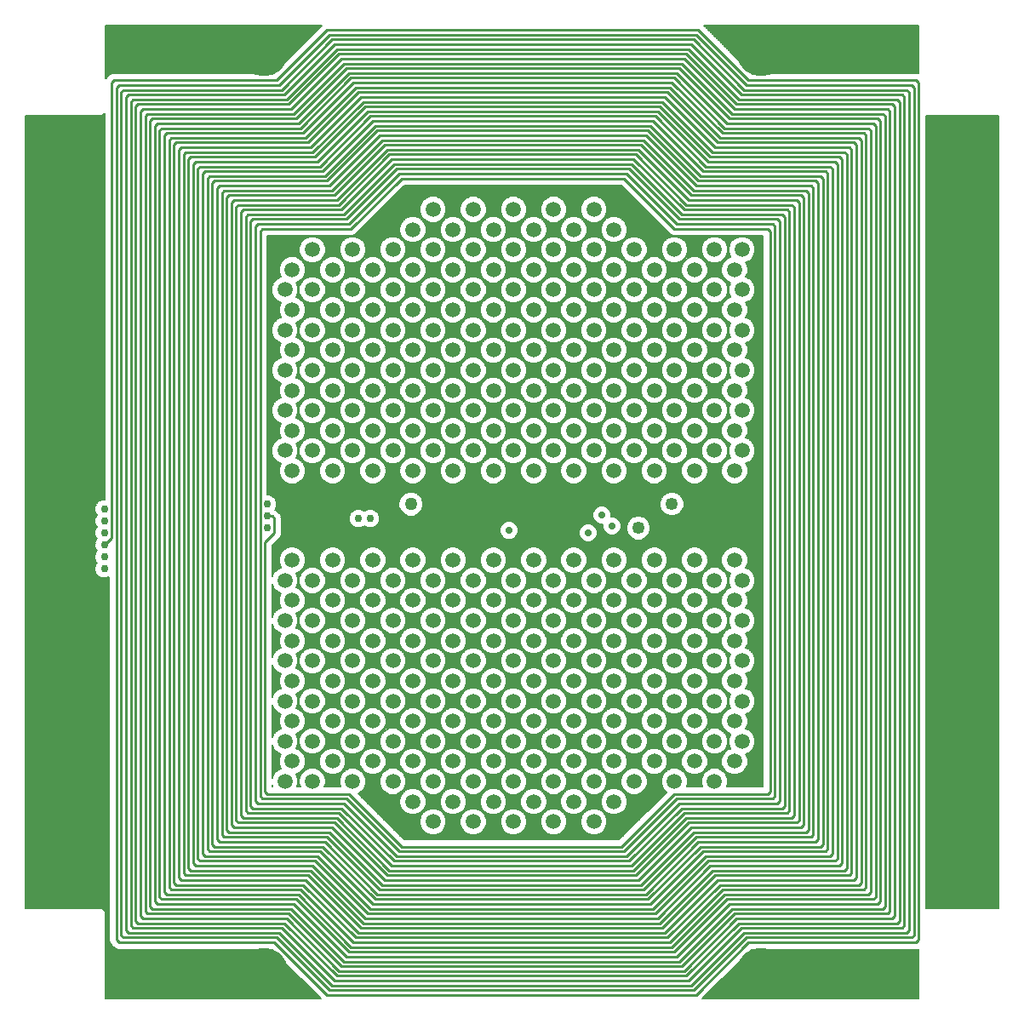
<source format=gbr>
G75*
G70*
%OFA0B0*%
%FSLAX24Y24*%
%IPPOS*%
%LPD*%
%AMOC8*
5,1,8,0,0,1.08239X$1,22.5*
%
%ADD10C,0.1896*%
%ADD11C,0.0594*%
%ADD12C,0.0493*%
%ADD13C,0.0502*%
%ADD14C,0.0108*%
%ADD15C,0.0298*%
%ADD16C,0.0278*%
%ADD17C,0.0396*%
%ADD18C,0.0059*%
D10*
X009751Y001764D03*
X029199Y001764D03*
X029199Y037827D03*
X009751Y037827D03*
D11*
X016365Y031646D03*
X017152Y030858D03*
X016365Y030071D03*
X017152Y029283D03*
X016365Y028496D03*
X017152Y027709D03*
X017940Y028496D03*
X018727Y027709D03*
X019514Y028496D03*
X018727Y029283D03*
X019514Y030071D03*
X018727Y030858D03*
X017940Y030071D03*
X017940Y031646D03*
X019514Y031646D03*
X020302Y030858D03*
X021089Y030071D03*
X020302Y029283D03*
X021089Y028496D03*
X020302Y027709D03*
X021089Y026921D03*
X020302Y026134D03*
X021089Y025346D03*
X020302Y024559D03*
X021089Y023772D03*
X021877Y024559D03*
X022664Y023772D03*
X023451Y024559D03*
X022664Y025346D03*
X023451Y026134D03*
X022664Y026921D03*
X021877Y026134D03*
X021877Y027709D03*
X022664Y028496D03*
X023451Y027709D03*
X024239Y028496D03*
X025026Y027709D03*
X025814Y028496D03*
X026601Y027709D03*
X027388Y028496D03*
X026601Y029283D03*
X027388Y030071D03*
X028176Y029283D03*
X028463Y028496D03*
X028176Y027709D03*
X028463Y026921D03*
X028176Y026134D03*
X028463Y025346D03*
X028176Y024559D03*
X028463Y023772D03*
X028176Y022984D03*
X028463Y022197D03*
X028176Y021409D03*
X027388Y022197D03*
X026601Y022984D03*
X025814Y022197D03*
X026601Y021409D03*
X025026Y021409D03*
X024239Y022197D03*
X025026Y022984D03*
X024239Y023772D03*
X025026Y024559D03*
X024239Y025346D03*
X025026Y026134D03*
X024239Y026921D03*
X025814Y026921D03*
X026601Y026134D03*
X027388Y026921D03*
X027388Y025346D03*
X026601Y024559D03*
X027388Y023772D03*
X025814Y023772D03*
X025814Y025346D03*
X023451Y022984D03*
X022664Y022197D03*
X021877Y022984D03*
X021089Y022197D03*
X020302Y022984D03*
X019514Y022197D03*
X018727Y022984D03*
X017940Y022197D03*
X018727Y021409D03*
X020302Y021409D03*
X021877Y021409D03*
X023451Y021409D03*
X023451Y017906D03*
X022664Y017118D03*
X023451Y016331D03*
X022664Y015543D03*
X023451Y014756D03*
X022664Y013969D03*
X021877Y014756D03*
X021089Y015543D03*
X020302Y014756D03*
X021089Y013969D03*
X020302Y013181D03*
X021089Y012394D03*
X021877Y013181D03*
X022664Y012394D03*
X023451Y013181D03*
X024239Y012394D03*
X025026Y013181D03*
X024239Y013969D03*
X025026Y014756D03*
X024239Y015543D03*
X025026Y016331D03*
X024239Y017118D03*
X025026Y017906D03*
X025814Y017118D03*
X026601Y016331D03*
X027388Y017118D03*
X026601Y017906D03*
X028176Y017906D03*
X028463Y017118D03*
X028176Y016331D03*
X028463Y015543D03*
X028176Y014756D03*
X028463Y013969D03*
X028176Y013181D03*
X028463Y012394D03*
X028176Y011606D03*
X028463Y010819D03*
X028176Y010031D03*
X027388Y009244D03*
X026601Y010031D03*
X025814Y009244D03*
X025026Y010031D03*
X024239Y009244D03*
X023451Y008457D03*
X022664Y009244D03*
X021877Y008457D03*
X022664Y007669D03*
X021089Y007669D03*
X020302Y008457D03*
X021089Y009244D03*
X020302Y010031D03*
X019514Y009244D03*
X018727Y008457D03*
X017940Y009244D03*
X018727Y010031D03*
X019514Y010819D03*
X018727Y011606D03*
X017940Y010819D03*
X017152Y011606D03*
X016365Y010819D03*
X017152Y010031D03*
X016365Y009244D03*
X017152Y008457D03*
X016365Y007669D03*
X015577Y008457D03*
X014790Y009244D03*
X015577Y010031D03*
X014790Y010819D03*
X015577Y011606D03*
X014790Y012394D03*
X015577Y013181D03*
X014790Y013969D03*
X015577Y014756D03*
X014790Y015543D03*
X015577Y016331D03*
X014790Y017118D03*
X015577Y017906D03*
X016365Y017118D03*
X017152Y016331D03*
X017940Y017118D03*
X018727Y016331D03*
X019514Y017118D03*
X018727Y017906D03*
X020302Y017906D03*
X021089Y017118D03*
X020302Y016331D03*
X019514Y015543D03*
X018727Y014756D03*
X017940Y015543D03*
X017152Y014756D03*
X016365Y015543D03*
X016365Y013969D03*
X017152Y013181D03*
X016365Y012394D03*
X017940Y012394D03*
X018727Y013181D03*
X019514Y012394D03*
X020302Y011606D03*
X021089Y010819D03*
X021877Y011606D03*
X022664Y010819D03*
X023451Y011606D03*
X024239Y010819D03*
X025026Y011606D03*
X025814Y010819D03*
X026601Y011606D03*
X027388Y010819D03*
X027388Y012394D03*
X026601Y013181D03*
X025814Y012394D03*
X025814Y013969D03*
X026601Y014756D03*
X027388Y015543D03*
X025814Y015543D03*
X027388Y013969D03*
X023451Y010031D03*
X021877Y010031D03*
X019514Y007669D03*
X017940Y007669D03*
X014003Y010031D03*
X013215Y009244D03*
X012428Y010031D03*
X011640Y009244D03*
X010566Y009244D03*
X010853Y010031D03*
X010566Y010819D03*
X010853Y011606D03*
X010566Y012394D03*
X010853Y013181D03*
X010566Y013969D03*
X010853Y014756D03*
X010566Y015543D03*
X010853Y016331D03*
X010566Y017118D03*
X010853Y017906D03*
X011640Y017118D03*
X012428Y016331D03*
X013215Y017118D03*
X012428Y017906D03*
X014003Y017906D03*
X014003Y016331D03*
X013215Y015543D03*
X012428Y014756D03*
X013215Y013969D03*
X014003Y014756D03*
X014003Y013181D03*
X013215Y012394D03*
X012428Y013181D03*
X011640Y012394D03*
X012428Y011606D03*
X013215Y010819D03*
X014003Y011606D03*
X011640Y010819D03*
X011640Y013969D03*
X011640Y015543D03*
X010853Y021409D03*
X010566Y022197D03*
X010853Y022984D03*
X010566Y023772D03*
X010853Y024559D03*
X010566Y025346D03*
X010853Y026134D03*
X010566Y026921D03*
X010853Y027709D03*
X010566Y028496D03*
X010853Y029283D03*
X011640Y028496D03*
X012428Y027709D03*
X013215Y028496D03*
X012428Y029283D03*
X013215Y030071D03*
X014003Y029283D03*
X014790Y028496D03*
X015577Y027709D03*
X014790Y026921D03*
X015577Y026134D03*
X014790Y025346D03*
X015577Y024559D03*
X014790Y023772D03*
X015577Y022984D03*
X014790Y022197D03*
X015577Y021409D03*
X016365Y022197D03*
X017152Y022984D03*
X016365Y023772D03*
X017152Y024559D03*
X016365Y025346D03*
X017152Y026134D03*
X016365Y026921D03*
X017940Y026921D03*
X018727Y026134D03*
X019514Y026921D03*
X019514Y025346D03*
X018727Y024559D03*
X019514Y023772D03*
X017940Y023772D03*
X017940Y025346D03*
X017152Y021409D03*
X014003Y021409D03*
X013215Y022197D03*
X012428Y022984D03*
X013215Y023772D03*
X012428Y024559D03*
X013215Y025346D03*
X014003Y024559D03*
X014003Y022984D03*
X012428Y021409D03*
X011640Y022197D03*
X011640Y023772D03*
X011640Y025346D03*
X012428Y026134D03*
X013215Y026921D03*
X014003Y026134D03*
X014003Y027709D03*
X015577Y029283D03*
X014790Y030071D03*
X015577Y030858D03*
X011640Y030071D03*
X011640Y026921D03*
X017152Y017906D03*
X017940Y013969D03*
X019514Y013969D03*
X021877Y016331D03*
X021877Y017906D03*
X021877Y029283D03*
X022664Y030071D03*
X023451Y030858D03*
X022664Y031646D03*
X021877Y030858D03*
X021089Y031646D03*
X023451Y029283D03*
X024239Y030071D03*
X025026Y029283D03*
X025814Y030071D03*
X028463Y030071D03*
D12*
X025722Y020104D03*
X024409Y019166D03*
D13*
X015500Y020104D03*
D14*
X010155Y019541D02*
X010155Y018979D01*
X009780Y018603D01*
X009780Y008850D01*
X009873Y008757D01*
X013062Y008757D01*
X015125Y006693D01*
X023753Y006693D01*
X025816Y008757D01*
X029473Y008757D01*
X029567Y008850D01*
X029567Y030795D01*
X029473Y030889D01*
X025816Y030889D01*
X023847Y032858D01*
X015125Y032858D01*
X013156Y030889D01*
X009686Y030889D01*
X009592Y030795D01*
X009592Y008663D01*
X009686Y008569D01*
X012968Y008569D01*
X015031Y006506D01*
X023847Y006506D01*
X025910Y008569D01*
X029661Y008569D01*
X029755Y008663D01*
X029755Y030982D01*
X029661Y031076D01*
X025910Y031076D01*
X023940Y033045D01*
X015031Y033045D01*
X013062Y031076D01*
X009498Y031076D01*
X009405Y030982D01*
X009405Y008475D01*
X009498Y008381D01*
X012874Y008381D01*
X014938Y006318D01*
X023940Y006318D01*
X026004Y008381D01*
X029849Y008381D01*
X029942Y008475D01*
X029942Y031170D01*
X029849Y031264D01*
X026004Y031264D01*
X024034Y033233D01*
X014938Y033233D01*
X012968Y031264D01*
X009311Y031264D01*
X009217Y031170D01*
X009217Y008288D01*
X009311Y008194D01*
X012781Y008194D01*
X014844Y006131D01*
X024034Y006131D01*
X026097Y008194D01*
X030036Y008194D01*
X030130Y008288D01*
X030130Y031357D01*
X030036Y031451D01*
X026097Y031451D01*
X024128Y033421D01*
X014844Y033421D01*
X012874Y031451D01*
X009123Y031451D01*
X009029Y031357D01*
X009029Y008100D01*
X009123Y008006D01*
X012687Y008006D01*
X014750Y005943D01*
X024128Y005943D01*
X026191Y008006D01*
X030224Y008006D01*
X030317Y008100D01*
X030317Y031545D01*
X030224Y031639D01*
X026191Y031639D01*
X024222Y033608D01*
X014750Y033608D01*
X012781Y031639D01*
X008936Y031639D01*
X008842Y031545D01*
X008842Y007913D01*
X008936Y007819D01*
X012593Y007819D01*
X014656Y005756D01*
X024222Y005756D01*
X026285Y007819D01*
X030411Y007819D01*
X030505Y007913D01*
X030505Y031733D01*
X030411Y031826D01*
X026285Y031826D01*
X024316Y033796D01*
X014656Y033796D01*
X012687Y031826D01*
X008748Y031826D01*
X008654Y031733D01*
X008654Y007725D01*
X008748Y007631D01*
X012499Y007631D01*
X014562Y005568D01*
X024316Y005568D01*
X026379Y007631D01*
X030599Y007631D01*
X030693Y007725D01*
X030693Y031920D01*
X030599Y032014D01*
X026379Y032014D01*
X024409Y033983D01*
X014562Y033983D01*
X012593Y032014D01*
X008561Y032014D01*
X008467Y031920D01*
X008467Y007537D01*
X008561Y007444D01*
X012406Y007444D01*
X014469Y005380D01*
X024409Y005380D01*
X026472Y007444D01*
X030786Y007444D01*
X030880Y007537D01*
X030880Y032108D01*
X030786Y032201D01*
X026472Y032201D01*
X024503Y034171D01*
X014469Y034171D01*
X012499Y032201D01*
X008373Y032201D01*
X008279Y032108D01*
X008279Y007350D01*
X008373Y007256D01*
X012312Y007256D01*
X014375Y005193D01*
X024503Y005193D01*
X026566Y007256D01*
X030974Y007256D01*
X031068Y007350D01*
X031068Y032295D01*
X030974Y032389D01*
X026566Y032389D01*
X024597Y034358D01*
X014375Y034358D01*
X012406Y032389D01*
X008185Y032389D01*
X008092Y032295D01*
X008092Y007162D01*
X008185Y007069D01*
X012218Y007069D01*
X014281Y005005D01*
X024597Y005005D01*
X026660Y007069D01*
X031161Y007069D01*
X031255Y007162D01*
X031255Y032483D01*
X031161Y032577D01*
X026660Y032577D01*
X024691Y034546D01*
X014281Y034546D01*
X012312Y032577D01*
X007998Y032577D01*
X007904Y032483D01*
X007904Y006975D01*
X007998Y006881D01*
X012124Y006881D01*
X014187Y004818D01*
X024691Y004818D01*
X026754Y006881D01*
X031349Y006881D01*
X031443Y006975D01*
X031443Y032670D01*
X031349Y032764D01*
X026754Y032764D01*
X024784Y034733D01*
X014187Y034733D01*
X012218Y032764D01*
X007810Y032764D01*
X007717Y032670D01*
X007717Y006787D01*
X007810Y006693D01*
X012030Y006693D01*
X014094Y004630D01*
X024784Y004630D01*
X026848Y006693D01*
X031537Y006693D01*
X031630Y006787D01*
X031630Y032858D01*
X031537Y032952D01*
X026848Y032952D01*
X024878Y034921D01*
X014094Y034921D01*
X012124Y032952D01*
X007623Y032952D01*
X007529Y032858D01*
X007529Y006600D01*
X007623Y006506D01*
X011937Y006506D01*
X014000Y004443D01*
X024878Y004443D01*
X026941Y006506D01*
X031724Y006506D01*
X031818Y006600D01*
X031818Y033045D01*
X031724Y033139D01*
X026941Y033139D01*
X024972Y035109D01*
X014000Y035109D01*
X012030Y033139D01*
X007435Y033139D01*
X007341Y033045D01*
X007341Y006412D01*
X007435Y006318D01*
X011843Y006318D01*
X013906Y004255D01*
X024972Y004255D01*
X027035Y006318D01*
X031912Y006318D01*
X032005Y006412D01*
X032005Y033233D01*
X031912Y033327D01*
X027035Y033327D01*
X025066Y035296D01*
X013906Y035296D01*
X011937Y033327D01*
X007248Y033327D01*
X007154Y033233D01*
X007154Y006224D01*
X007248Y006131D01*
X011749Y006131D01*
X013812Y004068D01*
X025066Y004068D01*
X027129Y006131D01*
X032099Y006131D01*
X032193Y006224D01*
X032193Y033421D01*
X032099Y033514D01*
X027129Y033514D01*
X025160Y035484D01*
X013812Y035484D01*
X011843Y033514D01*
X007060Y033514D01*
X006966Y033421D01*
X006966Y006037D01*
X007060Y005943D01*
X011655Y005943D01*
X013718Y003880D01*
X025160Y003880D01*
X027223Y005943D01*
X032287Y005943D01*
X032381Y006037D01*
X032381Y033608D01*
X032287Y033702D01*
X027223Y033702D01*
X025253Y035671D01*
X013718Y035671D01*
X011749Y033702D01*
X006873Y033702D01*
X006779Y033608D01*
X006779Y005849D01*
X006873Y005756D01*
X011561Y005756D01*
X013625Y003692D01*
X025253Y003692D01*
X027316Y005756D01*
X032474Y005756D01*
X032568Y005849D01*
X032568Y033796D01*
X032474Y033889D01*
X027316Y033889D01*
X025347Y035859D01*
X013625Y035859D01*
X011655Y033889D01*
X006685Y033889D01*
X006591Y033796D01*
X006591Y005662D01*
X006685Y005568D01*
X011468Y005568D01*
X013531Y003505D01*
X025347Y003505D01*
X027410Y005568D01*
X032662Y005568D01*
X032756Y005662D01*
X032756Y033983D01*
X032662Y034077D01*
X027410Y034077D01*
X025441Y036046D01*
X013531Y036046D01*
X011561Y034077D01*
X006497Y034077D01*
X006404Y033983D01*
X006404Y005474D01*
X006497Y005380D01*
X011374Y005380D01*
X013437Y003317D01*
X025441Y003317D01*
X027504Y005380D01*
X032849Y005380D01*
X032943Y005474D01*
X032943Y034171D01*
X032849Y034265D01*
X027504Y034265D01*
X025535Y036234D01*
X013437Y036234D01*
X011468Y034265D01*
X006310Y034265D01*
X006216Y034171D01*
X006216Y005287D01*
X006310Y005193D01*
X011280Y005193D01*
X013343Y003130D01*
X025535Y003130D01*
X027598Y005193D01*
X033037Y005193D01*
X033131Y005287D01*
X033131Y034358D01*
X033037Y034452D01*
X027598Y034452D01*
X025628Y036421D01*
X013343Y036421D01*
X011374Y034452D01*
X006122Y034452D01*
X006029Y034358D01*
X006029Y005099D01*
X006122Y005005D01*
X011186Y005005D01*
X013250Y002942D01*
X025628Y002942D01*
X027692Y005005D01*
X033225Y005005D01*
X033318Y005099D01*
X033318Y034546D01*
X033225Y034640D01*
X027692Y034640D01*
X025722Y036609D01*
X013250Y036609D01*
X011280Y034640D01*
X005935Y034640D01*
X005841Y034546D01*
X005841Y004912D01*
X005935Y004818D01*
X011093Y004818D01*
X013156Y002755D01*
X025722Y002755D01*
X027785Y004818D01*
X033412Y004818D01*
X033506Y004912D01*
X033506Y034733D01*
X033412Y034827D01*
X027785Y034827D01*
X025816Y036797D01*
X013156Y036797D01*
X011186Y034827D01*
X005747Y034827D01*
X005653Y034733D01*
X005653Y004724D01*
X005747Y004630D01*
X010999Y004630D01*
X013062Y002567D01*
X025816Y002567D01*
X027879Y004630D01*
X033600Y004630D01*
X033693Y004724D01*
X033693Y034921D01*
X033600Y035015D01*
X027879Y035015D01*
X025910Y036984D01*
X013062Y036984D01*
X011093Y035015D01*
X005560Y035015D01*
X005466Y034921D01*
X005466Y004536D01*
X005560Y004443D01*
X010905Y004443D01*
X012968Y002380D01*
X025910Y002380D01*
X027973Y004443D01*
X033787Y004443D01*
X033881Y004536D01*
X033881Y035109D01*
X033787Y035202D01*
X027973Y035202D01*
X026004Y037172D01*
X012968Y037172D01*
X010999Y035202D01*
X005372Y035202D01*
X005278Y035109D01*
X005278Y004349D01*
X005372Y004255D01*
X010811Y004255D01*
X012874Y002192D01*
X026004Y002192D01*
X028067Y004255D01*
X033975Y004255D01*
X034069Y004349D01*
X034069Y035296D01*
X033975Y035390D01*
X028067Y035390D01*
X026097Y037359D01*
X012874Y037359D01*
X010905Y035390D01*
X005184Y035390D01*
X005091Y035296D01*
X005091Y004161D01*
X005184Y004068D01*
X010717Y004068D01*
X012781Y002004D01*
X026097Y002004D01*
X028160Y004068D01*
X034162Y004068D01*
X034256Y004161D01*
X034256Y035484D01*
X034162Y035577D01*
X028160Y035577D01*
X026191Y037547D01*
X012781Y037547D01*
X010811Y035577D01*
X004997Y035577D01*
X004903Y035484D01*
X004903Y003974D01*
X004997Y003880D01*
X010624Y003880D01*
X012687Y001817D01*
X026191Y001817D01*
X028254Y003880D01*
X034350Y003880D01*
X034444Y003974D01*
X034444Y035671D01*
X034350Y035765D01*
X028254Y035765D01*
X026285Y037734D01*
X012687Y037734D01*
X010717Y035765D01*
X004809Y035765D01*
X004716Y035671D01*
X004716Y003786D01*
X004809Y003692D01*
X010530Y003692D01*
X012593Y001629D01*
X026285Y001629D01*
X028348Y003692D01*
X034537Y003692D01*
X034631Y003786D01*
X034631Y035859D01*
X034537Y035953D01*
X028348Y035953D01*
X026379Y037922D01*
X012593Y037922D01*
X010624Y035953D01*
X004622Y035953D01*
X004528Y035859D01*
X004528Y003599D01*
X004622Y003505D01*
X010436Y003505D01*
X012499Y001442D01*
X026379Y001442D01*
X028442Y003505D01*
X034725Y003505D01*
X034819Y003599D01*
X034819Y036046D01*
X034725Y036140D01*
X028442Y036140D01*
X026472Y038110D01*
X012499Y038110D01*
X010530Y036140D01*
X004434Y036140D01*
X004340Y036046D01*
X004340Y003411D01*
X004434Y003317D01*
X010342Y003317D01*
X012406Y001254D01*
X026472Y001254D01*
X028536Y003317D01*
X034913Y003317D01*
X035006Y003411D01*
X035006Y036234D01*
X034913Y036328D01*
X028536Y036328D01*
X026566Y038297D01*
X012406Y038297D01*
X010436Y036328D01*
X004247Y036328D01*
X004153Y036234D01*
X004153Y003224D01*
X004247Y003130D01*
X010249Y003130D01*
X012312Y001067D01*
X026566Y001067D01*
X028629Y003130D01*
X035100Y003130D01*
X035194Y003224D01*
X035194Y036421D01*
X035100Y036515D01*
X028629Y036515D01*
X026660Y038485D01*
X012312Y038485D01*
X010342Y036515D01*
X004059Y036515D01*
X003965Y036421D01*
X003965Y003036D01*
X004059Y002942D01*
X010155Y002942D01*
X012218Y000879D01*
X026660Y000879D01*
X028723Y002942D01*
X035288Y002942D01*
X035381Y003036D01*
X035381Y036609D01*
X035288Y036703D01*
X028723Y036703D01*
X026754Y038672D01*
X012218Y038672D01*
X010249Y036703D01*
X003872Y036703D01*
X003778Y036609D01*
X003778Y018791D01*
X003496Y018510D01*
X009873Y019635D02*
X010061Y019635D01*
X010155Y019541D01*
D15*
X009873Y019635D03*
X009873Y020104D03*
X009873Y019166D03*
X013437Y019541D03*
X013906Y019541D03*
X003496Y019447D03*
X003496Y018979D03*
X003496Y018510D03*
X003496Y018041D03*
X003496Y017572D03*
X003496Y019916D03*
D16*
X019345Y019072D03*
X022440Y018979D03*
X022979Y019677D03*
X023373Y019244D03*
D17*
X037077Y017256D03*
X037073Y011886D03*
X037073Y006331D03*
X027703Y000937D03*
X011168Y000937D03*
X001743Y006472D03*
X001695Y011839D03*
X001695Y017717D03*
X001695Y023457D03*
X001695Y028402D03*
X001652Y033303D03*
X011207Y038575D03*
X027743Y038535D03*
X036983Y033398D03*
X037030Y028126D03*
X037125Y023039D03*
D18*
X011971Y000730D02*
X003541Y000730D01*
X003541Y004141D01*
X003408Y004274D01*
X003221Y004274D01*
X000391Y004274D01*
X000391Y035317D01*
X003408Y035317D01*
X003498Y035406D01*
X003498Y020292D01*
X003422Y020292D01*
X003284Y020234D01*
X003178Y020129D01*
X003121Y019991D01*
X003121Y019842D01*
X003178Y019704D01*
X003200Y019682D01*
X003178Y019660D01*
X003121Y019522D01*
X003121Y019373D01*
X003178Y019235D01*
X003200Y019213D01*
X003178Y019191D01*
X003121Y019053D01*
X003121Y018904D01*
X003178Y018766D01*
X003200Y018744D01*
X003178Y018722D01*
X003121Y018584D01*
X003121Y018435D01*
X003178Y018297D01*
X003200Y018275D01*
X003178Y018253D01*
X003121Y018115D01*
X003121Y017966D01*
X003178Y017828D01*
X003200Y017806D01*
X003178Y017784D01*
X003121Y017646D01*
X003121Y017497D01*
X003178Y017359D01*
X003284Y017254D01*
X003422Y017197D01*
X003571Y017197D01*
X003685Y017244D01*
X003685Y003092D01*
X003685Y002980D01*
X003728Y002877D01*
X003822Y002784D01*
X003822Y002784D01*
X003900Y002705D01*
X004003Y002662D01*
X010039Y002662D01*
X011971Y000730D01*
X011966Y000734D02*
X003541Y000734D01*
X003541Y000792D02*
X011909Y000792D01*
X011851Y000850D02*
X003541Y000850D01*
X003541Y000907D02*
X011794Y000907D01*
X011736Y000965D02*
X003541Y000965D01*
X003541Y001022D02*
X011678Y001022D01*
X011621Y001080D02*
X003541Y001080D01*
X003541Y001138D02*
X011563Y001138D01*
X011506Y001195D02*
X003541Y001195D01*
X003541Y001253D02*
X011448Y001253D01*
X011390Y001310D02*
X003541Y001310D01*
X003541Y001368D02*
X011333Y001368D01*
X011275Y001426D02*
X003541Y001426D01*
X003541Y001483D02*
X011218Y001483D01*
X011160Y001541D02*
X003541Y001541D01*
X003541Y001598D02*
X011102Y001598D01*
X011045Y001656D02*
X003541Y001656D01*
X003541Y001714D02*
X010987Y001714D01*
X010930Y001771D02*
X003541Y001771D01*
X003541Y001829D02*
X010872Y001829D01*
X010814Y001886D02*
X003541Y001886D01*
X003541Y001944D02*
X010757Y001944D01*
X010699Y002001D02*
X003541Y002001D01*
X003541Y002059D02*
X010642Y002059D01*
X010584Y002117D02*
X003541Y002117D01*
X003541Y002174D02*
X010526Y002174D01*
X010469Y002232D02*
X003541Y002232D01*
X003541Y002289D02*
X010411Y002289D01*
X010354Y002347D02*
X003541Y002347D01*
X003541Y002405D02*
X010296Y002405D01*
X010239Y002462D02*
X003541Y002462D01*
X003541Y002520D02*
X010181Y002520D01*
X010123Y002577D02*
X003541Y002577D01*
X003541Y002635D02*
X010066Y002635D01*
X014741Y007473D02*
X015880Y007473D01*
X015903Y007416D02*
X014799Y007416D01*
X014856Y007358D02*
X015936Y007358D01*
X015921Y007373D02*
X016068Y007226D01*
X016261Y007146D01*
X016469Y007146D01*
X016661Y007226D01*
X016808Y007373D01*
X016888Y007565D01*
X016888Y007773D01*
X016808Y007966D01*
X016661Y008113D01*
X016469Y008192D01*
X016261Y008192D01*
X016068Y008113D01*
X015921Y007966D01*
X015841Y007773D01*
X015841Y007565D01*
X015921Y007373D01*
X015993Y007301D02*
X014914Y007301D01*
X014972Y007243D02*
X016051Y007243D01*
X016166Y007185D02*
X015029Y007185D01*
X015087Y007128D02*
X023791Y007128D01*
X023849Y007185D02*
X022863Y007185D01*
X022768Y007146D02*
X022960Y007226D01*
X023107Y007373D01*
X023187Y007565D01*
X023187Y007773D01*
X023107Y007966D01*
X022960Y008113D01*
X022768Y008192D01*
X022560Y008192D01*
X022368Y008113D01*
X022220Y007966D01*
X022141Y007773D01*
X022141Y007565D01*
X022220Y007373D01*
X022368Y007226D01*
X022560Y007146D01*
X022768Y007146D01*
X022978Y007243D02*
X023906Y007243D01*
X023964Y007301D02*
X023035Y007301D01*
X023093Y007358D02*
X024021Y007358D01*
X024079Y007416D02*
X023125Y007416D01*
X023149Y007473D02*
X024137Y007473D01*
X024194Y007531D02*
X023173Y007531D01*
X023187Y007589D02*
X024252Y007589D01*
X024309Y007646D02*
X023187Y007646D01*
X023187Y007704D02*
X024367Y007704D01*
X024425Y007761D02*
X023187Y007761D01*
X023168Y007819D02*
X024482Y007819D01*
X024540Y007877D02*
X023144Y007877D01*
X023121Y007934D02*
X023346Y007934D01*
X023347Y007933D02*
X023555Y007933D01*
X023748Y008013D01*
X023895Y008160D01*
X023975Y008353D01*
X023975Y008561D01*
X023895Y008753D01*
X023748Y008900D01*
X023555Y008980D01*
X023347Y008980D01*
X023155Y008900D01*
X023008Y008753D01*
X022928Y008561D01*
X022928Y008353D01*
X023008Y008160D01*
X023155Y008013D01*
X023347Y007933D01*
X023207Y007992D02*
X023081Y007992D01*
X023119Y008049D02*
X023024Y008049D01*
X023061Y008107D02*
X022966Y008107D01*
X023006Y008165D02*
X022836Y008165D01*
X022982Y008222D02*
X022346Y008222D01*
X022370Y008280D02*
X022958Y008280D01*
X022934Y008337D02*
X022393Y008337D01*
X022400Y008353D02*
X022320Y008160D01*
X022173Y008013D01*
X021981Y007933D01*
X021772Y007933D01*
X021580Y008013D01*
X021433Y008160D01*
X021353Y008353D01*
X021353Y008561D01*
X021433Y008753D01*
X021580Y008900D01*
X021772Y008980D01*
X021981Y008980D01*
X022173Y008900D01*
X022320Y008753D01*
X022400Y008561D01*
X022400Y008353D01*
X022400Y008395D02*
X022928Y008395D01*
X022928Y008453D02*
X022400Y008453D01*
X022400Y008510D02*
X022928Y008510D01*
X022931Y008568D02*
X022397Y008568D01*
X022373Y008625D02*
X022955Y008625D01*
X022979Y008683D02*
X022349Y008683D01*
X022325Y008741D02*
X022512Y008741D01*
X022560Y008721D02*
X022768Y008721D01*
X022960Y008801D01*
X023107Y008948D01*
X023187Y009140D01*
X023187Y009348D01*
X023107Y009540D01*
X022960Y009688D01*
X022768Y009767D01*
X022560Y009767D01*
X022368Y009688D01*
X022220Y009540D01*
X022141Y009348D01*
X022141Y009140D01*
X022220Y008948D01*
X022368Y008801D01*
X022560Y008721D01*
X022373Y008798D02*
X022275Y008798D01*
X022312Y008856D02*
X022217Y008856D01*
X022255Y008913D02*
X022141Y008913D01*
X022211Y008971D02*
X022002Y008971D01*
X022187Y009029D02*
X021566Y009029D01*
X021590Y009086D02*
X022163Y009086D01*
X022141Y009144D02*
X021612Y009144D01*
X021612Y009140D02*
X021533Y008948D01*
X021386Y008801D01*
X021193Y008721D01*
X020985Y008721D01*
X020793Y008801D01*
X020646Y008948D01*
X020566Y009140D01*
X020566Y009348D01*
X020646Y009540D01*
X020793Y009688D01*
X020985Y009767D01*
X021193Y009767D01*
X021386Y009688D01*
X021533Y009540D01*
X021612Y009348D01*
X021612Y009140D01*
X021612Y009201D02*
X022141Y009201D01*
X022141Y009259D02*
X021612Y009259D01*
X021612Y009316D02*
X022141Y009316D01*
X022151Y009374D02*
X021602Y009374D01*
X021578Y009432D02*
X022175Y009432D01*
X022199Y009489D02*
X021554Y009489D01*
X021526Y009547D02*
X021679Y009547D01*
X021772Y009508D02*
X021981Y009508D01*
X022173Y009588D01*
X022320Y009735D01*
X022400Y009927D01*
X022400Y010136D01*
X022320Y010328D01*
X022173Y010475D01*
X021981Y010555D01*
X021772Y010555D01*
X021580Y010475D01*
X021433Y010328D01*
X021353Y010136D01*
X021353Y009927D01*
X021433Y009735D01*
X021580Y009588D01*
X021772Y009508D01*
X021564Y009604D02*
X021469Y009604D01*
X021506Y009662D02*
X021411Y009662D01*
X021448Y009720D02*
X021308Y009720D01*
X021415Y009777D02*
X020763Y009777D01*
X020745Y009735D02*
X020825Y009927D01*
X020825Y010136D01*
X020745Y010328D01*
X020598Y010475D01*
X020406Y010555D01*
X020198Y010555D01*
X020005Y010475D01*
X019858Y010328D01*
X019779Y010136D01*
X019779Y009927D01*
X019858Y009735D01*
X020005Y009588D01*
X020198Y009508D01*
X020406Y009508D01*
X020598Y009588D01*
X020745Y009735D01*
X020730Y009720D02*
X020870Y009720D01*
X020767Y009662D02*
X020672Y009662D01*
X020710Y009604D02*
X020615Y009604D01*
X020652Y009547D02*
X020499Y009547D01*
X020624Y009489D02*
X019979Y009489D01*
X019958Y009540D02*
X019811Y009688D01*
X019618Y009767D01*
X019410Y009767D01*
X019218Y009688D01*
X019071Y009540D01*
X018991Y009348D01*
X018991Y009140D01*
X019071Y008948D01*
X019218Y008801D01*
X019410Y008721D01*
X019618Y008721D01*
X019811Y008801D01*
X019958Y008948D01*
X020038Y009140D01*
X020038Y009348D01*
X019958Y009540D01*
X019951Y009547D02*
X020104Y009547D01*
X019989Y009604D02*
X019894Y009604D01*
X019931Y009662D02*
X019836Y009662D01*
X019874Y009720D02*
X019733Y009720D01*
X019841Y009777D02*
X019188Y009777D01*
X019170Y009735D02*
X019250Y009927D01*
X019250Y010136D01*
X019170Y010328D01*
X019023Y010475D01*
X018831Y010555D01*
X018623Y010555D01*
X018431Y010475D01*
X018283Y010328D01*
X018204Y010136D01*
X018204Y009927D01*
X018283Y009735D01*
X018431Y009588D01*
X018623Y009508D01*
X018831Y009508D01*
X019023Y009588D01*
X019170Y009735D01*
X019155Y009720D02*
X019295Y009720D01*
X019192Y009662D02*
X019097Y009662D01*
X019135Y009604D02*
X019040Y009604D01*
X019077Y009547D02*
X018924Y009547D01*
X019050Y009489D02*
X018404Y009489D01*
X018383Y009540D02*
X018236Y009688D01*
X018044Y009767D01*
X017835Y009767D01*
X017643Y009688D01*
X017496Y009540D01*
X017416Y009348D01*
X017416Y009140D01*
X017496Y008948D01*
X017643Y008801D01*
X017835Y008721D01*
X018044Y008721D01*
X018236Y008801D01*
X018383Y008948D01*
X018463Y009140D01*
X018463Y009348D01*
X018383Y009540D01*
X018377Y009547D02*
X018530Y009547D01*
X018414Y009604D02*
X018319Y009604D01*
X018356Y009662D02*
X018261Y009662D01*
X018299Y009720D02*
X018159Y009720D01*
X018266Y009777D02*
X017613Y009777D01*
X017596Y009735D02*
X017675Y009927D01*
X017675Y010136D01*
X017596Y010328D01*
X017449Y010475D01*
X017256Y010555D01*
X017048Y010555D01*
X016856Y010475D01*
X016709Y010328D01*
X016629Y010136D01*
X016629Y009927D01*
X016709Y009735D01*
X016856Y009588D01*
X017048Y009508D01*
X017256Y009508D01*
X017449Y009588D01*
X017596Y009735D01*
X017580Y009720D02*
X017721Y009720D01*
X017618Y009662D02*
X017523Y009662D01*
X017560Y009604D02*
X017465Y009604D01*
X017502Y009547D02*
X017349Y009547D01*
X017475Y009489D02*
X016829Y009489D01*
X016808Y009540D02*
X016661Y009688D01*
X016469Y009767D01*
X016261Y009767D01*
X016068Y009688D01*
X015921Y009540D01*
X015841Y009348D01*
X015841Y009140D01*
X015921Y008948D01*
X016068Y008801D01*
X016261Y008721D01*
X016469Y008721D01*
X016661Y008801D01*
X016808Y008948D01*
X016888Y009140D01*
X016888Y009348D01*
X016808Y009540D01*
X016802Y009547D02*
X016955Y009547D01*
X016839Y009604D02*
X016744Y009604D01*
X016782Y009662D02*
X016687Y009662D01*
X016724Y009720D02*
X016584Y009720D01*
X016691Y009777D02*
X016038Y009777D01*
X016021Y009735D02*
X016101Y009927D01*
X016101Y010136D01*
X016021Y010328D01*
X015874Y010475D01*
X015681Y010555D01*
X015473Y010555D01*
X015281Y010475D01*
X015134Y010328D01*
X015054Y010136D01*
X015054Y009927D01*
X015134Y009735D01*
X015281Y009588D01*
X015473Y009508D01*
X015681Y009508D01*
X015874Y009588D01*
X016021Y009735D01*
X016005Y009720D02*
X016146Y009720D01*
X016043Y009662D02*
X015948Y009662D01*
X015985Y009604D02*
X015890Y009604D01*
X015928Y009547D02*
X015775Y009547D01*
X015900Y009489D02*
X015255Y009489D01*
X015233Y009540D02*
X015086Y009688D01*
X014894Y009767D01*
X014686Y009767D01*
X014494Y009688D01*
X014346Y009540D01*
X014267Y009348D01*
X014267Y009140D01*
X014346Y008948D01*
X014494Y008801D01*
X014686Y008721D01*
X014894Y008721D01*
X015086Y008801D01*
X015233Y008948D01*
X015313Y009140D01*
X015313Y009348D01*
X015233Y009540D01*
X015227Y009547D02*
X015380Y009547D01*
X015264Y009604D02*
X015169Y009604D01*
X015207Y009662D02*
X015112Y009662D01*
X015149Y009720D02*
X015009Y009720D01*
X015116Y009777D02*
X014464Y009777D01*
X014446Y009735D02*
X014526Y009927D01*
X014526Y010136D01*
X014446Y010328D01*
X014299Y010475D01*
X014107Y010555D01*
X013898Y010555D01*
X013706Y010475D01*
X013559Y010328D01*
X013479Y010136D01*
X013479Y009927D01*
X013559Y009735D01*
X013706Y009588D01*
X013898Y009508D01*
X014107Y009508D01*
X014299Y009588D01*
X014446Y009735D01*
X014431Y009720D02*
X014571Y009720D01*
X014468Y009662D02*
X014373Y009662D01*
X014410Y009604D02*
X014315Y009604D01*
X014353Y009547D02*
X014200Y009547D01*
X014325Y009489D02*
X013680Y009489D01*
X013659Y009540D02*
X013511Y009688D01*
X013319Y009767D01*
X013111Y009767D01*
X012919Y009688D01*
X012772Y009540D01*
X012692Y009348D01*
X012692Y009140D01*
X012735Y009037D01*
X012121Y009037D01*
X012164Y009140D01*
X012164Y009348D01*
X012084Y009540D01*
X011937Y009688D01*
X011744Y009767D01*
X011536Y009767D01*
X011344Y009688D01*
X011197Y009540D01*
X011117Y009348D01*
X011117Y009140D01*
X011160Y009037D01*
X011046Y009037D01*
X011089Y009140D01*
X011089Y009348D01*
X011013Y009531D01*
X011149Y009588D01*
X011296Y009735D01*
X011376Y009927D01*
X011376Y010136D01*
X011296Y010328D01*
X011149Y010475D01*
X011013Y010532D01*
X011089Y010715D01*
X011089Y010923D01*
X011013Y011106D01*
X011149Y011163D01*
X011296Y011310D01*
X011376Y011502D01*
X011376Y011710D01*
X011296Y011903D01*
X011149Y012050D01*
X011013Y012106D01*
X011089Y012290D01*
X011089Y012498D01*
X011013Y012681D01*
X011149Y012738D01*
X011296Y012885D01*
X011376Y013077D01*
X011376Y013285D01*
X011296Y013477D01*
X011149Y013625D01*
X011013Y013681D01*
X011089Y013864D01*
X011089Y014073D01*
X011013Y014256D01*
X011149Y014312D01*
X011296Y014459D01*
X011376Y014652D01*
X011376Y014860D01*
X011296Y015052D01*
X011149Y015199D01*
X011013Y015256D01*
X011089Y015439D01*
X011089Y015647D01*
X011013Y015831D01*
X011149Y015887D01*
X011296Y016034D01*
X011376Y016227D01*
X011376Y016435D01*
X011296Y016627D01*
X011149Y016774D01*
X011013Y016831D01*
X011089Y017014D01*
X011089Y017222D01*
X011013Y017405D01*
X011149Y017462D01*
X011296Y017609D01*
X011376Y017801D01*
X011376Y018010D01*
X011296Y018202D01*
X011149Y018349D01*
X010957Y018429D01*
X010749Y018429D01*
X010556Y018349D01*
X010409Y018202D01*
X010330Y018010D01*
X010330Y017801D01*
X010406Y017618D01*
X010269Y017562D01*
X010122Y017414D01*
X010060Y017264D01*
X010060Y018487D01*
X010392Y018820D01*
X010435Y018923D01*
X010435Y019034D01*
X010435Y019597D01*
X010392Y019700D01*
X010313Y019779D01*
X010220Y019872D01*
X010186Y019886D01*
X010192Y019891D01*
X010249Y020029D01*
X010249Y020179D01*
X010192Y020316D01*
X010086Y020422D01*
X009948Y020479D01*
X009872Y020479D01*
X009872Y030608D01*
X013211Y030608D01*
X013314Y030651D01*
X013393Y030730D01*
X015241Y032578D01*
X023731Y032578D01*
X025657Y030651D01*
X025760Y030608D01*
X025872Y030608D01*
X029287Y030608D01*
X029287Y009037D01*
X027869Y009037D01*
X027912Y009140D01*
X027912Y009348D01*
X027832Y009540D01*
X027685Y009688D01*
X027492Y009767D01*
X027284Y009767D01*
X027092Y009688D01*
X026945Y009540D01*
X026865Y009348D01*
X026865Y009140D01*
X026908Y009037D01*
X026294Y009037D01*
X026337Y009140D01*
X026337Y009348D01*
X026257Y009540D01*
X026110Y009688D01*
X025918Y009767D01*
X025709Y009767D01*
X025517Y009688D01*
X025370Y009540D01*
X025290Y009348D01*
X025290Y009140D01*
X025370Y008948D01*
X025490Y008827D01*
X023637Y006974D01*
X015241Y006974D01*
X013443Y008772D01*
X013511Y008801D01*
X013659Y008948D01*
X013738Y009140D01*
X013738Y009348D01*
X013659Y009540D01*
X013652Y009547D02*
X013805Y009547D01*
X013690Y009604D02*
X013595Y009604D01*
X013632Y009662D02*
X013537Y009662D01*
X013574Y009720D02*
X013434Y009720D01*
X013541Y009777D02*
X012889Y009777D01*
X012871Y009735D02*
X012951Y009927D01*
X012951Y010136D01*
X012871Y010328D01*
X012724Y010475D01*
X012532Y010555D01*
X012324Y010555D01*
X012131Y010475D01*
X011984Y010328D01*
X011904Y010136D01*
X011904Y009927D01*
X011984Y009735D01*
X012131Y009588D01*
X012324Y009508D01*
X012532Y009508D01*
X012724Y009588D01*
X012871Y009735D01*
X012856Y009720D02*
X012996Y009720D01*
X012893Y009662D02*
X012798Y009662D01*
X012836Y009604D02*
X012741Y009604D01*
X012778Y009547D02*
X012625Y009547D01*
X012750Y009489D02*
X012105Y009489D01*
X012129Y009432D02*
X012726Y009432D01*
X012703Y009374D02*
X012153Y009374D01*
X012164Y009316D02*
X012692Y009316D01*
X012692Y009259D02*
X012164Y009259D01*
X012164Y009201D02*
X012692Y009201D01*
X012692Y009144D02*
X012164Y009144D01*
X012141Y009086D02*
X012714Y009086D01*
X012230Y009547D02*
X012077Y009547D01*
X012115Y009604D02*
X012020Y009604D01*
X012057Y009662D02*
X011962Y009662D01*
X012000Y009720D02*
X011859Y009720D01*
X011967Y009777D02*
X011314Y009777D01*
X011338Y009835D02*
X011943Y009835D01*
X011919Y009892D02*
X011362Y009892D01*
X011376Y009950D02*
X011904Y009950D01*
X011904Y010008D02*
X011376Y010008D01*
X011376Y010065D02*
X011904Y010065D01*
X011904Y010123D02*
X011376Y010123D01*
X011358Y010180D02*
X011923Y010180D01*
X011947Y010238D02*
X011334Y010238D01*
X011310Y010296D02*
X011536Y010296D01*
X011744Y010296D01*
X011971Y010296D01*
X012010Y010353D02*
X011883Y010353D01*
X011937Y010375D02*
X012084Y010522D01*
X012164Y010715D01*
X012164Y010923D01*
X012084Y011115D01*
X011937Y011262D01*
X011744Y011342D01*
X011536Y011342D01*
X011344Y011262D01*
X011197Y011115D01*
X011117Y010923D01*
X011117Y010715D01*
X011197Y010522D01*
X011344Y010375D01*
X011536Y010296D01*
X011397Y010353D02*
X011271Y010353D01*
X011308Y010411D02*
X011213Y010411D01*
X011251Y010468D02*
X011156Y010468D01*
X011195Y010526D02*
X011026Y010526D01*
X011034Y010584D02*
X011171Y010584D01*
X011148Y010641D02*
X011058Y010641D01*
X011082Y010699D02*
X011124Y010699D01*
X011117Y010756D02*
X011089Y010756D01*
X011089Y010814D02*
X011117Y010814D01*
X011117Y010872D02*
X011089Y010872D01*
X011086Y010929D02*
X011120Y010929D01*
X011144Y010987D02*
X011062Y010987D01*
X011038Y011044D02*
X011167Y011044D01*
X011191Y011102D02*
X011015Y011102D01*
X011142Y011160D02*
X011241Y011160D01*
X011204Y011217D02*
X011299Y011217D01*
X011261Y011275D02*
X011374Y011275D01*
X011306Y011332D02*
X011513Y011332D01*
X011330Y011390D02*
X011951Y011390D01*
X011975Y011332D02*
X011768Y011332D01*
X011907Y011275D02*
X012019Y011275D01*
X011984Y011310D02*
X012131Y011163D01*
X012324Y011083D01*
X012532Y011083D01*
X012724Y011163D01*
X012871Y011310D01*
X012951Y011502D01*
X012951Y011710D01*
X012871Y011903D01*
X012724Y012050D01*
X012532Y012129D01*
X012324Y012129D01*
X012131Y012050D01*
X011984Y011903D01*
X011904Y011710D01*
X011904Y011502D01*
X011984Y011310D01*
X011982Y011217D02*
X012077Y011217D01*
X012039Y011160D02*
X012139Y011160D01*
X012089Y011102D02*
X012278Y011102D01*
X012113Y011044D02*
X012742Y011044D01*
X012718Y010987D02*
X012137Y010987D01*
X012161Y010929D02*
X012695Y010929D01*
X012692Y010923D02*
X012692Y010715D01*
X012772Y010522D01*
X012919Y010375D01*
X013111Y010296D01*
X012885Y010296D01*
X012908Y010238D02*
X013522Y010238D01*
X013546Y010296D02*
X013319Y010296D01*
X013511Y010375D01*
X013659Y010522D01*
X013738Y010715D01*
X013738Y010923D01*
X013659Y011115D01*
X013511Y011262D01*
X013319Y011342D01*
X013111Y011342D01*
X012919Y011262D01*
X012772Y011115D01*
X012692Y010923D01*
X012692Y010872D02*
X012164Y010872D01*
X012164Y010814D02*
X012692Y010814D01*
X012692Y010756D02*
X012164Y010756D01*
X012157Y010699D02*
X012698Y010699D01*
X012722Y010641D02*
X012133Y010641D01*
X012109Y010584D02*
X012746Y010584D01*
X012770Y010526D02*
X012601Y010526D01*
X012731Y010468D02*
X012826Y010468D01*
X012788Y010411D02*
X012883Y010411D01*
X012846Y010353D02*
X012972Y010353D01*
X013111Y010296D02*
X013319Y010296D01*
X013458Y010353D02*
X013584Y010353D01*
X013547Y010411D02*
X013642Y010411D01*
X013605Y010468D02*
X013700Y010468D01*
X013660Y010526D02*
X013829Y010526D01*
X013684Y010584D02*
X014321Y010584D01*
X014297Y010641D02*
X013708Y010641D01*
X013732Y010699D02*
X014273Y010699D01*
X014267Y010715D02*
X014346Y010522D01*
X014494Y010375D01*
X014686Y010296D01*
X014459Y010296D01*
X014483Y010238D02*
X015097Y010238D01*
X015120Y010296D02*
X014894Y010296D01*
X015086Y010375D01*
X015233Y010522D01*
X015313Y010715D01*
X015313Y010923D01*
X015233Y011115D01*
X015086Y011262D01*
X014894Y011342D01*
X014686Y011342D01*
X014494Y011262D01*
X014346Y011115D01*
X014267Y010923D01*
X014267Y010715D01*
X014267Y010756D02*
X013738Y010756D01*
X013738Y010814D02*
X014267Y010814D01*
X014267Y010872D02*
X013738Y010872D01*
X013736Y010929D02*
X014269Y010929D01*
X014293Y010987D02*
X013712Y010987D01*
X013688Y011044D02*
X014317Y011044D01*
X014341Y011102D02*
X014152Y011102D01*
X014107Y011083D02*
X014299Y011163D01*
X014446Y011310D01*
X014526Y011502D01*
X014526Y011710D01*
X014446Y011903D01*
X014299Y012050D01*
X014107Y012129D01*
X013898Y012129D01*
X013706Y012050D01*
X013559Y011903D01*
X013479Y011710D01*
X013479Y011502D01*
X013559Y011310D01*
X013706Y011163D01*
X013898Y011083D01*
X014107Y011083D01*
X014291Y011160D02*
X014391Y011160D01*
X014353Y011217D02*
X014448Y011217D01*
X014411Y011275D02*
X014523Y011275D01*
X014455Y011332D02*
X014663Y011332D01*
X014479Y011390D02*
X015101Y011390D01*
X015124Y011332D02*
X014917Y011332D01*
X015056Y011275D02*
X015169Y011275D01*
X015134Y011310D02*
X015281Y011163D01*
X015473Y011083D01*
X015681Y011083D01*
X015874Y011163D01*
X016021Y011310D01*
X016101Y011502D01*
X016101Y011710D01*
X016021Y011903D01*
X015874Y012050D01*
X015681Y012129D01*
X015473Y012129D01*
X015281Y012050D01*
X015134Y011903D01*
X015054Y011710D01*
X015054Y011502D01*
X015134Y011310D01*
X015131Y011217D02*
X015226Y011217D01*
X015189Y011160D02*
X015288Y011160D01*
X015239Y011102D02*
X015427Y011102D01*
X015263Y011044D02*
X015892Y011044D01*
X015868Y010987D02*
X015287Y010987D01*
X015311Y010929D02*
X015844Y010929D01*
X015841Y010923D02*
X015841Y010715D01*
X015921Y010522D01*
X016068Y010375D01*
X016261Y010296D01*
X016034Y010296D01*
X016058Y010238D02*
X016671Y010238D01*
X016648Y010180D02*
X016082Y010180D01*
X016101Y010123D02*
X016629Y010123D01*
X016629Y010065D02*
X016101Y010065D01*
X016101Y010008D02*
X016629Y010008D01*
X016629Y009950D02*
X016101Y009950D01*
X016086Y009892D02*
X016643Y009892D01*
X016667Y009835D02*
X016062Y009835D01*
X015876Y009432D02*
X015279Y009432D01*
X015302Y009374D02*
X015852Y009374D01*
X015841Y009316D02*
X015313Y009316D01*
X015313Y009259D02*
X015841Y009259D01*
X015841Y009201D02*
X015313Y009201D01*
X015313Y009144D02*
X015841Y009144D01*
X015864Y009086D02*
X015291Y009086D01*
X015267Y009029D02*
X015888Y009029D01*
X015911Y008971D02*
X015703Y008971D01*
X015681Y008980D02*
X015473Y008980D01*
X015281Y008900D01*
X015134Y008753D01*
X015054Y008561D01*
X015054Y008353D01*
X015134Y008160D01*
X015281Y008013D01*
X015473Y007933D01*
X015681Y007933D01*
X015874Y008013D01*
X016021Y008160D01*
X016101Y008353D01*
X016101Y008561D01*
X016021Y008753D01*
X015874Y008900D01*
X015681Y008980D01*
X015842Y008913D02*
X015956Y008913D01*
X015918Y008856D02*
X016013Y008856D01*
X015976Y008798D02*
X016074Y008798D01*
X016026Y008741D02*
X016213Y008741D01*
X016050Y008683D02*
X016680Y008683D01*
X016703Y008741D02*
X016516Y008741D01*
X016655Y008798D02*
X016754Y008798D01*
X016709Y008753D02*
X016856Y008900D01*
X017048Y008980D01*
X017256Y008980D01*
X017449Y008900D01*
X017596Y008753D01*
X017675Y008561D01*
X017675Y008353D01*
X017596Y008160D01*
X017449Y008013D01*
X017256Y007933D01*
X017048Y007933D01*
X016856Y008013D01*
X016709Y008160D01*
X016629Y008353D01*
X016629Y008561D01*
X016709Y008753D01*
X016716Y008856D02*
X016811Y008856D01*
X016774Y008913D02*
X016887Y008913D01*
X016818Y008971D02*
X017026Y008971D01*
X016842Y009029D02*
X017462Y009029D01*
X017439Y009086D02*
X016866Y009086D01*
X016888Y009144D02*
X017416Y009144D01*
X017416Y009201D02*
X016888Y009201D01*
X016888Y009259D02*
X017416Y009259D01*
X017416Y009316D02*
X016888Y009316D01*
X016877Y009374D02*
X017427Y009374D01*
X017451Y009432D02*
X016853Y009432D01*
X017278Y008971D02*
X017486Y008971D01*
X017530Y008913D02*
X017417Y008913D01*
X017493Y008856D02*
X017588Y008856D01*
X017551Y008798D02*
X017649Y008798D01*
X017601Y008741D02*
X017788Y008741D01*
X017625Y008683D02*
X018254Y008683D01*
X018230Y008625D02*
X017649Y008625D01*
X017672Y008568D02*
X018207Y008568D01*
X018204Y008561D02*
X018204Y008353D01*
X018283Y008160D01*
X018431Y008013D01*
X018623Y007933D01*
X018831Y007933D01*
X019023Y008013D01*
X019170Y008160D01*
X019250Y008353D01*
X019250Y008561D01*
X019170Y008753D01*
X019023Y008900D01*
X018831Y008980D01*
X018623Y008980D01*
X018431Y008900D01*
X018283Y008753D01*
X018204Y008561D01*
X018204Y008510D02*
X017675Y008510D01*
X017675Y008453D02*
X018204Y008453D01*
X018204Y008395D02*
X017675Y008395D01*
X017669Y008337D02*
X018210Y008337D01*
X018234Y008280D02*
X017645Y008280D01*
X017621Y008222D02*
X018258Y008222D01*
X018282Y008165D02*
X018111Y008165D01*
X018044Y008192D02*
X017835Y008192D01*
X017643Y008113D01*
X017496Y007966D01*
X017416Y007773D01*
X017416Y007565D01*
X017496Y007373D01*
X017643Y007226D01*
X017835Y007146D01*
X018044Y007146D01*
X018236Y007226D01*
X018383Y007373D01*
X018463Y007565D01*
X018463Y007773D01*
X018383Y007966D01*
X018236Y008113D01*
X018044Y008192D01*
X018242Y008107D02*
X018337Y008107D01*
X018299Y008049D02*
X018394Y008049D01*
X018357Y007992D02*
X018482Y007992D01*
X018396Y007934D02*
X018621Y007934D01*
X018420Y007877D02*
X019034Y007877D01*
X019058Y007934D02*
X018833Y007934D01*
X018972Y007992D02*
X019097Y007992D01*
X019071Y007966D02*
X018991Y007773D01*
X018991Y007565D01*
X019071Y007373D01*
X019218Y007226D01*
X019410Y007146D01*
X019618Y007146D01*
X019811Y007226D01*
X019958Y007373D01*
X020038Y007565D01*
X020038Y007773D01*
X019958Y007966D01*
X019811Y008113D01*
X019618Y008192D01*
X019410Y008192D01*
X019218Y008113D01*
X019071Y007966D01*
X019060Y008049D02*
X019154Y008049D01*
X019117Y008107D02*
X019212Y008107D01*
X019172Y008165D02*
X019343Y008165D01*
X019196Y008222D02*
X019833Y008222D01*
X019856Y008165D02*
X019686Y008165D01*
X019817Y008107D02*
X019911Y008107D01*
X019874Y008049D02*
X019969Y008049D01*
X020005Y008013D02*
X020198Y007933D01*
X020406Y007933D01*
X020598Y008013D01*
X020745Y008160D01*
X020825Y008353D01*
X020825Y008561D01*
X020745Y008753D01*
X020598Y008900D01*
X020406Y008980D01*
X020198Y008980D01*
X020005Y008900D01*
X019858Y008753D01*
X019779Y008561D01*
X019779Y008353D01*
X019858Y008160D01*
X020005Y008013D01*
X020057Y007992D02*
X019932Y007992D01*
X019971Y007934D02*
X020196Y007934D01*
X019995Y007877D02*
X020609Y007877D01*
X020633Y007934D02*
X020407Y007934D01*
X020546Y007992D02*
X020672Y007992D01*
X020646Y007966D02*
X020566Y007773D01*
X020566Y007565D01*
X020646Y007373D01*
X020793Y007226D01*
X020985Y007146D01*
X021193Y007146D01*
X021386Y007226D01*
X021533Y007373D01*
X021612Y007565D01*
X021612Y007773D01*
X021533Y007966D01*
X021386Y008113D01*
X021193Y008192D01*
X020985Y008192D01*
X020793Y008113D01*
X020646Y007966D01*
X020634Y008049D02*
X020729Y008049D01*
X020692Y008107D02*
X020787Y008107D01*
X020747Y008165D02*
X020918Y008165D01*
X020771Y008222D02*
X021407Y008222D01*
X021431Y008165D02*
X021261Y008165D01*
X021391Y008107D02*
X021486Y008107D01*
X021449Y008049D02*
X021544Y008049D01*
X021507Y007992D02*
X021632Y007992D01*
X021546Y007934D02*
X021771Y007934D01*
X021570Y007877D02*
X022183Y007877D01*
X022207Y007934D02*
X021982Y007934D01*
X022121Y007992D02*
X022246Y007992D01*
X022209Y008049D02*
X022304Y008049D01*
X022267Y008107D02*
X022362Y008107D01*
X022322Y008165D02*
X022492Y008165D01*
X022160Y007819D02*
X021593Y007819D01*
X021612Y007761D02*
X022141Y007761D01*
X022141Y007704D02*
X021612Y007704D01*
X021612Y007646D02*
X022141Y007646D01*
X022141Y007589D02*
X021612Y007589D01*
X021598Y007531D02*
X022155Y007531D01*
X022179Y007473D02*
X021574Y007473D01*
X021550Y007416D02*
X022203Y007416D01*
X022235Y007358D02*
X021518Y007358D01*
X021460Y007301D02*
X022293Y007301D01*
X022350Y007243D02*
X021403Y007243D01*
X021288Y007185D02*
X022465Y007185D01*
X023676Y007013D02*
X015202Y007013D01*
X015144Y007070D02*
X023733Y007070D01*
X023557Y007934D02*
X024597Y007934D01*
X024655Y007992D02*
X023696Y007992D01*
X023784Y008049D02*
X024713Y008049D01*
X024770Y008107D02*
X023842Y008107D01*
X023897Y008165D02*
X024828Y008165D01*
X024885Y008222D02*
X023920Y008222D01*
X023944Y008280D02*
X024943Y008280D01*
X025001Y008337D02*
X023968Y008337D01*
X023975Y008395D02*
X025058Y008395D01*
X025116Y008453D02*
X023975Y008453D01*
X023975Y008510D02*
X025173Y008510D01*
X025231Y008568D02*
X023972Y008568D01*
X023948Y008625D02*
X025289Y008625D01*
X025346Y008683D02*
X023924Y008683D01*
X023900Y008741D02*
X024087Y008741D01*
X024135Y008721D02*
X023942Y008801D01*
X023795Y008948D01*
X023716Y009140D01*
X023716Y009348D01*
X023795Y009540D01*
X023942Y009688D01*
X024135Y009767D01*
X024343Y009767D01*
X024535Y009688D01*
X024682Y009540D01*
X024762Y009348D01*
X024762Y009140D01*
X024682Y008948D01*
X024535Y008801D01*
X024343Y008721D01*
X024135Y008721D01*
X023948Y008798D02*
X023850Y008798D01*
X023887Y008856D02*
X023792Y008856D01*
X023830Y008913D02*
X023716Y008913D01*
X023786Y008971D02*
X023577Y008971D01*
X023762Y009029D02*
X023141Y009029D01*
X023165Y009086D02*
X023738Y009086D01*
X023716Y009144D02*
X023187Y009144D01*
X023187Y009201D02*
X023716Y009201D01*
X023716Y009259D02*
X023187Y009259D01*
X023187Y009316D02*
X023716Y009316D01*
X023726Y009374D02*
X023176Y009374D01*
X023153Y009432D02*
X023750Y009432D01*
X023774Y009489D02*
X023129Y009489D01*
X023101Y009547D02*
X023254Y009547D01*
X023347Y009508D02*
X023555Y009508D01*
X023748Y009588D01*
X023895Y009735D01*
X023975Y009927D01*
X023975Y010136D01*
X023895Y010328D01*
X023748Y010475D01*
X023555Y010555D01*
X023347Y010555D01*
X023155Y010475D01*
X023008Y010328D01*
X022928Y010136D01*
X022928Y009927D01*
X023008Y009735D01*
X023155Y009588D01*
X023347Y009508D01*
X023138Y009604D02*
X023043Y009604D01*
X023081Y009662D02*
X022986Y009662D01*
X023023Y009720D02*
X022883Y009720D01*
X022990Y009777D02*
X022338Y009777D01*
X022361Y009835D02*
X022966Y009835D01*
X022943Y009892D02*
X022385Y009892D01*
X022400Y009950D02*
X022928Y009950D01*
X022928Y010008D02*
X022400Y010008D01*
X022400Y010065D02*
X022928Y010065D01*
X022928Y010123D02*
X022400Y010123D01*
X022381Y010180D02*
X022947Y010180D01*
X022971Y010238D02*
X022357Y010238D01*
X022333Y010296D02*
X022560Y010296D01*
X022768Y010296D01*
X022994Y010296D01*
X023033Y010353D02*
X022907Y010353D01*
X022960Y010375D02*
X022768Y010296D01*
X022960Y010375D02*
X023107Y010522D01*
X023187Y010715D01*
X023187Y010923D01*
X023107Y011115D01*
X022960Y011262D01*
X022768Y011342D01*
X022560Y011342D01*
X022368Y011262D01*
X022220Y011115D01*
X022141Y010923D01*
X022141Y010715D01*
X022220Y010522D01*
X022368Y010375D01*
X022560Y010296D01*
X022421Y010353D02*
X022295Y010353D01*
X022332Y010411D02*
X022237Y010411D01*
X022274Y010468D02*
X022179Y010468D01*
X022219Y010526D02*
X022050Y010526D01*
X022195Y010584D02*
X021558Y010584D01*
X021582Y010641D02*
X022171Y010641D01*
X022147Y010699D02*
X021606Y010699D01*
X021612Y010715D02*
X021533Y010522D01*
X021386Y010375D01*
X021193Y010296D01*
X021420Y010296D01*
X021396Y010238D02*
X020782Y010238D01*
X020759Y010296D02*
X020985Y010296D01*
X021193Y010296D01*
X021332Y010353D02*
X021458Y010353D01*
X021421Y010411D02*
X021516Y010411D01*
X021479Y010468D02*
X021574Y010468D01*
X021534Y010526D02*
X021703Y010526D01*
X021612Y010715D02*
X021612Y010923D01*
X021533Y011115D01*
X021386Y011262D01*
X021193Y011342D01*
X020985Y011342D01*
X020793Y011262D01*
X020646Y011115D01*
X020566Y010923D01*
X020566Y010715D01*
X020646Y010522D01*
X020793Y010375D01*
X020985Y010296D01*
X020846Y010353D02*
X020720Y010353D01*
X020757Y010411D02*
X020662Y010411D01*
X020700Y010468D02*
X020605Y010468D01*
X020644Y010526D02*
X020475Y010526D01*
X020620Y010584D02*
X019983Y010584D01*
X020007Y010641D02*
X020596Y010641D01*
X020572Y010699D02*
X020031Y010699D01*
X020038Y010715D02*
X019958Y010522D01*
X019811Y010375D01*
X019618Y010296D01*
X019845Y010296D01*
X019821Y010238D02*
X019208Y010238D01*
X019232Y010180D02*
X019797Y010180D01*
X019779Y010123D02*
X019250Y010123D01*
X019250Y010065D02*
X019779Y010065D01*
X019779Y010008D02*
X019250Y010008D01*
X019250Y009950D02*
X019779Y009950D01*
X019793Y009892D02*
X019236Y009892D01*
X019212Y009835D02*
X019817Y009835D01*
X020003Y009432D02*
X020601Y009432D01*
X020577Y009374D02*
X020027Y009374D01*
X020038Y009316D02*
X020566Y009316D01*
X020566Y009259D02*
X020038Y009259D01*
X020038Y009201D02*
X020566Y009201D01*
X020566Y009144D02*
X020038Y009144D01*
X020015Y009086D02*
X020588Y009086D01*
X020612Y009029D02*
X019991Y009029D01*
X019967Y008971D02*
X020176Y008971D01*
X020037Y008913D02*
X019924Y008913D01*
X019961Y008856D02*
X019866Y008856D01*
X019903Y008798D02*
X019805Y008798D01*
X019853Y008741D02*
X019666Y008741D01*
X019829Y008683D02*
X019200Y008683D01*
X019223Y008625D02*
X019805Y008625D01*
X019781Y008568D02*
X019247Y008568D01*
X019250Y008510D02*
X019779Y008510D01*
X019779Y008453D02*
X019250Y008453D01*
X019250Y008395D02*
X019779Y008395D01*
X019785Y008337D02*
X019244Y008337D01*
X019220Y008280D02*
X019809Y008280D01*
X020019Y007819D02*
X020585Y007819D01*
X020566Y007761D02*
X020038Y007761D01*
X020038Y007704D02*
X020566Y007704D01*
X020566Y007646D02*
X020038Y007646D01*
X020038Y007589D02*
X020566Y007589D01*
X020580Y007531D02*
X020023Y007531D01*
X019999Y007473D02*
X020604Y007473D01*
X020628Y007416D02*
X019976Y007416D01*
X019943Y007358D02*
X020660Y007358D01*
X020718Y007301D02*
X019886Y007301D01*
X019828Y007243D02*
X020775Y007243D01*
X020890Y007185D02*
X019713Y007185D01*
X019315Y007185D02*
X018138Y007185D01*
X018253Y007243D02*
X019201Y007243D01*
X019143Y007301D02*
X018311Y007301D01*
X018368Y007358D02*
X019085Y007358D01*
X019053Y007416D02*
X018401Y007416D01*
X018425Y007473D02*
X019029Y007473D01*
X019005Y007531D02*
X018449Y007531D01*
X018463Y007589D02*
X018991Y007589D01*
X018991Y007646D02*
X018463Y007646D01*
X018463Y007704D02*
X018991Y007704D01*
X018991Y007761D02*
X018463Y007761D01*
X018444Y007819D02*
X019010Y007819D01*
X019176Y008741D02*
X019363Y008741D01*
X019224Y008798D02*
X019125Y008798D01*
X019163Y008856D02*
X019068Y008856D01*
X019105Y008913D02*
X018992Y008913D01*
X019061Y008971D02*
X018853Y008971D01*
X019037Y009029D02*
X018417Y009029D01*
X018440Y009086D02*
X019013Y009086D01*
X018991Y009144D02*
X018463Y009144D01*
X018463Y009201D02*
X018991Y009201D01*
X018991Y009259D02*
X018463Y009259D01*
X018463Y009316D02*
X018991Y009316D01*
X019002Y009374D02*
X018452Y009374D01*
X018428Y009432D02*
X019026Y009432D01*
X018601Y008971D02*
X018393Y008971D01*
X018349Y008913D02*
X018462Y008913D01*
X018386Y008856D02*
X018291Y008856D01*
X018328Y008798D02*
X018230Y008798D01*
X018278Y008741D02*
X018091Y008741D01*
X017768Y008165D02*
X017597Y008165D01*
X017637Y008107D02*
X017542Y008107D01*
X017580Y008049D02*
X017485Y008049D01*
X017522Y007992D02*
X017397Y007992D01*
X017483Y007934D02*
X017258Y007934D01*
X017459Y007877D02*
X016845Y007877D01*
X016821Y007934D02*
X017046Y007934D01*
X016907Y007992D02*
X016782Y007992D01*
X016819Y008049D02*
X016725Y008049D01*
X016762Y008107D02*
X016667Y008107D01*
X016707Y008165D02*
X016536Y008165D01*
X016683Y008222D02*
X016046Y008222D01*
X016023Y008165D02*
X016193Y008165D01*
X016062Y008107D02*
X015968Y008107D01*
X016005Y008049D02*
X015910Y008049D01*
X015947Y007992D02*
X015822Y007992D01*
X015908Y007934D02*
X015683Y007934D01*
X015884Y007877D02*
X014338Y007877D01*
X014281Y007934D02*
X015472Y007934D01*
X015333Y007992D02*
X014223Y007992D01*
X014165Y008049D02*
X015245Y008049D01*
X015187Y008107D02*
X014108Y008107D01*
X014050Y008165D02*
X015132Y008165D01*
X015108Y008222D02*
X013993Y008222D01*
X013935Y008280D02*
X015084Y008280D01*
X015060Y008337D02*
X013877Y008337D01*
X013820Y008395D02*
X015054Y008395D01*
X015054Y008453D02*
X013762Y008453D01*
X013705Y008510D02*
X015054Y008510D01*
X015057Y008568D02*
X013647Y008568D01*
X013589Y008625D02*
X015081Y008625D01*
X015105Y008683D02*
X013532Y008683D01*
X013474Y008741D02*
X014638Y008741D01*
X014499Y008798D02*
X013506Y008798D01*
X013567Y008856D02*
X014438Y008856D01*
X014381Y008913D02*
X013624Y008913D01*
X013668Y008971D02*
X014337Y008971D01*
X014313Y009029D02*
X013692Y009029D01*
X013716Y009086D02*
X014289Y009086D01*
X014267Y009144D02*
X013738Y009144D01*
X013738Y009201D02*
X014267Y009201D01*
X014267Y009259D02*
X013738Y009259D01*
X013738Y009316D02*
X014267Y009316D01*
X014277Y009374D02*
X013728Y009374D01*
X013704Y009432D02*
X014301Y009432D01*
X014487Y009835D02*
X015092Y009835D01*
X015069Y009892D02*
X014511Y009892D01*
X014526Y009950D02*
X015054Y009950D01*
X015054Y010008D02*
X014526Y010008D01*
X014526Y010065D02*
X015054Y010065D01*
X015054Y010123D02*
X014526Y010123D01*
X014507Y010180D02*
X015073Y010180D01*
X015033Y010353D02*
X015159Y010353D01*
X015122Y010411D02*
X015217Y010411D01*
X015179Y010468D02*
X015274Y010468D01*
X015235Y010526D02*
X015404Y010526D01*
X015259Y010584D02*
X015896Y010584D01*
X015872Y010641D02*
X015283Y010641D01*
X015306Y010699D02*
X015848Y010699D01*
X015841Y010756D02*
X015313Y010756D01*
X015313Y010814D02*
X015841Y010814D01*
X015841Y010872D02*
X015313Y010872D01*
X015727Y011102D02*
X015916Y011102D01*
X015921Y011115D02*
X015841Y010923D01*
X015921Y011115D02*
X016068Y011262D01*
X016261Y011342D01*
X016469Y011342D01*
X016661Y011262D01*
X016808Y011115D01*
X016888Y010923D01*
X016888Y010715D01*
X016808Y010522D01*
X016661Y010375D01*
X016469Y010296D01*
X016695Y010296D01*
X016734Y010353D02*
X016608Y010353D01*
X016697Y010411D02*
X016792Y010411D01*
X016754Y010468D02*
X016849Y010468D01*
X016810Y010526D02*
X016979Y010526D01*
X016834Y010584D02*
X017471Y010584D01*
X017447Y010641D02*
X016857Y010641D01*
X016881Y010699D02*
X017423Y010699D01*
X017416Y010715D02*
X017496Y010522D01*
X017643Y010375D01*
X017835Y010296D01*
X017609Y010296D01*
X017633Y010238D02*
X018246Y010238D01*
X018222Y010180D02*
X017657Y010180D01*
X017675Y010123D02*
X018204Y010123D01*
X018204Y010065D02*
X017675Y010065D01*
X017675Y010008D02*
X018204Y010008D01*
X018204Y009950D02*
X017675Y009950D01*
X017661Y009892D02*
X018218Y009892D01*
X018242Y009835D02*
X017637Y009835D01*
X017835Y010296D02*
X018044Y010296D01*
X018270Y010296D01*
X018309Y010353D02*
X018183Y010353D01*
X018236Y010375D02*
X018383Y010522D01*
X018463Y010715D01*
X018463Y010923D01*
X018383Y011115D01*
X018236Y011262D01*
X018044Y011342D01*
X017835Y011342D01*
X017643Y011262D01*
X017496Y011115D01*
X017416Y010923D01*
X017416Y010715D01*
X017416Y010756D02*
X016888Y010756D01*
X016888Y010814D02*
X017416Y010814D01*
X017416Y010872D02*
X016888Y010872D01*
X016885Y010929D02*
X017419Y010929D01*
X017443Y010987D02*
X016861Y010987D01*
X016838Y011044D02*
X017467Y011044D01*
X017490Y011102D02*
X017302Y011102D01*
X017256Y011083D02*
X017449Y011163D01*
X017596Y011310D01*
X017675Y011502D01*
X017675Y011710D01*
X017596Y011903D01*
X017449Y012050D01*
X017256Y012129D01*
X017048Y012129D01*
X016856Y012050D01*
X016709Y011903D01*
X016629Y011710D01*
X016629Y011502D01*
X016709Y011310D01*
X016856Y011163D01*
X017048Y011083D01*
X017256Y011083D01*
X017441Y011160D02*
X017540Y011160D01*
X017503Y011217D02*
X017598Y011217D01*
X017561Y011275D02*
X017673Y011275D01*
X017605Y011332D02*
X017812Y011332D01*
X017629Y011390D02*
X018250Y011390D01*
X018226Y011448D02*
X017653Y011448D01*
X017675Y011505D02*
X018204Y011505D01*
X018204Y011502D02*
X018283Y011310D01*
X018431Y011163D01*
X018623Y011083D01*
X018831Y011083D01*
X019023Y011163D01*
X019170Y011310D01*
X019250Y011502D01*
X019250Y011710D01*
X019170Y011903D01*
X019023Y012050D01*
X018831Y012129D01*
X018623Y012129D01*
X018431Y012050D01*
X018283Y011903D01*
X018204Y011710D01*
X018204Y011502D01*
X018204Y011563D02*
X017675Y011563D01*
X017675Y011620D02*
X018204Y011620D01*
X018204Y011678D02*
X017675Y011678D01*
X017665Y011736D02*
X018214Y011736D01*
X018238Y011793D02*
X017641Y011793D01*
X017617Y011851D02*
X018262Y011851D01*
X018289Y011908D02*
X018135Y011908D01*
X018044Y011870D02*
X018236Y011950D01*
X018383Y012097D01*
X018463Y012290D01*
X018463Y012498D01*
X018383Y012690D01*
X018236Y012837D01*
X018044Y012917D01*
X017835Y012917D01*
X017643Y012837D01*
X017496Y012690D01*
X017416Y012498D01*
X017416Y012290D01*
X017496Y012097D01*
X017643Y011950D01*
X017835Y011870D01*
X018044Y011870D01*
X018252Y011966D02*
X018347Y011966D01*
X018309Y012024D02*
X018404Y012024D01*
X018367Y012081D02*
X018506Y012081D01*
X018400Y012139D02*
X019054Y012139D01*
X019071Y012097D02*
X018991Y012290D01*
X018991Y012498D01*
X019071Y012690D01*
X019218Y012837D01*
X019410Y012917D01*
X019618Y012917D01*
X019811Y012837D01*
X019958Y012690D01*
X020038Y012498D01*
X020038Y012290D01*
X019958Y012097D01*
X019811Y011950D01*
X019618Y011870D01*
X019410Y011870D01*
X019218Y011950D01*
X019071Y012097D01*
X019087Y012081D02*
X018948Y012081D01*
X019050Y012024D02*
X019144Y012024D01*
X019107Y011966D02*
X019202Y011966D01*
X019165Y011908D02*
X019319Y011908D01*
X019192Y011851D02*
X019837Y011851D01*
X019858Y011903D02*
X019779Y011710D01*
X019779Y011502D01*
X019858Y011310D01*
X020005Y011163D01*
X020198Y011083D01*
X020406Y011083D01*
X020598Y011163D01*
X020745Y011310D01*
X020825Y011502D01*
X020825Y011710D01*
X020745Y011903D01*
X020598Y012050D01*
X020406Y012129D01*
X020198Y012129D01*
X020005Y012050D01*
X019858Y011903D01*
X019864Y011908D02*
X019710Y011908D01*
X019827Y011966D02*
X019921Y011966D01*
X019884Y012024D02*
X019979Y012024D01*
X019942Y012081D02*
X020081Y012081D01*
X019975Y012139D02*
X020628Y012139D01*
X020646Y012097D02*
X020793Y011950D01*
X020985Y011870D01*
X021193Y011870D01*
X021386Y011950D01*
X021533Y012097D01*
X021612Y012290D01*
X021612Y012498D01*
X021533Y012690D01*
X021386Y012837D01*
X021193Y012917D01*
X020985Y012917D01*
X020793Y012837D01*
X020646Y012690D01*
X020566Y012498D01*
X020566Y012290D01*
X020646Y012097D01*
X020662Y012081D02*
X020522Y012081D01*
X020624Y012024D02*
X020719Y012024D01*
X020682Y011966D02*
X020777Y011966D01*
X020740Y011908D02*
X020893Y011908D01*
X020767Y011851D02*
X021411Y011851D01*
X021433Y011903D02*
X021353Y011710D01*
X021353Y011502D01*
X021433Y011310D01*
X021580Y011163D01*
X021772Y011083D01*
X021981Y011083D01*
X022173Y011163D01*
X022320Y011310D01*
X022400Y011502D01*
X022400Y011710D01*
X022320Y011903D01*
X022173Y012050D01*
X021981Y012129D01*
X021772Y012129D01*
X021580Y012050D01*
X021433Y011903D01*
X021439Y011908D02*
X021285Y011908D01*
X021401Y011966D02*
X021496Y011966D01*
X021459Y012024D02*
X021554Y012024D01*
X021517Y012081D02*
X021656Y012081D01*
X021550Y012139D02*
X022203Y012139D01*
X022220Y012097D02*
X022368Y011950D01*
X022560Y011870D01*
X022768Y011870D01*
X022960Y011950D01*
X023107Y012097D01*
X023187Y012290D01*
X023187Y012498D01*
X023107Y012690D01*
X022960Y012837D01*
X022768Y012917D01*
X022560Y012917D01*
X022368Y012837D01*
X022220Y012690D01*
X022141Y012498D01*
X022141Y012290D01*
X022220Y012097D01*
X022236Y012081D02*
X022097Y012081D01*
X022199Y012024D02*
X022294Y012024D01*
X022257Y011966D02*
X022352Y011966D01*
X022314Y011908D02*
X022468Y011908D01*
X022342Y011851D02*
X022986Y011851D01*
X023008Y011903D02*
X022928Y011710D01*
X022928Y011502D01*
X023008Y011310D01*
X023155Y011163D01*
X023347Y011083D01*
X023555Y011083D01*
X023748Y011163D01*
X023895Y011310D01*
X023975Y011502D01*
X023975Y011710D01*
X023895Y011903D01*
X023748Y012050D01*
X023555Y012129D01*
X023347Y012129D01*
X023155Y012050D01*
X023008Y011903D01*
X023014Y011908D02*
X022860Y011908D01*
X022976Y011966D02*
X023071Y011966D01*
X023034Y012024D02*
X023129Y012024D01*
X023091Y012081D02*
X023231Y012081D01*
X023125Y012139D02*
X023778Y012139D01*
X023795Y012097D02*
X023942Y011950D01*
X024135Y011870D01*
X024343Y011870D01*
X024535Y011950D01*
X024682Y012097D01*
X024762Y012290D01*
X024762Y012498D01*
X024682Y012690D01*
X024535Y012837D01*
X024343Y012917D01*
X024135Y012917D01*
X023942Y012837D01*
X023795Y012690D01*
X023716Y012498D01*
X023716Y012290D01*
X023795Y012097D01*
X023811Y012081D02*
X023672Y012081D01*
X023774Y012024D02*
X023869Y012024D01*
X023832Y011966D02*
X023926Y011966D01*
X023889Y011908D02*
X024043Y011908D01*
X023916Y011851D02*
X024561Y011851D01*
X024583Y011903D02*
X024503Y011710D01*
X024503Y011502D01*
X024583Y011310D01*
X024730Y011163D01*
X024922Y011083D01*
X025130Y011083D01*
X025323Y011163D01*
X025470Y011310D01*
X025549Y011502D01*
X025549Y011710D01*
X025470Y011903D01*
X025323Y012050D01*
X025130Y012129D01*
X024922Y012129D01*
X024730Y012050D01*
X024583Y011903D01*
X024588Y011908D02*
X024434Y011908D01*
X024551Y011966D02*
X024646Y011966D01*
X024609Y012024D02*
X024704Y012024D01*
X024666Y012081D02*
X024806Y012081D01*
X024699Y012139D02*
X025353Y012139D01*
X025370Y012097D02*
X025517Y011950D01*
X025709Y011870D01*
X025918Y011870D01*
X026110Y011950D01*
X026257Y012097D01*
X026337Y012290D01*
X026337Y012498D01*
X026257Y012690D01*
X026110Y012837D01*
X025918Y012917D01*
X025709Y012917D01*
X025517Y012837D01*
X025370Y012690D01*
X025290Y012498D01*
X025290Y012290D01*
X025370Y012097D01*
X025386Y012081D02*
X025247Y012081D01*
X025349Y012024D02*
X025444Y012024D01*
X025406Y011966D02*
X025501Y011966D01*
X025464Y011908D02*
X025618Y011908D01*
X025491Y011851D02*
X026136Y011851D01*
X026157Y011903D02*
X026078Y011710D01*
X026078Y011502D01*
X026157Y011310D01*
X026305Y011163D01*
X026497Y011083D01*
X026705Y011083D01*
X026897Y011163D01*
X027044Y011310D01*
X027124Y011502D01*
X027124Y011710D01*
X027044Y011903D01*
X026897Y012050D01*
X026705Y012129D01*
X026497Y012129D01*
X026305Y012050D01*
X026157Y011903D01*
X026163Y011908D02*
X026009Y011908D01*
X026126Y011966D02*
X026221Y011966D01*
X026183Y012024D02*
X026278Y012024D01*
X026241Y012081D02*
X026380Y012081D01*
X026274Y012139D02*
X026928Y012139D01*
X026945Y012097D02*
X027092Y011950D01*
X027284Y011870D01*
X027492Y011870D01*
X027685Y011950D01*
X027832Y012097D01*
X027912Y012290D01*
X027912Y012498D01*
X027832Y012690D01*
X027685Y012837D01*
X027492Y012917D01*
X027284Y012917D01*
X027092Y012837D01*
X026945Y012690D01*
X026865Y012498D01*
X026865Y012290D01*
X026945Y012097D01*
X026961Y012081D02*
X026822Y012081D01*
X026924Y012024D02*
X027018Y012024D01*
X026981Y011966D02*
X027076Y011966D01*
X027039Y011908D02*
X027193Y011908D01*
X027066Y011851D02*
X027711Y011851D01*
X027732Y011903D02*
X027653Y011710D01*
X027653Y011502D01*
X027732Y011310D01*
X027879Y011163D01*
X028016Y011106D01*
X027940Y010923D01*
X027940Y010715D01*
X028016Y010532D01*
X027879Y010475D01*
X027732Y010328D01*
X027653Y010136D01*
X027653Y009927D01*
X027732Y009735D01*
X027879Y009588D01*
X028072Y009508D01*
X028280Y009508D01*
X028472Y009588D01*
X028619Y009735D01*
X028699Y009927D01*
X028699Y010136D01*
X028623Y010319D01*
X028760Y010375D01*
X028907Y010522D01*
X028986Y010715D01*
X028986Y010923D01*
X028907Y011115D01*
X028760Y011262D01*
X028623Y011319D01*
X028699Y011502D01*
X028699Y011710D01*
X028623Y011894D01*
X028760Y011950D01*
X028907Y012097D01*
X028986Y012290D01*
X028986Y012498D01*
X028907Y012690D01*
X028760Y012837D01*
X028623Y012894D01*
X028699Y013077D01*
X028699Y013285D01*
X028623Y013468D01*
X028760Y013525D01*
X028907Y013672D01*
X028986Y013864D01*
X028986Y014073D01*
X028907Y014265D01*
X028760Y014412D01*
X028623Y014469D01*
X028699Y014652D01*
X028699Y014860D01*
X028623Y015043D01*
X028760Y015100D01*
X028907Y015247D01*
X028986Y015439D01*
X028986Y015647D01*
X028907Y015840D01*
X028760Y015987D01*
X028623Y016043D01*
X028699Y016227D01*
X028699Y016435D01*
X028623Y016618D01*
X028760Y016675D01*
X028907Y016822D01*
X028986Y017014D01*
X028986Y017222D01*
X028907Y017414D01*
X028760Y017562D01*
X028623Y017618D01*
X028699Y017801D01*
X028699Y018010D01*
X028619Y018202D01*
X028472Y018349D01*
X028280Y018429D01*
X028072Y018429D01*
X027879Y018349D01*
X027732Y018202D01*
X027653Y018010D01*
X027653Y017801D01*
X027732Y017609D01*
X027879Y017462D01*
X028016Y017405D01*
X027940Y017222D01*
X027940Y017014D01*
X028016Y016831D01*
X027879Y016774D01*
X027732Y016627D01*
X027653Y016435D01*
X027653Y016227D01*
X027732Y016034D01*
X027879Y015887D01*
X028016Y015831D01*
X027940Y015647D01*
X027940Y015439D01*
X028016Y015256D01*
X027879Y015199D01*
X027732Y015052D01*
X027653Y014860D01*
X027653Y014652D01*
X027732Y014459D01*
X027879Y014312D01*
X028016Y014256D01*
X027940Y014073D01*
X027940Y013864D01*
X028016Y013681D01*
X027879Y013625D01*
X027732Y013477D01*
X027653Y013285D01*
X027653Y013077D01*
X027732Y012885D01*
X027879Y012738D01*
X028016Y012681D01*
X027940Y012498D01*
X027940Y012290D01*
X028016Y012106D01*
X027879Y012050D01*
X027732Y011903D01*
X027738Y011908D02*
X027584Y011908D01*
X027701Y011966D02*
X027796Y011966D01*
X027758Y012024D02*
X027853Y012024D01*
X027816Y012081D02*
X027955Y012081D01*
X028002Y012139D02*
X027849Y012139D01*
X027873Y012196D02*
X027979Y012196D01*
X027955Y012254D02*
X027897Y012254D01*
X027912Y012312D02*
X027940Y012312D01*
X027940Y012369D02*
X027912Y012369D01*
X027912Y012427D02*
X027940Y012427D01*
X027940Y012484D02*
X027912Y012484D01*
X027893Y012542D02*
X027958Y012542D01*
X027982Y012600D02*
X027869Y012600D01*
X027846Y012657D02*
X028006Y012657D01*
X027934Y012715D02*
X027807Y012715D01*
X027844Y012772D02*
X027750Y012772D01*
X027787Y012830D02*
X027692Y012830D01*
X027731Y012888D02*
X027563Y012888D01*
X027707Y012945D02*
X027070Y012945D01*
X027093Y013003D02*
X027683Y013003D01*
X027659Y013060D02*
X027117Y013060D01*
X027124Y013077D02*
X027044Y012885D01*
X026897Y012738D01*
X026705Y012658D01*
X026497Y012658D01*
X026305Y012738D01*
X026157Y012885D01*
X026078Y013077D01*
X026078Y013285D01*
X026157Y013477D01*
X026305Y013625D01*
X026497Y013704D01*
X026705Y013704D01*
X026897Y013625D01*
X027044Y013477D01*
X027124Y013285D01*
X027124Y013077D01*
X027124Y013118D02*
X027653Y013118D01*
X027653Y013176D02*
X027124Y013176D01*
X027124Y013233D02*
X027653Y013233D01*
X027655Y013291D02*
X027122Y013291D01*
X027098Y013348D02*
X027679Y013348D01*
X027703Y013406D02*
X027074Y013406D01*
X027050Y013464D02*
X027240Y013464D01*
X027284Y013445D02*
X027492Y013445D01*
X027685Y013525D01*
X027832Y013672D01*
X027912Y013864D01*
X027912Y014073D01*
X027832Y014265D01*
X027685Y014412D01*
X027492Y014492D01*
X027284Y014492D01*
X027092Y014412D01*
X026945Y014265D01*
X026865Y014073D01*
X026865Y013864D01*
X026945Y013672D01*
X027092Y013525D01*
X027284Y013445D01*
X027101Y013521D02*
X027001Y013521D01*
X027038Y013579D02*
X026943Y013579D01*
X026980Y013636D02*
X026869Y013636D01*
X026936Y013694D02*
X026730Y013694D01*
X026912Y013752D02*
X026290Y013752D01*
X026314Y013809D02*
X026888Y013809D01*
X026865Y013867D02*
X026337Y013867D01*
X026337Y013864D02*
X026257Y013672D01*
X026110Y013525D01*
X025918Y013445D01*
X025709Y013445D01*
X025517Y013525D01*
X025370Y013672D01*
X025290Y013864D01*
X025290Y014073D01*
X025370Y014265D01*
X025517Y014412D01*
X025709Y014492D01*
X025918Y014492D01*
X026110Y014412D01*
X026257Y014265D01*
X026337Y014073D01*
X026337Y013864D01*
X026337Y013924D02*
X026865Y013924D01*
X026865Y013982D02*
X026337Y013982D01*
X026337Y014040D02*
X026865Y014040D01*
X026875Y014097D02*
X026327Y014097D01*
X026303Y014155D02*
X026899Y014155D01*
X026923Y014212D02*
X026279Y014212D01*
X026252Y014270D02*
X026407Y014270D01*
X026497Y014233D02*
X026305Y014312D01*
X026157Y014459D01*
X026078Y014652D01*
X026078Y014860D01*
X026157Y015052D01*
X026305Y015199D01*
X026497Y015279D01*
X026705Y015279D01*
X026897Y015199D01*
X027044Y015052D01*
X027124Y014860D01*
X027124Y014652D01*
X027044Y014459D01*
X026897Y014312D01*
X026705Y014233D01*
X026497Y014233D01*
X026289Y014328D02*
X026194Y014328D01*
X026232Y014385D02*
X026137Y014385D01*
X026174Y014443D02*
X026036Y014443D01*
X026140Y014500D02*
X025487Y014500D01*
X025470Y014459D02*
X025549Y014652D01*
X025549Y014860D01*
X025470Y015052D01*
X025323Y015199D01*
X025130Y015279D01*
X024922Y015279D01*
X024730Y015199D01*
X024583Y015052D01*
X024503Y014860D01*
X024503Y014652D01*
X024583Y014459D01*
X024730Y014312D01*
X024922Y014233D01*
X025130Y014233D01*
X025323Y014312D01*
X025470Y014459D01*
X025453Y014443D02*
X025591Y014443D01*
X025490Y014385D02*
X025395Y014385D01*
X025433Y014328D02*
X025338Y014328D01*
X025375Y014270D02*
X025220Y014270D01*
X025348Y014212D02*
X024704Y014212D01*
X024682Y014265D02*
X024535Y014412D01*
X024343Y014492D01*
X024135Y014492D01*
X023942Y014412D01*
X023795Y014265D01*
X023716Y014073D01*
X023716Y013864D01*
X023795Y013672D01*
X023942Y013525D01*
X024135Y013445D01*
X024343Y013445D01*
X024535Y013525D01*
X024682Y013672D01*
X024762Y013864D01*
X024762Y014073D01*
X024682Y014265D01*
X024677Y014270D02*
X024832Y014270D01*
X024714Y014328D02*
X024620Y014328D01*
X024657Y014385D02*
X024562Y014385D01*
X024599Y014443D02*
X024461Y014443D01*
X024566Y014500D02*
X023912Y014500D01*
X023895Y014459D02*
X023975Y014652D01*
X023975Y014860D01*
X023895Y015052D01*
X023748Y015199D01*
X023555Y015279D01*
X023347Y015279D01*
X023155Y015199D01*
X023008Y015052D01*
X022928Y014860D01*
X022928Y014652D01*
X023008Y014459D01*
X023155Y014312D01*
X023347Y014233D01*
X023555Y014233D01*
X023748Y014312D01*
X023895Y014459D01*
X023878Y014443D02*
X024016Y014443D01*
X023915Y014385D02*
X023821Y014385D01*
X023858Y014328D02*
X023763Y014328D01*
X023800Y014270D02*
X023645Y014270D01*
X023773Y014212D02*
X023129Y014212D01*
X023107Y014265D02*
X022960Y014412D01*
X022768Y014492D01*
X022560Y014492D01*
X022368Y014412D01*
X022220Y014265D01*
X022141Y014073D01*
X022141Y013864D01*
X022220Y013672D01*
X022368Y013525D01*
X022560Y013445D01*
X022768Y013445D01*
X022960Y013525D01*
X023107Y013672D01*
X023187Y013864D01*
X023187Y014073D01*
X023107Y014265D01*
X023102Y014270D02*
X023257Y014270D01*
X023140Y014328D02*
X023045Y014328D01*
X023082Y014385D02*
X022987Y014385D01*
X023024Y014443D02*
X022886Y014443D01*
X022991Y014500D02*
X022337Y014500D01*
X022320Y014459D02*
X022400Y014652D01*
X022400Y014860D01*
X022320Y015052D01*
X022173Y015199D01*
X021981Y015279D01*
X021772Y015279D01*
X021580Y015199D01*
X021433Y015052D01*
X021353Y014860D01*
X021353Y014652D01*
X021433Y014459D01*
X021580Y014312D01*
X021772Y014233D01*
X021981Y014233D01*
X022173Y014312D01*
X022320Y014459D01*
X022303Y014443D02*
X022442Y014443D01*
X022341Y014385D02*
X022246Y014385D01*
X022283Y014328D02*
X022188Y014328D01*
X022225Y014270D02*
X022071Y014270D01*
X022199Y014212D02*
X021554Y014212D01*
X021533Y014265D02*
X021386Y014412D01*
X021193Y014492D01*
X020985Y014492D01*
X020793Y014412D01*
X020646Y014265D01*
X020566Y014073D01*
X020566Y013864D01*
X020646Y013672D01*
X020793Y013525D01*
X020985Y013445D01*
X021193Y013445D01*
X021386Y013525D01*
X021533Y013672D01*
X021612Y013864D01*
X021612Y014073D01*
X021533Y014265D01*
X021528Y014270D02*
X021682Y014270D01*
X021565Y014328D02*
X021470Y014328D01*
X021507Y014385D02*
X021412Y014385D01*
X021450Y014443D02*
X021311Y014443D01*
X021416Y014500D02*
X020762Y014500D01*
X020745Y014459D02*
X020825Y014652D01*
X020825Y014860D01*
X020745Y015052D01*
X020598Y015199D01*
X020406Y015279D01*
X020198Y015279D01*
X020005Y015199D01*
X019858Y015052D01*
X019779Y014860D01*
X019779Y014652D01*
X019858Y014459D01*
X020005Y014312D01*
X020198Y014233D01*
X020406Y014233D01*
X020598Y014312D01*
X020745Y014459D01*
X020729Y014443D02*
X020867Y014443D01*
X020766Y014385D02*
X020671Y014385D01*
X020708Y014328D02*
X020613Y014328D01*
X020651Y014270D02*
X020496Y014270D01*
X020624Y014212D02*
X019980Y014212D01*
X019958Y014265D02*
X019811Y014412D01*
X019618Y014492D01*
X019410Y014492D01*
X019218Y014412D01*
X019071Y014265D01*
X018991Y014073D01*
X018991Y013864D01*
X019071Y013672D01*
X019218Y013525D01*
X019410Y013445D01*
X019618Y013445D01*
X019811Y013525D01*
X019958Y013672D01*
X020038Y013864D01*
X020038Y014073D01*
X019958Y014265D01*
X019953Y014270D02*
X020108Y014270D01*
X019990Y014328D02*
X019895Y014328D01*
X019932Y014385D02*
X019838Y014385D01*
X019875Y014443D02*
X019737Y014443D01*
X019841Y014500D02*
X019187Y014500D01*
X019170Y014459D02*
X019250Y014652D01*
X019250Y014860D01*
X019170Y015052D01*
X019023Y015199D01*
X018831Y015279D01*
X018623Y015279D01*
X018431Y015199D01*
X018283Y015052D01*
X018204Y014860D01*
X018204Y014652D01*
X018283Y014459D01*
X018431Y014312D01*
X018623Y014233D01*
X018831Y014233D01*
X019023Y014312D01*
X019170Y014459D01*
X019154Y014443D02*
X019292Y014443D01*
X019191Y014385D02*
X019096Y014385D01*
X019133Y014328D02*
X019039Y014328D01*
X019076Y014270D02*
X018921Y014270D01*
X019049Y014212D02*
X018405Y014212D01*
X018383Y014265D02*
X018236Y014412D01*
X018044Y014492D01*
X017835Y014492D01*
X017643Y014412D01*
X017496Y014265D01*
X017416Y014073D01*
X017416Y013864D01*
X017496Y013672D01*
X017643Y013525D01*
X017835Y013445D01*
X018044Y013445D01*
X018236Y013525D01*
X018383Y013672D01*
X018463Y013864D01*
X018463Y014073D01*
X018383Y014265D01*
X018378Y014270D02*
X018533Y014270D01*
X018415Y014328D02*
X018320Y014328D01*
X018358Y014385D02*
X018263Y014385D01*
X018300Y014443D02*
X018162Y014443D01*
X018266Y014500D02*
X017613Y014500D01*
X017596Y014459D02*
X017675Y014652D01*
X017675Y014860D01*
X017596Y015052D01*
X017449Y015199D01*
X017256Y015279D01*
X017048Y015279D01*
X016856Y015199D01*
X016709Y015052D01*
X016629Y014860D01*
X016629Y014652D01*
X016709Y014459D01*
X016856Y014312D01*
X017048Y014233D01*
X017256Y014233D01*
X017449Y014312D01*
X017596Y014459D01*
X017579Y014443D02*
X017717Y014443D01*
X017616Y014385D02*
X017521Y014385D01*
X017559Y014328D02*
X017464Y014328D01*
X017501Y014270D02*
X017346Y014270D01*
X017474Y014212D02*
X016830Y014212D01*
X016808Y014265D02*
X016661Y014412D01*
X016469Y014492D01*
X016261Y014492D01*
X016068Y014412D01*
X015921Y014265D01*
X015841Y014073D01*
X015841Y013864D01*
X015921Y013672D01*
X016068Y013525D01*
X016261Y013445D01*
X016469Y013445D01*
X016661Y013525D01*
X016808Y013672D01*
X016888Y013864D01*
X016888Y014073D01*
X016808Y014265D01*
X016803Y014270D02*
X016958Y014270D01*
X016840Y014328D02*
X016746Y014328D01*
X016783Y014385D02*
X016688Y014385D01*
X016725Y014443D02*
X016587Y014443D01*
X016692Y014500D02*
X016038Y014500D01*
X016021Y014459D02*
X016101Y014652D01*
X016101Y014860D01*
X016021Y015052D01*
X015874Y015199D01*
X015681Y015279D01*
X015473Y015279D01*
X015281Y015199D01*
X015134Y015052D01*
X015054Y014860D01*
X015054Y014652D01*
X015134Y014459D01*
X015281Y014312D01*
X015473Y014233D01*
X015681Y014233D01*
X015874Y014312D01*
X016021Y014459D01*
X016004Y014443D02*
X016142Y014443D01*
X016041Y014385D02*
X015947Y014385D01*
X015984Y014328D02*
X015889Y014328D01*
X015926Y014270D02*
X015771Y014270D01*
X015899Y014212D02*
X015255Y014212D01*
X015233Y014265D02*
X015086Y014412D01*
X014894Y014492D01*
X014686Y014492D01*
X014494Y014412D01*
X014346Y014265D01*
X014267Y014073D01*
X014267Y013864D01*
X014346Y013672D01*
X014494Y013525D01*
X014686Y013445D01*
X014894Y013445D01*
X015086Y013525D01*
X015233Y013672D01*
X015313Y013864D01*
X015313Y014073D01*
X015233Y014265D01*
X015228Y014270D02*
X015383Y014270D01*
X015266Y014328D02*
X015171Y014328D01*
X015208Y014385D02*
X015113Y014385D01*
X015150Y014443D02*
X015012Y014443D01*
X015117Y014500D02*
X014463Y014500D01*
X014446Y014459D02*
X014526Y014652D01*
X014526Y014860D01*
X014446Y015052D01*
X014299Y015199D01*
X014107Y015279D01*
X013898Y015279D01*
X013706Y015199D01*
X013559Y015052D01*
X013479Y014860D01*
X013479Y014652D01*
X013559Y014459D01*
X013706Y014312D01*
X013898Y014233D01*
X014107Y014233D01*
X014299Y014312D01*
X014446Y014459D01*
X014429Y014443D02*
X014568Y014443D01*
X014467Y014385D02*
X014372Y014385D01*
X014409Y014328D02*
X014314Y014328D01*
X014351Y014270D02*
X014197Y014270D01*
X014325Y014212D02*
X013680Y014212D01*
X013659Y014265D02*
X013511Y014412D01*
X013319Y014492D01*
X013111Y014492D01*
X012919Y014412D01*
X012772Y014265D01*
X012692Y014073D01*
X012692Y013864D01*
X012772Y013672D01*
X012919Y013525D01*
X013111Y013445D01*
X013319Y013445D01*
X013511Y013525D01*
X013659Y013672D01*
X013738Y013864D01*
X013738Y014073D01*
X013659Y014265D01*
X013654Y014270D02*
X013808Y014270D01*
X013691Y014328D02*
X013596Y014328D01*
X013633Y014385D02*
X013538Y014385D01*
X013576Y014443D02*
X013437Y014443D01*
X013542Y014500D02*
X012888Y014500D01*
X012871Y014459D02*
X012951Y014652D01*
X012951Y014860D01*
X012871Y015052D01*
X012724Y015199D01*
X012532Y015279D01*
X012324Y015279D01*
X012131Y015199D01*
X011984Y015052D01*
X011904Y014860D01*
X011904Y014652D01*
X011984Y014459D01*
X012131Y014312D01*
X012324Y014233D01*
X012532Y014233D01*
X012724Y014312D01*
X012871Y014459D01*
X012855Y014443D02*
X012993Y014443D01*
X012892Y014385D02*
X012797Y014385D01*
X012834Y014328D02*
X012739Y014328D01*
X012777Y014270D02*
X012622Y014270D01*
X012750Y014212D02*
X012106Y014212D01*
X012084Y014265D02*
X011937Y014412D01*
X011744Y014492D01*
X011536Y014492D01*
X011344Y014412D01*
X011197Y014265D01*
X011117Y014073D01*
X011117Y013864D01*
X011197Y013672D01*
X011344Y013525D01*
X011536Y013445D01*
X011744Y013445D01*
X011937Y013525D01*
X012084Y013672D01*
X012164Y013864D01*
X012164Y014073D01*
X012084Y014265D01*
X012079Y014270D02*
X012234Y014270D01*
X012116Y014328D02*
X012021Y014328D01*
X012058Y014385D02*
X011964Y014385D01*
X012001Y014443D02*
X011863Y014443D01*
X011967Y014500D02*
X011313Y014500D01*
X011337Y014558D02*
X011943Y014558D01*
X011919Y014616D02*
X011361Y014616D01*
X011376Y014673D02*
X011904Y014673D01*
X011904Y014731D02*
X011376Y014731D01*
X011376Y014788D02*
X011904Y014788D01*
X011904Y014846D02*
X011376Y014846D01*
X011358Y014904D02*
X011923Y014904D01*
X011946Y014961D02*
X011334Y014961D01*
X011310Y015019D02*
X011970Y015019D01*
X012008Y015076D02*
X011880Y015076D01*
X011937Y015100D02*
X012084Y015247D01*
X012164Y015439D01*
X012164Y015647D01*
X012084Y015840D01*
X011937Y015987D01*
X011744Y016066D01*
X011536Y016066D01*
X011344Y015987D01*
X011197Y015840D01*
X011117Y015647D01*
X011117Y015439D01*
X011197Y015247D01*
X011344Y015100D01*
X011536Y015020D01*
X011744Y015020D01*
X011937Y015100D01*
X011971Y015134D02*
X012066Y015134D01*
X012029Y015192D02*
X012123Y015192D01*
X012085Y015249D02*
X012251Y015249D01*
X012109Y015307D02*
X012747Y015307D01*
X012723Y015364D02*
X012132Y015364D01*
X012156Y015422D02*
X012699Y015422D01*
X012692Y015439D02*
X012772Y015247D01*
X012919Y015100D01*
X013111Y015020D01*
X013319Y015020D01*
X013511Y015100D01*
X013659Y015247D01*
X013738Y015439D01*
X013738Y015647D01*
X013659Y015840D01*
X013511Y015987D01*
X013319Y016066D01*
X013111Y016066D01*
X012919Y015987D01*
X012772Y015840D01*
X012692Y015647D01*
X012692Y015439D01*
X012692Y015480D02*
X012164Y015480D01*
X012164Y015537D02*
X012692Y015537D01*
X012692Y015595D02*
X012164Y015595D01*
X012161Y015652D02*
X012694Y015652D01*
X012718Y015710D02*
X012138Y015710D01*
X012114Y015768D02*
X012742Y015768D01*
X012766Y015825D02*
X012574Y015825D01*
X012532Y015807D02*
X012724Y015887D01*
X012871Y016034D01*
X012951Y016227D01*
X012951Y016435D01*
X012871Y016627D01*
X012724Y016774D01*
X012532Y016854D01*
X012324Y016854D01*
X012131Y016774D01*
X011984Y016627D01*
X011904Y016435D01*
X011904Y016227D01*
X011984Y016034D01*
X012131Y015887D01*
X012324Y015807D01*
X012532Y015807D01*
X012713Y015883D02*
X012815Y015883D01*
X012777Y015940D02*
X012872Y015940D01*
X012835Y015998D02*
X012945Y015998D01*
X012880Y016056D02*
X013085Y016056D01*
X012904Y016113D02*
X013526Y016113D01*
X013502Y016171D02*
X012928Y016171D01*
X012951Y016228D02*
X013479Y016228D01*
X013479Y016227D02*
X013559Y016034D01*
X013706Y015887D01*
X013898Y015807D01*
X014107Y015807D01*
X014299Y015887D01*
X014446Y016034D01*
X014526Y016227D01*
X014526Y016435D01*
X014446Y016627D01*
X014299Y016774D01*
X014107Y016854D01*
X013898Y016854D01*
X013706Y016774D01*
X013559Y016627D01*
X013479Y016435D01*
X013479Y016227D01*
X013479Y016286D02*
X012951Y016286D01*
X012951Y016344D02*
X013479Y016344D01*
X013479Y016401D02*
X012951Y016401D01*
X012941Y016459D02*
X013489Y016459D01*
X013513Y016516D02*
X012917Y016516D01*
X012893Y016574D02*
X013537Y016574D01*
X013563Y016631D02*
X013408Y016631D01*
X013319Y016595D02*
X013511Y016675D01*
X013659Y016822D01*
X013738Y017014D01*
X013738Y017222D01*
X013659Y017414D01*
X013511Y017562D01*
X013319Y017641D01*
X013111Y017641D01*
X012919Y017562D01*
X012772Y017414D01*
X012692Y017222D01*
X012692Y017014D01*
X012772Y016822D01*
X012919Y016675D01*
X013111Y016595D01*
X013319Y016595D01*
X013526Y016689D02*
X013621Y016689D01*
X013584Y016747D02*
X013679Y016747D01*
X013641Y016804D02*
X013779Y016804D01*
X013675Y016862D02*
X014330Y016862D01*
X014346Y016822D02*
X014494Y016675D01*
X014686Y016595D01*
X014894Y016595D01*
X015086Y016675D01*
X015233Y016822D01*
X015313Y017014D01*
X015313Y017222D01*
X015233Y017414D01*
X015086Y017562D01*
X014894Y017641D01*
X014686Y017641D01*
X014494Y017562D01*
X014346Y017414D01*
X014267Y017222D01*
X014267Y017014D01*
X014346Y016822D01*
X014364Y016804D02*
X014226Y016804D01*
X014326Y016747D02*
X014421Y016747D01*
X014384Y016689D02*
X014479Y016689D01*
X014442Y016631D02*
X014597Y016631D01*
X014468Y016574D02*
X015112Y016574D01*
X015134Y016627D02*
X015054Y016435D01*
X015054Y016227D01*
X015134Y016034D01*
X015281Y015887D01*
X015473Y015807D01*
X015681Y015807D01*
X015874Y015887D01*
X016021Y016034D01*
X016101Y016227D01*
X016101Y016435D01*
X016021Y016627D01*
X015874Y016774D01*
X015681Y016854D01*
X015473Y016854D01*
X015281Y016774D01*
X015134Y016627D01*
X015138Y016631D02*
X014982Y016631D01*
X015101Y016689D02*
X015196Y016689D01*
X015158Y016747D02*
X015253Y016747D01*
X015216Y016804D02*
X015353Y016804D01*
X015250Y016862D02*
X015904Y016862D01*
X015921Y016822D02*
X016068Y016675D01*
X016261Y016595D01*
X016469Y016595D01*
X016661Y016675D01*
X016808Y016822D01*
X016888Y017014D01*
X016888Y017222D01*
X016808Y017414D01*
X016661Y017562D01*
X016469Y017641D01*
X016261Y017641D01*
X016068Y017562D01*
X015921Y017414D01*
X015841Y017222D01*
X015841Y017014D01*
X015921Y016822D01*
X015939Y016804D02*
X015801Y016804D01*
X015901Y016747D02*
X015996Y016747D01*
X015959Y016689D02*
X016054Y016689D01*
X016016Y016631D02*
X016172Y016631D01*
X016043Y016574D02*
X016687Y016574D01*
X016709Y016627D02*
X016629Y016435D01*
X016629Y016227D01*
X016709Y016034D01*
X016856Y015887D01*
X017048Y015807D01*
X017256Y015807D01*
X017449Y015887D01*
X017596Y016034D01*
X017675Y016227D01*
X017675Y016435D01*
X017596Y016627D01*
X017449Y016774D01*
X017256Y016854D01*
X017048Y016854D01*
X016856Y016774D01*
X016709Y016627D01*
X016713Y016631D02*
X016557Y016631D01*
X016676Y016689D02*
X016771Y016689D01*
X016733Y016747D02*
X016828Y016747D01*
X016791Y016804D02*
X016928Y016804D01*
X016825Y016862D02*
X017479Y016862D01*
X017496Y016822D02*
X017643Y016675D01*
X017835Y016595D01*
X018044Y016595D01*
X018236Y016675D01*
X018383Y016822D01*
X018463Y017014D01*
X018463Y017222D01*
X018383Y017414D01*
X018236Y017562D01*
X018044Y017641D01*
X017835Y017641D01*
X017643Y017562D01*
X017496Y017414D01*
X017416Y017222D01*
X017416Y017014D01*
X017496Y016822D01*
X017513Y016804D02*
X017376Y016804D01*
X017476Y016747D02*
X017571Y016747D01*
X017534Y016689D02*
X017629Y016689D01*
X017591Y016631D02*
X017747Y016631D01*
X017618Y016574D02*
X018261Y016574D01*
X018283Y016627D02*
X018204Y016435D01*
X018204Y016227D01*
X018283Y016034D01*
X018431Y015887D01*
X018623Y015807D01*
X018831Y015807D01*
X019023Y015887D01*
X019170Y016034D01*
X019250Y016227D01*
X019250Y016435D01*
X019170Y016627D01*
X019023Y016774D01*
X018831Y016854D01*
X018623Y016854D01*
X018431Y016774D01*
X018283Y016627D01*
X018288Y016631D02*
X018132Y016631D01*
X018250Y016689D02*
X018345Y016689D01*
X018308Y016747D02*
X018403Y016747D01*
X018366Y016804D02*
X018503Y016804D01*
X018400Y016862D02*
X019054Y016862D01*
X019071Y016822D02*
X018991Y017014D01*
X018991Y017222D01*
X019071Y017414D01*
X019218Y017562D01*
X019410Y017641D01*
X019618Y017641D01*
X019811Y017562D01*
X019958Y017414D01*
X020038Y017222D01*
X020038Y017014D01*
X019958Y016822D01*
X019811Y016675D01*
X019618Y016595D01*
X019410Y016595D01*
X019218Y016675D01*
X019071Y016822D01*
X019088Y016804D02*
X018951Y016804D01*
X019051Y016747D02*
X019146Y016747D01*
X019108Y016689D02*
X019203Y016689D01*
X019166Y016631D02*
X019322Y016631D01*
X019193Y016574D02*
X019836Y016574D01*
X019858Y016627D02*
X019779Y016435D01*
X019779Y016227D01*
X019858Y016034D01*
X020005Y015887D01*
X020198Y015807D01*
X020406Y015807D01*
X020598Y015887D01*
X020745Y016034D01*
X020825Y016227D01*
X020825Y016435D01*
X020745Y016627D01*
X020598Y016774D01*
X020406Y016854D01*
X020198Y016854D01*
X020005Y016774D01*
X019858Y016627D01*
X019863Y016631D02*
X019707Y016631D01*
X019825Y016689D02*
X019920Y016689D01*
X019883Y016747D02*
X019978Y016747D01*
X019940Y016804D02*
X020078Y016804D01*
X019974Y016862D02*
X020629Y016862D01*
X020646Y016822D02*
X020793Y016675D01*
X020985Y016595D01*
X021193Y016595D01*
X021386Y016675D01*
X021533Y016822D01*
X021612Y017014D01*
X021612Y017222D01*
X021533Y017414D01*
X021386Y017562D01*
X021193Y017641D01*
X020985Y017641D01*
X020793Y017562D01*
X020646Y017414D01*
X020566Y017222D01*
X020566Y017014D01*
X020646Y016822D01*
X020663Y016804D02*
X020526Y016804D01*
X020626Y016747D02*
X020721Y016747D01*
X020683Y016689D02*
X020778Y016689D01*
X020741Y016631D02*
X020897Y016631D01*
X020767Y016574D02*
X021411Y016574D01*
X021433Y016627D02*
X021353Y016435D01*
X021353Y016227D01*
X021433Y016034D01*
X021580Y015887D01*
X021772Y015807D01*
X021981Y015807D01*
X022173Y015887D01*
X022320Y016034D01*
X022400Y016227D01*
X022400Y016435D01*
X022320Y016627D01*
X022173Y016774D01*
X021981Y016854D01*
X021772Y016854D01*
X021580Y016774D01*
X021433Y016627D01*
X021437Y016631D02*
X021282Y016631D01*
X021400Y016689D02*
X021495Y016689D01*
X021458Y016747D02*
X021553Y016747D01*
X021515Y016804D02*
X021653Y016804D01*
X021549Y016862D02*
X022204Y016862D01*
X022220Y016822D02*
X022368Y016675D01*
X022560Y016595D01*
X022768Y016595D01*
X022960Y016675D01*
X023107Y016822D01*
X023187Y017014D01*
X023187Y017222D01*
X023107Y017414D01*
X022960Y017562D01*
X022768Y017641D01*
X022560Y017641D01*
X022368Y017562D01*
X022220Y017414D01*
X022141Y017222D01*
X022141Y017014D01*
X022220Y016822D01*
X022238Y016804D02*
X022100Y016804D01*
X022200Y016747D02*
X022295Y016747D01*
X022258Y016689D02*
X022353Y016689D01*
X022316Y016631D02*
X022471Y016631D01*
X022342Y016574D02*
X022986Y016574D01*
X023008Y016627D02*
X022928Y016435D01*
X022928Y016227D01*
X023008Y016034D01*
X023155Y015887D01*
X023347Y015807D01*
X023555Y015807D01*
X023748Y015887D01*
X023895Y016034D01*
X023975Y016227D01*
X023975Y016435D01*
X023895Y016627D01*
X023748Y016774D01*
X023555Y016854D01*
X023347Y016854D01*
X023155Y016774D01*
X023008Y016627D01*
X023012Y016631D02*
X022856Y016631D01*
X022975Y016689D02*
X023070Y016689D01*
X023032Y016747D02*
X023127Y016747D01*
X023090Y016804D02*
X023227Y016804D01*
X023124Y016862D02*
X023779Y016862D01*
X023795Y016822D02*
X023942Y016675D01*
X024135Y016595D01*
X024343Y016595D01*
X024535Y016675D01*
X024682Y016822D01*
X024762Y017014D01*
X024762Y017222D01*
X024682Y017414D01*
X024535Y017562D01*
X024343Y017641D01*
X024135Y017641D01*
X023942Y017562D01*
X023795Y017414D01*
X023716Y017222D01*
X023716Y017014D01*
X023795Y016822D01*
X023813Y016804D02*
X023675Y016804D01*
X023775Y016747D02*
X023870Y016747D01*
X023833Y016689D02*
X023928Y016689D01*
X023890Y016631D02*
X024046Y016631D01*
X023917Y016574D02*
X024561Y016574D01*
X024583Y016627D02*
X024503Y016435D01*
X024503Y016227D01*
X024583Y016034D01*
X024730Y015887D01*
X024922Y015807D01*
X025130Y015807D01*
X025323Y015887D01*
X025470Y016034D01*
X025549Y016227D01*
X025549Y016435D01*
X025470Y016627D01*
X025323Y016774D01*
X025130Y016854D01*
X024922Y016854D01*
X024730Y016774D01*
X024583Y016627D01*
X024587Y016631D02*
X024431Y016631D01*
X024550Y016689D02*
X024645Y016689D01*
X024607Y016747D02*
X024702Y016747D01*
X024665Y016804D02*
X024802Y016804D01*
X024699Y016862D02*
X025353Y016862D01*
X025370Y016822D02*
X025517Y016675D01*
X025709Y016595D01*
X025918Y016595D01*
X026110Y016675D01*
X026257Y016822D01*
X026337Y017014D01*
X026337Y017222D01*
X026257Y017414D01*
X026110Y017562D01*
X025918Y017641D01*
X025709Y017641D01*
X025517Y017562D01*
X025370Y017414D01*
X025290Y017222D01*
X025290Y017014D01*
X025370Y016822D01*
X025387Y016804D02*
X025250Y016804D01*
X025350Y016747D02*
X025445Y016747D01*
X025408Y016689D02*
X025503Y016689D01*
X025465Y016631D02*
X025621Y016631D01*
X025492Y016574D02*
X026135Y016574D01*
X026157Y016627D02*
X026078Y016435D01*
X026078Y016227D01*
X026157Y016034D01*
X026305Y015887D01*
X026497Y015807D01*
X026705Y015807D01*
X026897Y015887D01*
X027044Y016034D01*
X027124Y016227D01*
X027124Y016435D01*
X027044Y016627D01*
X026897Y016774D01*
X026705Y016854D01*
X026497Y016854D01*
X026305Y016774D01*
X026157Y016627D01*
X026162Y016631D02*
X026006Y016631D01*
X026124Y016689D02*
X026219Y016689D01*
X026182Y016747D02*
X026277Y016747D01*
X026240Y016804D02*
X026377Y016804D01*
X026274Y016862D02*
X026928Y016862D01*
X026945Y016822D02*
X027092Y016675D01*
X027284Y016595D01*
X027492Y016595D01*
X027685Y016675D01*
X027832Y016822D01*
X027912Y017014D01*
X027912Y017222D01*
X027832Y017414D01*
X027685Y017562D01*
X027492Y017641D01*
X027284Y017641D01*
X027092Y017562D01*
X026945Y017414D01*
X026865Y017222D01*
X026865Y017014D01*
X026945Y016822D01*
X026962Y016804D02*
X026825Y016804D01*
X026925Y016747D02*
X027020Y016747D01*
X026982Y016689D02*
X027077Y016689D01*
X027040Y016631D02*
X027196Y016631D01*
X027067Y016574D02*
X027710Y016574D01*
X027686Y016516D02*
X027090Y016516D01*
X027114Y016459D02*
X027662Y016459D01*
X027653Y016401D02*
X027124Y016401D01*
X027124Y016344D02*
X027653Y016344D01*
X027653Y016286D02*
X027124Y016286D01*
X027124Y016228D02*
X027653Y016228D01*
X027676Y016171D02*
X027101Y016171D01*
X027077Y016113D02*
X027699Y016113D01*
X027723Y016056D02*
X027519Y016056D01*
X027492Y016066D02*
X027284Y016066D01*
X027092Y015987D01*
X026945Y015840D01*
X026865Y015647D01*
X026865Y015439D01*
X026945Y015247D01*
X027092Y015100D01*
X027284Y015020D01*
X027492Y015020D01*
X027685Y015100D01*
X027832Y015247D01*
X027912Y015439D01*
X027912Y015647D01*
X027832Y015840D01*
X027685Y015987D01*
X027492Y016066D01*
X027658Y015998D02*
X027769Y015998D01*
X027731Y015940D02*
X027826Y015940D01*
X027789Y015883D02*
X027890Y015883D01*
X027838Y015825D02*
X028014Y015825D01*
X027990Y015768D02*
X027862Y015768D01*
X027886Y015710D02*
X027966Y015710D01*
X027942Y015652D02*
X027909Y015652D01*
X027912Y015595D02*
X027940Y015595D01*
X027940Y015537D02*
X027912Y015537D01*
X027912Y015480D02*
X027940Y015480D01*
X027947Y015422D02*
X027904Y015422D01*
X027881Y015364D02*
X027971Y015364D01*
X027995Y015307D02*
X027857Y015307D01*
X027833Y015249D02*
X027999Y015249D01*
X027871Y015192D02*
X027777Y015192D01*
X027814Y015134D02*
X027719Y015134D01*
X027756Y015076D02*
X027628Y015076D01*
X027718Y015019D02*
X027058Y015019D01*
X027082Y014961D02*
X027694Y014961D01*
X027671Y014904D02*
X027106Y014904D01*
X027124Y014846D02*
X027653Y014846D01*
X027653Y014788D02*
X027124Y014788D01*
X027124Y014731D02*
X027653Y014731D01*
X027653Y014673D02*
X027124Y014673D01*
X027109Y014616D02*
X027668Y014616D01*
X027691Y014558D02*
X027085Y014558D01*
X027061Y014500D02*
X027715Y014500D01*
X027749Y014443D02*
X027611Y014443D01*
X027712Y014385D02*
X027806Y014385D01*
X027769Y014328D02*
X027864Y014328D01*
X027827Y014270D02*
X027982Y014270D01*
X027998Y014212D02*
X027854Y014212D01*
X027878Y014155D02*
X027974Y014155D01*
X027950Y014097D02*
X027901Y014097D01*
X027912Y014040D02*
X027940Y014040D01*
X027940Y013982D02*
X027912Y013982D01*
X027912Y013924D02*
X027940Y013924D01*
X027940Y013867D02*
X027912Y013867D01*
X027889Y013809D02*
X027963Y013809D01*
X027987Y013752D02*
X027865Y013752D01*
X027841Y013694D02*
X028010Y013694D01*
X027908Y013636D02*
X027796Y013636D01*
X027833Y013579D02*
X027739Y013579D01*
X027776Y013521D02*
X027676Y013521D01*
X027726Y013464D02*
X027537Y013464D01*
X027214Y012888D02*
X027046Y012888D01*
X027085Y012830D02*
X026990Y012830D01*
X027027Y012772D02*
X026932Y012772D01*
X026969Y012715D02*
X026842Y012715D01*
X026931Y012657D02*
X026271Y012657D01*
X026295Y012600D02*
X026907Y012600D01*
X026883Y012542D02*
X026318Y012542D01*
X026337Y012484D02*
X026865Y012484D01*
X026865Y012427D02*
X026337Y012427D01*
X026337Y012369D02*
X026865Y012369D01*
X026865Y012312D02*
X026337Y012312D01*
X026322Y012254D02*
X026880Y012254D01*
X026904Y012196D02*
X026298Y012196D01*
X026112Y011793D02*
X025515Y011793D01*
X025539Y011736D02*
X026088Y011736D01*
X026078Y011678D02*
X025549Y011678D01*
X025549Y011620D02*
X026078Y011620D01*
X026078Y011563D02*
X025549Y011563D01*
X025549Y011505D02*
X026078Y011505D01*
X026100Y011448D02*
X025527Y011448D01*
X025503Y011390D02*
X026124Y011390D01*
X026148Y011332D02*
X025941Y011332D01*
X025918Y011342D02*
X025709Y011342D01*
X025517Y011262D01*
X025370Y011115D01*
X025290Y010923D01*
X025290Y010715D01*
X025370Y010522D01*
X025517Y010375D01*
X025709Y010296D01*
X025483Y010296D01*
X025470Y010328D02*
X025323Y010475D01*
X025130Y010555D01*
X024922Y010555D01*
X024730Y010475D01*
X024583Y010328D01*
X024503Y010136D01*
X024503Y009927D01*
X024583Y009735D01*
X024730Y009588D01*
X024922Y009508D01*
X025130Y009508D01*
X025323Y009588D01*
X025470Y009735D01*
X025549Y009927D01*
X025549Y010136D01*
X025470Y010328D01*
X025444Y010353D02*
X025570Y010353D01*
X025482Y010411D02*
X025387Y010411D01*
X025424Y010468D02*
X025329Y010468D01*
X025368Y010526D02*
X025199Y010526D01*
X025345Y010584D02*
X024708Y010584D01*
X024731Y010641D02*
X025321Y010641D01*
X025297Y010699D02*
X024755Y010699D01*
X024762Y010715D02*
X024682Y010522D01*
X024535Y010375D01*
X024343Y010296D01*
X024569Y010296D01*
X024545Y010238D02*
X023932Y010238D01*
X023956Y010180D02*
X024522Y010180D01*
X024503Y010123D02*
X023975Y010123D01*
X023975Y010065D02*
X024503Y010065D01*
X024503Y010008D02*
X023975Y010008D01*
X023975Y009950D02*
X024503Y009950D01*
X024517Y009892D02*
X023960Y009892D01*
X023936Y009835D02*
X024541Y009835D01*
X024565Y009777D02*
X023912Y009777D01*
X023879Y009720D02*
X024020Y009720D01*
X023917Y009662D02*
X023822Y009662D01*
X023859Y009604D02*
X023764Y009604D01*
X023802Y009547D02*
X023649Y009547D01*
X023326Y008971D02*
X023117Y008971D01*
X023073Y008913D02*
X023186Y008913D01*
X023110Y008856D02*
X023016Y008856D01*
X023053Y008798D02*
X022954Y008798D01*
X023003Y008741D02*
X022815Y008741D01*
X022227Y009547D02*
X022074Y009547D01*
X022189Y009604D02*
X022284Y009604D01*
X022247Y009662D02*
X022342Y009662D01*
X022305Y009720D02*
X022445Y009720D01*
X022996Y010411D02*
X023091Y010411D01*
X023053Y010468D02*
X023148Y010468D01*
X023109Y010526D02*
X023278Y010526D01*
X023133Y010584D02*
X023770Y010584D01*
X023746Y010641D02*
X023157Y010641D01*
X023181Y010699D02*
X023722Y010699D01*
X023716Y010715D02*
X023795Y010522D01*
X023942Y010375D01*
X024135Y010296D01*
X023908Y010296D01*
X023869Y010353D02*
X023996Y010353D01*
X023907Y010411D02*
X023812Y010411D01*
X023849Y010468D02*
X023754Y010468D01*
X023794Y010526D02*
X023625Y010526D01*
X023716Y010715D02*
X023716Y010923D01*
X023795Y011115D01*
X023942Y011262D01*
X024135Y011342D01*
X024343Y011342D01*
X024535Y011262D01*
X024682Y011115D01*
X024762Y010923D01*
X024762Y010715D01*
X024762Y010756D02*
X025290Y010756D01*
X025290Y010814D02*
X024762Y010814D01*
X024762Y010872D02*
X025290Y010872D01*
X025293Y010929D02*
X024759Y010929D01*
X024735Y010987D02*
X025317Y010987D01*
X025341Y011044D02*
X024712Y011044D01*
X024688Y011102D02*
X024876Y011102D01*
X024737Y011160D02*
X024638Y011160D01*
X024675Y011217D02*
X024580Y011217D01*
X024618Y011275D02*
X024505Y011275D01*
X024573Y011332D02*
X024366Y011332D01*
X024549Y011390D02*
X023928Y011390D01*
X023904Y011332D02*
X024111Y011332D01*
X023972Y011275D02*
X023860Y011275D01*
X023897Y011217D02*
X023802Y011217D01*
X023840Y011160D02*
X023740Y011160D01*
X023790Y011102D02*
X023601Y011102D01*
X023766Y011044D02*
X023137Y011044D01*
X023161Y010987D02*
X023742Y010987D01*
X023718Y010929D02*
X023185Y010929D01*
X023187Y010872D02*
X023716Y010872D01*
X023716Y010814D02*
X023187Y010814D01*
X023187Y010756D02*
X023716Y010756D01*
X023301Y011102D02*
X023113Y011102D01*
X023162Y011160D02*
X023063Y011160D01*
X023100Y011217D02*
X023006Y011217D01*
X023043Y011275D02*
X022930Y011275D01*
X022998Y011332D02*
X022791Y011332D01*
X022975Y011390D02*
X022353Y011390D01*
X022329Y011332D02*
X022537Y011332D01*
X022397Y011275D02*
X022285Y011275D01*
X022322Y011217D02*
X022227Y011217D01*
X022265Y011160D02*
X022165Y011160D01*
X022215Y011102D02*
X022026Y011102D01*
X022191Y011044D02*
X021562Y011044D01*
X021586Y010987D02*
X022167Y010987D01*
X022143Y010929D02*
X021610Y010929D01*
X021612Y010872D02*
X022141Y010872D01*
X022141Y010814D02*
X021612Y010814D01*
X021612Y010756D02*
X022141Y010756D01*
X021727Y011102D02*
X021538Y011102D01*
X021488Y011160D02*
X021588Y011160D01*
X021526Y011217D02*
X021431Y011217D01*
X021468Y011275D02*
X021356Y011275D01*
X021424Y011332D02*
X021216Y011332D01*
X021400Y011390D02*
X020778Y011390D01*
X020755Y011332D02*
X020962Y011332D01*
X020823Y011275D02*
X020710Y011275D01*
X020748Y011217D02*
X020653Y011217D01*
X020690Y011160D02*
X020591Y011160D01*
X020640Y011102D02*
X020452Y011102D01*
X020616Y011044D02*
X019987Y011044D01*
X020011Y010987D02*
X020592Y010987D01*
X020569Y010929D02*
X020035Y010929D01*
X020038Y010923D02*
X019958Y011115D01*
X019811Y011262D01*
X019618Y011342D01*
X019410Y011342D01*
X019218Y011262D01*
X019071Y011115D01*
X018991Y010923D01*
X018991Y010715D01*
X019071Y010522D01*
X019218Y010375D01*
X019410Y010296D01*
X019184Y010296D01*
X019145Y010353D02*
X019271Y010353D01*
X019182Y010411D02*
X019087Y010411D01*
X019125Y010468D02*
X019030Y010468D01*
X019069Y010526D02*
X018900Y010526D01*
X019045Y010584D02*
X018408Y010584D01*
X018432Y010641D02*
X019022Y010641D01*
X018998Y010699D02*
X018456Y010699D01*
X018463Y010756D02*
X018991Y010756D01*
X018991Y010814D02*
X018463Y010814D01*
X018463Y010872D02*
X018991Y010872D01*
X018994Y010929D02*
X018460Y010929D01*
X018436Y010987D02*
X019018Y010987D01*
X019041Y011044D02*
X018412Y011044D01*
X018389Y011102D02*
X018577Y011102D01*
X018438Y011160D02*
X018339Y011160D01*
X018376Y011217D02*
X018281Y011217D01*
X018318Y011275D02*
X018206Y011275D01*
X018274Y011332D02*
X018067Y011332D01*
X017744Y011908D02*
X017590Y011908D01*
X017627Y011966D02*
X017532Y011966D01*
X017570Y012024D02*
X017475Y012024D01*
X017512Y012081D02*
X017373Y012081D01*
X017479Y012139D02*
X016825Y012139D01*
X016808Y012097D02*
X016888Y012290D01*
X016888Y012498D01*
X016808Y012690D01*
X016661Y012837D01*
X016469Y012917D01*
X016261Y012917D01*
X016068Y012837D01*
X015921Y012690D01*
X015841Y012498D01*
X015841Y012290D01*
X015921Y012097D01*
X016068Y011950D01*
X016261Y011870D01*
X016469Y011870D01*
X016661Y011950D01*
X016808Y012097D01*
X016792Y012081D02*
X016931Y012081D01*
X016829Y012024D02*
X016735Y012024D01*
X016772Y011966D02*
X016677Y011966D01*
X016714Y011908D02*
X016560Y011908D01*
X016687Y011851D02*
X016042Y011851D01*
X016066Y011793D02*
X016663Y011793D01*
X016639Y011736D02*
X016090Y011736D01*
X016101Y011678D02*
X016629Y011678D01*
X016629Y011620D02*
X016101Y011620D01*
X016101Y011563D02*
X016629Y011563D01*
X016629Y011505D02*
X016101Y011505D01*
X016078Y011448D02*
X016651Y011448D01*
X016675Y011390D02*
X016054Y011390D01*
X016030Y011332D02*
X016237Y011332D01*
X016098Y011275D02*
X015986Y011275D01*
X016023Y011217D02*
X015928Y011217D01*
X015966Y011160D02*
X015866Y011160D01*
X015920Y010526D02*
X015751Y010526D01*
X015880Y010468D02*
X015975Y010468D01*
X015938Y010411D02*
X016033Y010411D01*
X015995Y010353D02*
X016122Y010353D01*
X016261Y010296D02*
X016469Y010296D01*
X016814Y011102D02*
X017002Y011102D01*
X016863Y011160D02*
X016764Y011160D01*
X016801Y011217D02*
X016706Y011217D01*
X016744Y011275D02*
X016631Y011275D01*
X016699Y011332D02*
X016492Y011332D01*
X016169Y011908D02*
X016015Y011908D01*
X016052Y011966D02*
X015958Y011966D01*
X015995Y012024D02*
X015900Y012024D01*
X015937Y012081D02*
X015798Y012081D01*
X015904Y012139D02*
X015251Y012139D01*
X015233Y012097D02*
X015313Y012290D01*
X015313Y012498D01*
X015233Y012690D01*
X015086Y012837D01*
X014894Y012917D01*
X014686Y012917D01*
X014494Y012837D01*
X014346Y012690D01*
X014267Y012498D01*
X014267Y012290D01*
X014346Y012097D01*
X014494Y011950D01*
X014686Y011870D01*
X014894Y011870D01*
X015086Y011950D01*
X015233Y012097D01*
X015217Y012081D02*
X015357Y012081D01*
X015255Y012024D02*
X015160Y012024D01*
X015197Y011966D02*
X015102Y011966D01*
X015139Y011908D02*
X014986Y011908D01*
X015112Y011851D02*
X014468Y011851D01*
X014491Y011793D02*
X015088Y011793D01*
X015065Y011736D02*
X014515Y011736D01*
X014526Y011678D02*
X015054Y011678D01*
X015054Y011620D02*
X014526Y011620D01*
X014526Y011563D02*
X015054Y011563D01*
X015054Y011505D02*
X014526Y011505D01*
X014503Y011448D02*
X015077Y011448D01*
X014594Y011908D02*
X014440Y011908D01*
X014478Y011966D02*
X014383Y011966D01*
X014420Y012024D02*
X014325Y012024D01*
X014362Y012081D02*
X014223Y012081D01*
X014329Y012139D02*
X013676Y012139D01*
X013659Y012097D02*
X013738Y012290D01*
X013738Y012498D01*
X013659Y012690D01*
X013511Y012837D01*
X013319Y012917D01*
X013111Y012917D01*
X012919Y012837D01*
X012772Y012690D01*
X012692Y012498D01*
X012692Y012290D01*
X012772Y012097D01*
X012919Y011950D01*
X013111Y011870D01*
X013319Y011870D01*
X013511Y011950D01*
X013659Y012097D01*
X013643Y012081D02*
X013782Y012081D01*
X013680Y012024D02*
X013585Y012024D01*
X013622Y011966D02*
X013527Y011966D01*
X013565Y011908D02*
X013411Y011908D01*
X013537Y011851D02*
X012893Y011851D01*
X012917Y011793D02*
X013514Y011793D01*
X013490Y011736D02*
X012940Y011736D01*
X012951Y011678D02*
X013479Y011678D01*
X013479Y011620D02*
X012951Y011620D01*
X012951Y011563D02*
X013479Y011563D01*
X013479Y011505D02*
X012951Y011505D01*
X012928Y011448D02*
X013502Y011448D01*
X013526Y011390D02*
X012904Y011390D01*
X012881Y011332D02*
X013088Y011332D01*
X012949Y011275D02*
X012836Y011275D01*
X012874Y011217D02*
X012779Y011217D01*
X012816Y011160D02*
X012717Y011160D01*
X012766Y011102D02*
X012578Y011102D01*
X012255Y010526D02*
X012085Y010526D01*
X012125Y010468D02*
X012030Y010468D01*
X012067Y010411D02*
X011972Y010411D01*
X011937Y010375D02*
X011744Y010296D01*
X011421Y009720D02*
X011281Y009720D01*
X011318Y009662D02*
X011223Y009662D01*
X011261Y009604D02*
X011166Y009604D01*
X011203Y009547D02*
X011050Y009547D01*
X011030Y009489D02*
X011176Y009489D01*
X011152Y009432D02*
X011054Y009432D01*
X011078Y009374D02*
X011128Y009374D01*
X011117Y009316D02*
X011089Y009316D01*
X011089Y009259D02*
X011117Y009259D01*
X011117Y009201D02*
X011089Y009201D01*
X011089Y009144D02*
X011117Y009144D01*
X011139Y009086D02*
X011066Y009086D01*
X010406Y009744D02*
X010269Y009688D01*
X010122Y009540D01*
X010060Y009390D01*
X010060Y010673D01*
X010122Y010522D01*
X010269Y010375D01*
X010406Y010319D01*
X010330Y010136D01*
X010330Y009927D01*
X010406Y009744D01*
X010392Y009777D02*
X010060Y009777D01*
X010060Y009720D02*
X010347Y009720D01*
X010368Y009835D02*
X010060Y009835D01*
X010060Y009892D02*
X010344Y009892D01*
X010330Y009950D02*
X010060Y009950D01*
X010060Y010008D02*
X010330Y010008D01*
X010330Y010065D02*
X010060Y010065D01*
X010060Y010123D02*
X010330Y010123D01*
X010348Y010180D02*
X010060Y010180D01*
X010060Y010238D02*
X010372Y010238D01*
X010396Y010296D02*
X010060Y010296D01*
X010060Y010353D02*
X010322Y010353D01*
X010234Y010411D02*
X010060Y010411D01*
X010060Y010468D02*
X010176Y010468D01*
X010120Y010526D02*
X010060Y010526D01*
X010060Y010584D02*
X010097Y010584D01*
X010073Y010641D02*
X010060Y010641D01*
X010060Y010965D02*
X010060Y012247D01*
X010122Y012097D01*
X010269Y011950D01*
X010406Y011894D01*
X010330Y011710D01*
X010330Y011502D01*
X010406Y011319D01*
X010269Y011262D01*
X010122Y011115D01*
X010060Y010965D01*
X010060Y010987D02*
X010069Y010987D01*
X010060Y011044D02*
X010093Y011044D01*
X010116Y011102D02*
X010060Y011102D01*
X010060Y011160D02*
X010166Y011160D01*
X010224Y011217D02*
X010060Y011217D01*
X010060Y011275D02*
X010299Y011275D01*
X010400Y011332D02*
X010060Y011332D01*
X010060Y011390D02*
X010376Y011390D01*
X010352Y011448D02*
X010060Y011448D01*
X010060Y011505D02*
X010330Y011505D01*
X010330Y011563D02*
X010060Y011563D01*
X010060Y011620D02*
X010330Y011620D01*
X010330Y011678D02*
X010060Y011678D01*
X010060Y011736D02*
X010340Y011736D01*
X010364Y011793D02*
X010060Y011793D01*
X010060Y011851D02*
X010388Y011851D01*
X010370Y011908D02*
X010060Y011908D01*
X010060Y011966D02*
X010253Y011966D01*
X010196Y012024D02*
X010060Y012024D01*
X010060Y012081D02*
X010138Y012081D01*
X010105Y012139D02*
X010060Y012139D01*
X010060Y012196D02*
X010081Y012196D01*
X010060Y012540D02*
X010060Y013822D01*
X010122Y013672D01*
X010269Y013525D01*
X010406Y013468D01*
X010330Y013285D01*
X010330Y013077D01*
X010406Y012894D01*
X010269Y012837D01*
X010122Y012690D01*
X010060Y012540D01*
X010060Y012542D02*
X010061Y012542D01*
X010060Y012600D02*
X010084Y012600D01*
X010060Y012657D02*
X010108Y012657D01*
X010147Y012715D02*
X010060Y012715D01*
X010060Y012772D02*
X010204Y012772D01*
X010262Y012830D02*
X010060Y012830D01*
X010060Y012888D02*
X010391Y012888D01*
X010384Y012945D02*
X010060Y012945D01*
X010060Y013003D02*
X010360Y013003D01*
X010337Y013060D02*
X010060Y013060D01*
X010060Y013118D02*
X010330Y013118D01*
X010330Y013176D02*
X010060Y013176D01*
X010060Y013233D02*
X010330Y013233D01*
X010332Y013291D02*
X010060Y013291D01*
X010060Y013348D02*
X010356Y013348D01*
X010380Y013406D02*
X010060Y013406D01*
X010060Y013464D02*
X010404Y013464D01*
X010278Y013521D02*
X010060Y013521D01*
X010060Y013579D02*
X010215Y013579D01*
X010158Y013636D02*
X010060Y013636D01*
X010060Y013694D02*
X010113Y013694D01*
X010089Y013752D02*
X010060Y013752D01*
X010060Y013809D02*
X010065Y013809D01*
X010060Y014115D02*
X010060Y015397D01*
X010122Y015247D01*
X010269Y015100D01*
X010406Y015043D01*
X010330Y014860D01*
X010330Y014652D01*
X010406Y014469D01*
X010269Y014412D01*
X010122Y014265D01*
X010060Y014115D01*
X010060Y014155D02*
X010076Y014155D01*
X010060Y014212D02*
X010100Y014212D01*
X010127Y014270D02*
X010060Y014270D01*
X010060Y014328D02*
X010185Y014328D01*
X010242Y014385D02*
X010060Y014385D01*
X010060Y014443D02*
X010343Y014443D01*
X010392Y014500D02*
X010060Y014500D01*
X010060Y014558D02*
X010369Y014558D01*
X010345Y014616D02*
X010060Y014616D01*
X010060Y014673D02*
X010330Y014673D01*
X010330Y014731D02*
X010060Y014731D01*
X010060Y014788D02*
X010330Y014788D01*
X010330Y014846D02*
X010060Y014846D01*
X010060Y014904D02*
X010348Y014904D01*
X010372Y014961D02*
X010060Y014961D01*
X010060Y015019D02*
X010395Y015019D01*
X010326Y015076D02*
X010060Y015076D01*
X010060Y015134D02*
X010235Y015134D01*
X010177Y015192D02*
X010060Y015192D01*
X010060Y015249D02*
X010121Y015249D01*
X010097Y015307D02*
X010060Y015307D01*
X010060Y015364D02*
X010073Y015364D01*
X010060Y015690D02*
X010060Y016972D01*
X010122Y016822D01*
X010269Y016675D01*
X010406Y016618D01*
X010330Y016435D01*
X010330Y016227D01*
X010406Y016043D01*
X010269Y015987D01*
X010122Y015840D01*
X010060Y015690D01*
X010060Y015710D02*
X010068Y015710D01*
X010060Y015768D02*
X010092Y015768D01*
X010116Y015825D02*
X010060Y015825D01*
X010060Y015883D02*
X010165Y015883D01*
X010223Y015940D02*
X010060Y015940D01*
X010060Y015998D02*
X010296Y015998D01*
X010401Y016056D02*
X010060Y016056D01*
X010060Y016113D02*
X010377Y016113D01*
X010353Y016171D02*
X010060Y016171D01*
X010060Y016228D02*
X010330Y016228D01*
X010330Y016286D02*
X010060Y016286D01*
X010060Y016344D02*
X010330Y016344D01*
X010330Y016401D02*
X010060Y016401D01*
X010060Y016459D02*
X010340Y016459D01*
X010363Y016516D02*
X010060Y016516D01*
X010060Y016574D02*
X010387Y016574D01*
X010373Y016631D02*
X010060Y016631D01*
X010060Y016689D02*
X010255Y016689D01*
X010197Y016747D02*
X010060Y016747D01*
X010060Y016804D02*
X010139Y016804D01*
X010105Y016862D02*
X010060Y016862D01*
X010060Y016919D02*
X010081Y016919D01*
X010060Y017265D02*
X010060Y017265D01*
X010060Y017323D02*
X010084Y017323D01*
X010060Y017380D02*
X010108Y017380D01*
X010145Y017438D02*
X010060Y017438D01*
X010060Y017495D02*
X010203Y017495D01*
X010261Y017553D02*
X010060Y017553D01*
X010060Y017611D02*
X010388Y017611D01*
X010385Y017668D02*
X010060Y017668D01*
X010060Y017726D02*
X010361Y017726D01*
X010337Y017783D02*
X010060Y017783D01*
X010060Y017841D02*
X010330Y017841D01*
X010330Y017899D02*
X010060Y017899D01*
X010060Y017956D02*
X010330Y017956D01*
X010331Y018014D02*
X010060Y018014D01*
X010060Y018071D02*
X010355Y018071D01*
X010379Y018129D02*
X010060Y018129D01*
X010060Y018187D02*
X010403Y018187D01*
X010452Y018244D02*
X010060Y018244D01*
X010060Y018302D02*
X010509Y018302D01*
X010582Y018359D02*
X010060Y018359D01*
X010060Y018417D02*
X010721Y018417D01*
X010985Y018417D02*
X012296Y018417D01*
X012324Y018429D02*
X012131Y018349D01*
X011984Y018202D01*
X011904Y018010D01*
X011904Y017801D01*
X011984Y017609D01*
X012131Y017462D01*
X012324Y017382D01*
X012532Y017382D01*
X012724Y017462D01*
X012871Y017609D01*
X012951Y017801D01*
X012951Y018010D01*
X012871Y018202D01*
X012724Y018349D01*
X012532Y018429D01*
X012324Y018429D01*
X012156Y018359D02*
X011124Y018359D01*
X011196Y018302D02*
X012084Y018302D01*
X012026Y018244D02*
X011254Y018244D01*
X011303Y018187D02*
X011978Y018187D01*
X011954Y018129D02*
X011327Y018129D01*
X011350Y018071D02*
X011930Y018071D01*
X011906Y018014D02*
X011374Y018014D01*
X011376Y017956D02*
X011904Y017956D01*
X011904Y017899D02*
X011376Y017899D01*
X011376Y017841D02*
X011904Y017841D01*
X011912Y017783D02*
X011369Y017783D01*
X011345Y017726D02*
X011936Y017726D01*
X011960Y017668D02*
X011321Y017668D01*
X011297Y017611D02*
X011462Y017611D01*
X011536Y017641D02*
X011344Y017562D01*
X011197Y017414D01*
X011117Y017222D01*
X011117Y017014D01*
X011197Y016822D01*
X011344Y016675D01*
X011536Y016595D01*
X011744Y016595D01*
X011937Y016675D01*
X012084Y016822D01*
X012164Y017014D01*
X012164Y017222D01*
X012084Y017414D01*
X011937Y017562D01*
X011744Y017641D01*
X011536Y017641D01*
X011335Y017553D02*
X011240Y017553D01*
X011278Y017495D02*
X011183Y017495D01*
X011220Y017438D02*
X011091Y017438D01*
X011023Y017380D02*
X011183Y017380D01*
X011159Y017323D02*
X011047Y017323D01*
X011071Y017265D02*
X011135Y017265D01*
X011117Y017207D02*
X011089Y017207D01*
X011089Y017150D02*
X011117Y017150D01*
X011117Y017092D02*
X011089Y017092D01*
X011089Y017035D02*
X011117Y017035D01*
X011132Y016977D02*
X011073Y016977D01*
X011050Y016919D02*
X011156Y016919D01*
X011180Y016862D02*
X011026Y016862D01*
X011077Y016804D02*
X011214Y016804D01*
X011177Y016747D02*
X011272Y016747D01*
X011234Y016689D02*
X011329Y016689D01*
X011292Y016631D02*
X011448Y016631D01*
X011319Y016574D02*
X011962Y016574D01*
X011938Y016516D02*
X011342Y016516D01*
X011366Y016459D02*
X011914Y016459D01*
X011904Y016401D02*
X011376Y016401D01*
X011376Y016344D02*
X011904Y016344D01*
X011904Y016286D02*
X011376Y016286D01*
X011376Y016228D02*
X011904Y016228D01*
X011928Y016171D02*
X011353Y016171D01*
X011329Y016113D02*
X011951Y016113D01*
X011975Y016056D02*
X011771Y016056D01*
X011910Y015998D02*
X012021Y015998D01*
X011983Y015940D02*
X012078Y015940D01*
X012041Y015883D02*
X012142Y015883D01*
X012090Y015825D02*
X012281Y015825D01*
X012604Y015249D02*
X012771Y015249D01*
X012732Y015192D02*
X012827Y015192D01*
X012790Y015134D02*
X012884Y015134D01*
X012847Y015076D02*
X012975Y015076D01*
X012885Y015019D02*
X013545Y015019D01*
X013521Y014961D02*
X012909Y014961D01*
X012933Y014904D02*
X013497Y014904D01*
X013479Y014846D02*
X012951Y014846D01*
X012951Y014788D02*
X013479Y014788D01*
X013479Y014731D02*
X012951Y014731D01*
X012951Y014673D02*
X013479Y014673D01*
X013494Y014616D02*
X012936Y014616D01*
X012912Y014558D02*
X013518Y014558D01*
X013704Y014155D02*
X014301Y014155D01*
X014277Y014097D02*
X013728Y014097D01*
X013738Y014040D02*
X014267Y014040D01*
X014267Y013982D02*
X013738Y013982D01*
X013738Y013924D02*
X014267Y013924D01*
X014267Y013867D02*
X013738Y013867D01*
X013715Y013809D02*
X014290Y013809D01*
X014313Y013752D02*
X013692Y013752D01*
X013668Y013694D02*
X013874Y013694D01*
X013898Y013704D02*
X013706Y013625D01*
X013559Y013477D01*
X013479Y013285D01*
X013479Y013077D01*
X013559Y012885D01*
X013706Y012738D01*
X013898Y012658D01*
X014107Y012658D01*
X014299Y012738D01*
X014446Y012885D01*
X014526Y013077D01*
X014526Y013285D01*
X014446Y013477D01*
X014299Y013625D01*
X014107Y013704D01*
X013898Y013704D01*
X013734Y013636D02*
X013623Y013636D01*
X013660Y013579D02*
X013565Y013579D01*
X013603Y013521D02*
X013502Y013521D01*
X013553Y013464D02*
X013363Y013464D01*
X013529Y013406D02*
X012901Y013406D01*
X012925Y013348D02*
X013506Y013348D01*
X013482Y013291D02*
X012949Y013291D01*
X012951Y013285D02*
X012871Y013477D01*
X012724Y013625D01*
X012532Y013704D01*
X012324Y013704D01*
X012131Y013625D01*
X011984Y013477D01*
X011904Y013285D01*
X011904Y013077D01*
X011984Y012885D01*
X012131Y012738D01*
X012324Y012658D01*
X012532Y012658D01*
X012724Y012738D01*
X012871Y012885D01*
X012951Y013077D01*
X012951Y013285D01*
X012951Y013233D02*
X013479Y013233D01*
X013479Y013176D02*
X012951Y013176D01*
X012951Y013118D02*
X013479Y013118D01*
X013486Y013060D02*
X012944Y013060D01*
X012920Y013003D02*
X013510Y013003D01*
X013534Y012945D02*
X012896Y012945D01*
X012872Y012888D02*
X013040Y012888D01*
X012911Y012830D02*
X012817Y012830D01*
X012854Y012772D02*
X012759Y012772D01*
X012796Y012715D02*
X012669Y012715D01*
X012758Y012657D02*
X012097Y012657D01*
X012084Y012690D02*
X011937Y012837D01*
X011744Y012917D01*
X011536Y012917D01*
X011344Y012837D01*
X011197Y012690D01*
X011117Y012498D01*
X011117Y012290D01*
X011197Y012097D01*
X011344Y011950D01*
X011536Y011870D01*
X011744Y011870D01*
X011937Y011950D01*
X012084Y012097D01*
X012164Y012290D01*
X012164Y012498D01*
X012084Y012690D01*
X012059Y012715D02*
X012186Y012715D01*
X012096Y012772D02*
X012002Y012772D01*
X012039Y012830D02*
X011944Y012830D01*
X011983Y012888D02*
X011815Y012888D01*
X011959Y012945D02*
X011321Y012945D01*
X011298Y012888D02*
X011466Y012888D01*
X011337Y012830D02*
X011242Y012830D01*
X011279Y012772D02*
X011184Y012772D01*
X011221Y012715D02*
X011094Y012715D01*
X011023Y012657D02*
X011183Y012657D01*
X011159Y012600D02*
X011047Y012600D01*
X011070Y012542D02*
X011135Y012542D01*
X011117Y012484D02*
X011089Y012484D01*
X011089Y012427D02*
X011117Y012427D01*
X011117Y012369D02*
X011089Y012369D01*
X011089Y012312D02*
X011117Y012312D01*
X011132Y012254D02*
X011074Y012254D01*
X011050Y012196D02*
X011156Y012196D01*
X011180Y012139D02*
X011026Y012139D01*
X011074Y012081D02*
X011213Y012081D01*
X011176Y012024D02*
X011270Y012024D01*
X011233Y011966D02*
X011328Y011966D01*
X011291Y011908D02*
X011445Y011908D01*
X011318Y011851D02*
X011963Y011851D01*
X011939Y011793D02*
X011342Y011793D01*
X011366Y011736D02*
X011915Y011736D01*
X011904Y011678D02*
X011376Y011678D01*
X011376Y011620D02*
X011904Y011620D01*
X011904Y011563D02*
X011376Y011563D01*
X011376Y011505D02*
X011904Y011505D01*
X011927Y011448D02*
X011354Y011448D01*
X011836Y011908D02*
X011990Y011908D01*
X011953Y011966D02*
X012047Y011966D01*
X012010Y012024D02*
X012105Y012024D01*
X012068Y012081D02*
X012207Y012081D01*
X012101Y012139D02*
X012754Y012139D01*
X012730Y012196D02*
X012125Y012196D01*
X012149Y012254D02*
X012707Y012254D01*
X012692Y012312D02*
X012164Y012312D01*
X012164Y012369D02*
X012692Y012369D01*
X012692Y012427D02*
X012164Y012427D01*
X012164Y012484D02*
X012692Y012484D01*
X012710Y012542D02*
X012145Y012542D01*
X012121Y012600D02*
X012734Y012600D01*
X012788Y012081D02*
X012648Y012081D01*
X012750Y012024D02*
X012845Y012024D01*
X012808Y011966D02*
X012903Y011966D01*
X012866Y011908D02*
X013019Y011908D01*
X013342Y011332D02*
X013550Y011332D01*
X013594Y011275D02*
X013482Y011275D01*
X013557Y011217D02*
X013652Y011217D01*
X013614Y011160D02*
X013714Y011160D01*
X013664Y011102D02*
X013853Y011102D01*
X014176Y010526D02*
X014345Y010526D01*
X014305Y010468D02*
X014400Y010468D01*
X014363Y010411D02*
X014458Y010411D01*
X014421Y010353D02*
X014547Y010353D01*
X014686Y010296D02*
X014894Y010296D01*
X015243Y008971D02*
X015452Y008971D01*
X015312Y008913D02*
X015199Y008913D01*
X015236Y008856D02*
X015141Y008856D01*
X015179Y008798D02*
X015080Y008798D01*
X015129Y008741D02*
X014941Y008741D01*
X014396Y007819D02*
X015860Y007819D01*
X015841Y007761D02*
X014453Y007761D01*
X014511Y007704D02*
X015841Y007704D01*
X015841Y007646D02*
X014569Y007646D01*
X014626Y007589D02*
X015841Y007589D01*
X015856Y007531D02*
X014684Y007531D01*
X016070Y008280D02*
X016659Y008280D01*
X016635Y008337D02*
X016094Y008337D01*
X016101Y008395D02*
X016629Y008395D01*
X016629Y008453D02*
X016101Y008453D01*
X016101Y008510D02*
X016629Y008510D01*
X016632Y008568D02*
X016098Y008568D01*
X016074Y008625D02*
X016656Y008625D01*
X016869Y007819D02*
X017435Y007819D01*
X017416Y007761D02*
X016888Y007761D01*
X016888Y007704D02*
X017416Y007704D01*
X017416Y007646D02*
X016888Y007646D01*
X016888Y007589D02*
X017416Y007589D01*
X017430Y007531D02*
X016874Y007531D01*
X016850Y007473D02*
X017454Y007473D01*
X017478Y007416D02*
X016826Y007416D01*
X016794Y007358D02*
X017511Y007358D01*
X017568Y007301D02*
X016736Y007301D01*
X016678Y007243D02*
X017626Y007243D01*
X017741Y007185D02*
X016564Y007185D01*
X017570Y010353D02*
X017696Y010353D01*
X017608Y010411D02*
X017513Y010411D01*
X017550Y010468D02*
X017455Y010468D01*
X017494Y010526D02*
X017325Y010526D01*
X018044Y010296D02*
X018236Y010375D01*
X018271Y010411D02*
X018366Y010411D01*
X018329Y010468D02*
X018424Y010468D01*
X018385Y010526D02*
X018554Y010526D01*
X018877Y011102D02*
X019065Y011102D01*
X019016Y011160D02*
X019115Y011160D01*
X019078Y011217D02*
X019173Y011217D01*
X019135Y011275D02*
X019248Y011275D01*
X019180Y011332D02*
X019387Y011332D01*
X019204Y011390D02*
X019825Y011390D01*
X019849Y011332D02*
X019642Y011332D01*
X019781Y011275D02*
X019893Y011275D01*
X019856Y011217D02*
X019951Y011217D01*
X019914Y011160D02*
X020013Y011160D01*
X019963Y011102D02*
X020152Y011102D01*
X020038Y010923D02*
X020038Y010715D01*
X020038Y010756D02*
X020566Y010756D01*
X020566Y010814D02*
X020038Y010814D01*
X020038Y010872D02*
X020566Y010872D01*
X020129Y010526D02*
X019959Y010526D01*
X019999Y010468D02*
X019904Y010468D01*
X019941Y010411D02*
X019846Y010411D01*
X019884Y010353D02*
X019757Y010353D01*
X019618Y010296D02*
X019410Y010296D01*
X019228Y011448D02*
X019801Y011448D01*
X019779Y011505D02*
X019250Y011505D01*
X019250Y011563D02*
X019779Y011563D01*
X019779Y011620D02*
X019250Y011620D01*
X019250Y011678D02*
X019779Y011678D01*
X019789Y011736D02*
X019240Y011736D01*
X019216Y011793D02*
X019813Y011793D01*
X019999Y012196D02*
X020604Y012196D01*
X020581Y012254D02*
X020023Y012254D01*
X020038Y012312D02*
X020566Y012312D01*
X020566Y012369D02*
X020038Y012369D01*
X020038Y012427D02*
X020566Y012427D01*
X020566Y012484D02*
X020038Y012484D01*
X020019Y012542D02*
X020584Y012542D01*
X020608Y012600D02*
X019995Y012600D01*
X019971Y012657D02*
X020632Y012657D01*
X020670Y012715D02*
X020543Y012715D01*
X020598Y012738D02*
X020745Y012885D01*
X020825Y013077D01*
X020825Y013285D01*
X020745Y013477D01*
X020598Y013625D01*
X020406Y013704D01*
X020198Y013704D01*
X020005Y013625D01*
X019858Y013477D01*
X019779Y013285D01*
X019779Y013077D01*
X019858Y012885D01*
X020005Y012738D01*
X020198Y012658D01*
X020406Y012658D01*
X020598Y012738D01*
X020633Y012772D02*
X020728Y012772D01*
X020691Y012830D02*
X020785Y012830D01*
X020746Y012888D02*
X020914Y012888D01*
X020770Y012945D02*
X021408Y012945D01*
X021432Y012888D02*
X021264Y012888D01*
X021393Y012830D02*
X021488Y012830D01*
X021450Y012772D02*
X021545Y012772D01*
X021580Y012738D02*
X021772Y012658D01*
X021981Y012658D01*
X022173Y012738D01*
X022320Y012885D01*
X022400Y013077D01*
X022400Y013285D01*
X022320Y013477D01*
X022173Y013625D01*
X021981Y013704D01*
X021772Y013704D01*
X021580Y013625D01*
X021433Y013477D01*
X021353Y013285D01*
X021353Y013077D01*
X021433Y012885D01*
X021580Y012738D01*
X021635Y012715D02*
X021508Y012715D01*
X021546Y012657D02*
X022207Y012657D01*
X022183Y012600D02*
X021570Y012600D01*
X021594Y012542D02*
X022159Y012542D01*
X022141Y012484D02*
X021612Y012484D01*
X021612Y012427D02*
X022141Y012427D01*
X022141Y012369D02*
X021612Y012369D01*
X021612Y012312D02*
X022141Y012312D01*
X022155Y012254D02*
X021598Y012254D01*
X021574Y012196D02*
X022179Y012196D01*
X022365Y011793D02*
X022962Y011793D01*
X022939Y011736D02*
X022389Y011736D01*
X022400Y011678D02*
X022928Y011678D01*
X022928Y011620D02*
X022400Y011620D01*
X022400Y011563D02*
X022928Y011563D01*
X022928Y011505D02*
X022400Y011505D01*
X022377Y011448D02*
X022951Y011448D01*
X023149Y012196D02*
X023754Y012196D01*
X023730Y012254D02*
X023172Y012254D01*
X023187Y012312D02*
X023716Y012312D01*
X023716Y012369D02*
X023187Y012369D01*
X023187Y012427D02*
X023716Y012427D01*
X023716Y012484D02*
X023187Y012484D01*
X023169Y012542D02*
X023734Y012542D01*
X023758Y012600D02*
X023145Y012600D01*
X023121Y012657D02*
X023782Y012657D01*
X023820Y012715D02*
X023693Y012715D01*
X023748Y012738D02*
X023555Y012658D01*
X023347Y012658D01*
X023155Y012738D01*
X023008Y012885D01*
X022928Y013077D01*
X022928Y013285D01*
X023008Y013477D01*
X023155Y013625D01*
X023347Y013704D01*
X023555Y013704D01*
X023748Y013625D01*
X023895Y013477D01*
X023975Y013285D01*
X023975Y013077D01*
X023895Y012885D01*
X023748Y012738D01*
X023783Y012772D02*
X023877Y012772D01*
X023840Y012830D02*
X023935Y012830D01*
X023896Y012888D02*
X024064Y012888D01*
X023920Y012945D02*
X024557Y012945D01*
X024534Y013003D02*
X023944Y013003D01*
X023968Y013060D02*
X024510Y013060D01*
X024503Y013077D02*
X024583Y012885D01*
X024730Y012738D01*
X024922Y012658D01*
X025130Y012658D01*
X025323Y012738D01*
X025470Y012885D01*
X025549Y013077D01*
X025549Y013285D01*
X025470Y013477D01*
X025323Y013625D01*
X025130Y013704D01*
X024922Y013704D01*
X024730Y013625D01*
X024583Y013477D01*
X024503Y013285D01*
X024503Y013077D01*
X024503Y013118D02*
X023975Y013118D01*
X023975Y013176D02*
X024503Y013176D01*
X024503Y013233D02*
X023975Y013233D01*
X023972Y013291D02*
X024505Y013291D01*
X024529Y013348D02*
X023948Y013348D01*
X023925Y013406D02*
X024553Y013406D01*
X024577Y013464D02*
X024387Y013464D01*
X024526Y013521D02*
X024626Y013521D01*
X024589Y013579D02*
X024684Y013579D01*
X024647Y013636D02*
X024758Y013636D01*
X024691Y013694D02*
X024897Y013694D01*
X024715Y013752D02*
X025337Y013752D01*
X025313Y013809D02*
X024739Y013809D01*
X024762Y013867D02*
X025290Y013867D01*
X025290Y013924D02*
X024762Y013924D01*
X024762Y013982D02*
X025290Y013982D01*
X025290Y014040D02*
X024762Y014040D01*
X024752Y014097D02*
X025301Y014097D01*
X025324Y014155D02*
X024728Y014155D01*
X024542Y014558D02*
X023936Y014558D01*
X023959Y014616D02*
X024518Y014616D01*
X024503Y014673D02*
X023975Y014673D01*
X023975Y014731D02*
X024503Y014731D01*
X024503Y014788D02*
X023975Y014788D01*
X023975Y014846D02*
X024503Y014846D01*
X024521Y014904D02*
X023956Y014904D01*
X023933Y014961D02*
X024545Y014961D01*
X024569Y015019D02*
X023909Y015019D01*
X023871Y015076D02*
X023999Y015076D01*
X023942Y015100D02*
X024135Y015020D01*
X024343Y015020D01*
X024535Y015100D01*
X024682Y015247D01*
X024762Y015439D01*
X024762Y015647D01*
X024682Y015840D01*
X024535Y015987D01*
X024343Y016066D01*
X024135Y016066D01*
X023942Y015987D01*
X023795Y015840D01*
X023716Y015647D01*
X023716Y015439D01*
X023795Y015247D01*
X023942Y015100D01*
X023908Y015134D02*
X023813Y015134D01*
X023851Y015192D02*
X023756Y015192D01*
X023794Y015249D02*
X023628Y015249D01*
X023770Y015307D02*
X023132Y015307D01*
X023156Y015364D02*
X023746Y015364D01*
X023723Y015422D02*
X023180Y015422D01*
X023187Y015439D02*
X023107Y015247D01*
X022960Y015100D01*
X022768Y015020D01*
X022560Y015020D01*
X022368Y015100D01*
X022220Y015247D01*
X022141Y015439D01*
X022141Y015647D01*
X022220Y015840D01*
X022368Y015987D01*
X022560Y016066D01*
X022768Y016066D01*
X022960Y015987D01*
X023107Y015840D01*
X023187Y015647D01*
X023187Y015439D01*
X023187Y015480D02*
X023716Y015480D01*
X023716Y015537D02*
X023187Y015537D01*
X023187Y015595D02*
X023716Y015595D01*
X023718Y015652D02*
X023185Y015652D01*
X023161Y015710D02*
X023741Y015710D01*
X023765Y015768D02*
X023137Y015768D01*
X023114Y015825D02*
X023305Y015825D01*
X023166Y015883D02*
X023064Y015883D01*
X023102Y015940D02*
X023007Y015940D01*
X023044Y015998D02*
X022934Y015998D01*
X022999Y016056D02*
X022795Y016056D01*
X022975Y016113D02*
X022353Y016113D01*
X022377Y016171D02*
X022951Y016171D01*
X022928Y016228D02*
X022400Y016228D01*
X022400Y016286D02*
X022928Y016286D01*
X022928Y016344D02*
X022400Y016344D01*
X022400Y016401D02*
X022928Y016401D01*
X022938Y016459D02*
X022390Y016459D01*
X022366Y016516D02*
X022962Y016516D01*
X023148Y016919D02*
X023755Y016919D01*
X023731Y016977D02*
X023172Y016977D01*
X023187Y017035D02*
X023716Y017035D01*
X023716Y017092D02*
X023187Y017092D01*
X023187Y017150D02*
X023716Y017150D01*
X023716Y017207D02*
X023187Y017207D01*
X023169Y017265D02*
X023733Y017265D01*
X023757Y017323D02*
X023146Y017323D01*
X023122Y017380D02*
X023781Y017380D01*
X023819Y017438D02*
X023690Y017438D01*
X023748Y017462D02*
X023555Y017382D01*
X023347Y017382D01*
X023155Y017462D01*
X023008Y017609D01*
X022928Y017801D01*
X022928Y018010D01*
X023008Y018202D01*
X023155Y018349D01*
X023347Y018429D01*
X023555Y018429D01*
X023748Y018349D01*
X023895Y018202D01*
X023975Y018010D01*
X023975Y017801D01*
X023895Y017609D01*
X023748Y017462D01*
X023781Y017495D02*
X023876Y017495D01*
X023839Y017553D02*
X023934Y017553D01*
X023896Y017611D02*
X024061Y017611D01*
X023919Y017668D02*
X024558Y017668D01*
X024582Y017611D02*
X024417Y017611D01*
X024544Y017553D02*
X024639Y017553D01*
X024601Y017495D02*
X024696Y017495D01*
X024730Y017462D02*
X024922Y017382D01*
X025130Y017382D01*
X025323Y017462D01*
X025470Y017609D01*
X025549Y017801D01*
X025549Y018010D01*
X025470Y018202D01*
X025323Y018349D01*
X025130Y018429D01*
X024922Y018429D01*
X024730Y018349D01*
X024583Y018202D01*
X024503Y018010D01*
X024503Y017801D01*
X024583Y017609D01*
X024730Y017462D01*
X024788Y017438D02*
X024659Y017438D01*
X024696Y017380D02*
X025356Y017380D01*
X025332Y017323D02*
X024720Y017323D01*
X024744Y017265D02*
X025308Y017265D01*
X025290Y017207D02*
X024762Y017207D01*
X024762Y017150D02*
X025290Y017150D01*
X025290Y017092D02*
X024762Y017092D01*
X024762Y017035D02*
X025290Y017035D01*
X025306Y016977D02*
X024747Y016977D01*
X024723Y016919D02*
X025329Y016919D01*
X025516Y016516D02*
X026111Y016516D01*
X026088Y016459D02*
X025539Y016459D01*
X025549Y016401D02*
X026078Y016401D01*
X026078Y016344D02*
X025549Y016344D01*
X025549Y016286D02*
X026078Y016286D01*
X026078Y016228D02*
X025549Y016228D01*
X025526Y016171D02*
X026101Y016171D01*
X026125Y016113D02*
X025502Y016113D01*
X025478Y016056D02*
X025683Y016056D01*
X025709Y016066D02*
X025517Y015987D01*
X025370Y015840D01*
X025290Y015647D01*
X025290Y015439D01*
X025370Y015247D01*
X025517Y015100D01*
X025709Y015020D01*
X025918Y015020D01*
X026110Y015100D01*
X026257Y015247D01*
X026337Y015439D01*
X026337Y015647D01*
X026257Y015840D01*
X026110Y015987D01*
X025918Y016066D01*
X025709Y016066D01*
X025544Y015998D02*
X025433Y015998D01*
X025471Y015940D02*
X025376Y015940D01*
X025413Y015883D02*
X025312Y015883D01*
X025364Y015825D02*
X025173Y015825D01*
X025340Y015768D02*
X024712Y015768D01*
X024688Y015825D02*
X024879Y015825D01*
X024740Y015883D02*
X024639Y015883D01*
X024677Y015940D02*
X024582Y015940D01*
X024619Y015998D02*
X024508Y015998D01*
X024574Y016056D02*
X024369Y016056D01*
X024550Y016113D02*
X023928Y016113D01*
X023951Y016171D02*
X024526Y016171D01*
X024503Y016228D02*
X023975Y016228D01*
X023975Y016286D02*
X024503Y016286D01*
X024503Y016344D02*
X023975Y016344D01*
X023975Y016401D02*
X024503Y016401D01*
X024513Y016459D02*
X023965Y016459D01*
X023941Y016516D02*
X024537Y016516D01*
X024108Y016056D02*
X023904Y016056D01*
X023859Y015998D02*
X023969Y015998D01*
X023896Y015940D02*
X023801Y015940D01*
X023838Y015883D02*
X023737Y015883D01*
X023789Y015825D02*
X023598Y015825D01*
X023275Y015249D02*
X023108Y015249D01*
X023147Y015192D02*
X023052Y015192D01*
X023089Y015134D02*
X022995Y015134D01*
X023032Y015076D02*
X022904Y015076D01*
X022994Y015019D02*
X022334Y015019D01*
X022358Y014961D02*
X022970Y014961D01*
X022946Y014904D02*
X022382Y014904D01*
X022400Y014846D02*
X022928Y014846D01*
X022928Y014788D02*
X022400Y014788D01*
X022400Y014731D02*
X022928Y014731D01*
X022928Y014673D02*
X022400Y014673D01*
X022385Y014616D02*
X022943Y014616D01*
X022967Y014558D02*
X022361Y014558D01*
X022175Y014155D02*
X021578Y014155D01*
X021602Y014097D02*
X022151Y014097D01*
X022141Y014040D02*
X021612Y014040D01*
X021612Y013982D02*
X022141Y013982D01*
X022141Y013924D02*
X021612Y013924D01*
X021612Y013867D02*
X022141Y013867D01*
X022164Y013809D02*
X021589Y013809D01*
X021566Y013752D02*
X022187Y013752D01*
X022211Y013694D02*
X022006Y013694D01*
X022145Y013636D02*
X022256Y013636D01*
X022219Y013579D02*
X022314Y013579D01*
X022276Y013521D02*
X022377Y013521D01*
X022326Y013464D02*
X022516Y013464D01*
X022350Y013406D02*
X022978Y013406D01*
X022954Y013348D02*
X022374Y013348D01*
X022397Y013291D02*
X022930Y013291D01*
X022928Y013233D02*
X022400Y013233D01*
X022400Y013176D02*
X022928Y013176D01*
X022928Y013118D02*
X022400Y013118D01*
X022393Y013060D02*
X022935Y013060D01*
X022959Y013003D02*
X022369Y013003D01*
X022345Y012945D02*
X022983Y012945D01*
X023007Y012888D02*
X022839Y012888D01*
X022968Y012830D02*
X023062Y012830D01*
X023025Y012772D02*
X023120Y012772D01*
X023083Y012715D02*
X023210Y012715D01*
X022489Y012888D02*
X022321Y012888D01*
X022360Y012830D02*
X022265Y012830D01*
X022303Y012772D02*
X022208Y012772D01*
X022245Y012715D02*
X022118Y012715D01*
X021384Y013003D02*
X020794Y013003D01*
X020818Y013060D02*
X021360Y013060D01*
X021353Y013118D02*
X020825Y013118D01*
X020825Y013176D02*
X021353Y013176D01*
X021353Y013233D02*
X020825Y013233D01*
X020823Y013291D02*
X021356Y013291D01*
X021380Y013348D02*
X020799Y013348D01*
X020775Y013406D02*
X021403Y013406D01*
X021427Y013464D02*
X021237Y013464D01*
X021376Y013521D02*
X021477Y013521D01*
X021439Y013579D02*
X021534Y013579D01*
X021497Y013636D02*
X021608Y013636D01*
X021542Y013694D02*
X021748Y013694D01*
X020941Y013464D02*
X020751Y013464D01*
X020702Y013521D02*
X020802Y013521D01*
X020739Y013579D02*
X020644Y013579D01*
X020681Y013636D02*
X020570Y013636D01*
X020636Y013694D02*
X020431Y013694D01*
X020613Y013752D02*
X019991Y013752D01*
X020015Y013809D02*
X020589Y013809D01*
X020566Y013867D02*
X020038Y013867D01*
X020038Y013924D02*
X020566Y013924D01*
X020566Y013982D02*
X020038Y013982D01*
X020038Y014040D02*
X020566Y014040D01*
X020576Y014097D02*
X020027Y014097D01*
X020004Y014155D02*
X020600Y014155D01*
X020786Y014558D02*
X021392Y014558D01*
X021368Y014616D02*
X020810Y014616D01*
X020825Y014673D02*
X021353Y014673D01*
X021353Y014731D02*
X020825Y014731D01*
X020825Y014788D02*
X021353Y014788D01*
X021353Y014846D02*
X020825Y014846D01*
X020807Y014904D02*
X021371Y014904D01*
X021395Y014961D02*
X020783Y014961D01*
X020759Y015019D02*
X021419Y015019D01*
X021457Y015076D02*
X021329Y015076D01*
X021386Y015100D02*
X021533Y015247D01*
X021612Y015439D01*
X021612Y015647D01*
X021533Y015840D01*
X021386Y015987D01*
X021193Y016066D01*
X020985Y016066D01*
X020793Y015987D01*
X020646Y015840D01*
X020566Y015647D01*
X020566Y015439D01*
X020646Y015247D01*
X020793Y015100D01*
X020985Y015020D01*
X021193Y015020D01*
X021386Y015100D01*
X021420Y015134D02*
X021515Y015134D01*
X021477Y015192D02*
X021572Y015192D01*
X021534Y015249D02*
X021700Y015249D01*
X021557Y015307D02*
X022196Y015307D01*
X022172Y015364D02*
X021581Y015364D01*
X021605Y015422D02*
X022148Y015422D01*
X022141Y015480D02*
X021612Y015480D01*
X021612Y015537D02*
X022141Y015537D01*
X022141Y015595D02*
X021612Y015595D01*
X021610Y015652D02*
X022143Y015652D01*
X022167Y015710D02*
X021586Y015710D01*
X021563Y015768D02*
X022190Y015768D01*
X022214Y015825D02*
X022023Y015825D01*
X022162Y015883D02*
X022263Y015883D01*
X022226Y015940D02*
X022321Y015940D01*
X022284Y015998D02*
X022394Y015998D01*
X022329Y016056D02*
X022533Y016056D01*
X021730Y015825D02*
X021539Y015825D01*
X021490Y015883D02*
X021591Y015883D01*
X021527Y015940D02*
X021432Y015940D01*
X021469Y015998D02*
X021359Y015998D01*
X021424Y016056D02*
X021220Y016056D01*
X021400Y016113D02*
X020778Y016113D01*
X020754Y016056D02*
X020959Y016056D01*
X020819Y015998D02*
X020709Y015998D01*
X020746Y015940D02*
X020651Y015940D01*
X020689Y015883D02*
X020587Y015883D01*
X020640Y015825D02*
X020448Y015825D01*
X020616Y015768D02*
X019988Y015768D01*
X019964Y015825D02*
X020155Y015825D01*
X020016Y015883D02*
X019915Y015883D01*
X019958Y015840D02*
X019811Y015987D01*
X019618Y016066D01*
X019410Y016066D01*
X019218Y015987D01*
X019071Y015840D01*
X018991Y015647D01*
X018991Y015439D01*
X019071Y015247D01*
X019218Y015100D01*
X019410Y015020D01*
X019618Y015020D01*
X019811Y015100D01*
X019958Y015247D01*
X020038Y015439D01*
X020038Y015647D01*
X019958Y015840D01*
X019952Y015940D02*
X019857Y015940D01*
X019895Y015998D02*
X019784Y015998D01*
X019849Y016056D02*
X019645Y016056D01*
X019825Y016113D02*
X019203Y016113D01*
X019179Y016056D02*
X019384Y016056D01*
X019245Y015998D02*
X019134Y015998D01*
X019171Y015940D02*
X019076Y015940D01*
X019114Y015883D02*
X019013Y015883D01*
X019065Y015825D02*
X018874Y015825D01*
X019041Y015768D02*
X018413Y015768D01*
X018389Y015825D02*
X018580Y015825D01*
X018441Y015883D02*
X018340Y015883D01*
X018383Y015840D02*
X018236Y015987D01*
X018044Y016066D01*
X017835Y016066D01*
X017643Y015987D01*
X017496Y015840D01*
X017416Y015647D01*
X017416Y015439D01*
X017496Y015247D01*
X017643Y015100D01*
X017835Y015020D01*
X018044Y015020D01*
X018236Y015100D01*
X018383Y015247D01*
X018463Y015439D01*
X018463Y015647D01*
X018383Y015840D01*
X018377Y015940D02*
X018282Y015940D01*
X018320Y015998D02*
X018209Y015998D01*
X018275Y016056D02*
X018070Y016056D01*
X018251Y016113D02*
X017628Y016113D01*
X017604Y016056D02*
X017809Y016056D01*
X017670Y015998D02*
X017559Y015998D01*
X017597Y015940D02*
X017502Y015940D01*
X017539Y015883D02*
X017438Y015883D01*
X017490Y015825D02*
X017299Y015825D01*
X017466Y015768D02*
X016838Y015768D01*
X016814Y015825D02*
X017005Y015825D01*
X016866Y015883D02*
X016765Y015883D01*
X016808Y015840D02*
X016661Y015987D01*
X016469Y016066D01*
X016261Y016066D01*
X016068Y015987D01*
X015921Y015840D01*
X015841Y015647D01*
X015841Y015439D01*
X015921Y015247D01*
X016068Y015100D01*
X016261Y015020D01*
X016469Y015020D01*
X016661Y015100D01*
X016808Y015247D01*
X016888Y015439D01*
X016888Y015647D01*
X016808Y015840D01*
X016803Y015940D02*
X016708Y015940D01*
X016745Y015998D02*
X016634Y015998D01*
X016700Y016056D02*
X016495Y016056D01*
X016676Y016113D02*
X016054Y016113D01*
X016077Y016171D02*
X016652Y016171D01*
X016629Y016228D02*
X016101Y016228D01*
X016101Y016286D02*
X016629Y016286D01*
X016629Y016344D02*
X016101Y016344D01*
X016101Y016401D02*
X016629Y016401D01*
X016639Y016459D02*
X016091Y016459D01*
X016067Y016516D02*
X016663Y016516D01*
X016849Y016919D02*
X017455Y016919D01*
X017432Y016977D02*
X016873Y016977D01*
X016888Y017035D02*
X017416Y017035D01*
X017416Y017092D02*
X016888Y017092D01*
X016888Y017150D02*
X017416Y017150D01*
X017416Y017207D02*
X016888Y017207D01*
X016870Y017265D02*
X017434Y017265D01*
X017458Y017323D02*
X016846Y017323D01*
X016822Y017380D02*
X017482Y017380D01*
X017519Y017438D02*
X017390Y017438D01*
X017449Y017462D02*
X017596Y017609D01*
X017675Y017801D01*
X017675Y018010D01*
X017596Y018202D01*
X017449Y018349D01*
X017256Y018429D01*
X017048Y018429D01*
X016856Y018349D01*
X016709Y018202D01*
X016629Y018010D01*
X016629Y017801D01*
X016709Y017609D01*
X016856Y017462D01*
X017048Y017382D01*
X017256Y017382D01*
X017449Y017462D01*
X017482Y017495D02*
X017577Y017495D01*
X017540Y017553D02*
X017635Y017553D01*
X017596Y017611D02*
X017761Y017611D01*
X017620Y017668D02*
X018259Y017668D01*
X018283Y017611D02*
X018118Y017611D01*
X018244Y017553D02*
X018339Y017553D01*
X018302Y017495D02*
X018397Y017495D01*
X018431Y017462D02*
X018623Y017382D01*
X018831Y017382D01*
X019023Y017462D01*
X019170Y017609D01*
X019250Y017801D01*
X019250Y018010D01*
X019170Y018202D01*
X019023Y018349D01*
X018831Y018429D01*
X018623Y018429D01*
X018431Y018349D01*
X018283Y018202D01*
X018204Y018010D01*
X018204Y017801D01*
X018283Y017609D01*
X018431Y017462D01*
X018489Y017438D02*
X018360Y017438D01*
X018397Y017380D02*
X019057Y017380D01*
X019033Y017323D02*
X018421Y017323D01*
X018445Y017265D02*
X019009Y017265D01*
X018991Y017207D02*
X018463Y017207D01*
X018463Y017150D02*
X018991Y017150D01*
X018991Y017092D02*
X018463Y017092D01*
X018463Y017035D02*
X018991Y017035D01*
X019006Y016977D02*
X018447Y016977D01*
X018424Y016919D02*
X019030Y016919D01*
X019216Y016516D02*
X019812Y016516D01*
X019788Y016459D02*
X019240Y016459D01*
X019250Y016401D02*
X019779Y016401D01*
X019779Y016344D02*
X019250Y016344D01*
X019250Y016286D02*
X019779Y016286D01*
X019779Y016228D02*
X019250Y016228D01*
X019227Y016171D02*
X019802Y016171D01*
X020012Y015710D02*
X020592Y015710D01*
X020568Y015652D02*
X020035Y015652D01*
X020038Y015595D02*
X020566Y015595D01*
X020566Y015537D02*
X020038Y015537D01*
X020038Y015480D02*
X020566Y015480D01*
X020573Y015422D02*
X020030Y015422D01*
X020006Y015364D02*
X020597Y015364D01*
X020621Y015307D02*
X019983Y015307D01*
X019959Y015249D02*
X020125Y015249D01*
X019997Y015192D02*
X019903Y015192D01*
X019940Y015134D02*
X019845Y015134D01*
X019882Y015076D02*
X019754Y015076D01*
X019844Y015019D02*
X019184Y015019D01*
X019208Y014961D02*
X019820Y014961D01*
X019797Y014904D02*
X019232Y014904D01*
X019250Y014846D02*
X019779Y014846D01*
X019779Y014788D02*
X019250Y014788D01*
X019250Y014731D02*
X019779Y014731D01*
X019779Y014673D02*
X019250Y014673D01*
X019235Y014616D02*
X019794Y014616D01*
X019817Y014558D02*
X019211Y014558D01*
X019025Y014155D02*
X018429Y014155D01*
X018453Y014097D02*
X019001Y014097D01*
X018991Y014040D02*
X018463Y014040D01*
X018463Y013982D02*
X018991Y013982D01*
X018991Y013924D02*
X018463Y013924D01*
X018463Y013867D02*
X018991Y013867D01*
X019014Y013809D02*
X018440Y013809D01*
X018416Y013752D02*
X019038Y013752D01*
X019062Y013694D02*
X018856Y013694D01*
X018831Y013704D02*
X018623Y013704D01*
X018431Y013625D01*
X018283Y013477D01*
X018204Y013285D01*
X018204Y013077D01*
X018283Y012885D01*
X018431Y012738D01*
X018623Y012658D01*
X018831Y012658D01*
X019023Y012738D01*
X019170Y012885D01*
X019250Y013077D01*
X019250Y013285D01*
X019170Y013477D01*
X019023Y013625D01*
X018831Y013704D01*
X018995Y013636D02*
X019106Y013636D01*
X019069Y013579D02*
X019164Y013579D01*
X019127Y013521D02*
X019227Y013521D01*
X019176Y013464D02*
X019366Y013464D01*
X019200Y013406D02*
X019829Y013406D01*
X019852Y013464D02*
X019663Y013464D01*
X019802Y013521D02*
X019902Y013521D01*
X019865Y013579D02*
X019959Y013579D01*
X019922Y013636D02*
X020034Y013636D01*
X019967Y013694D02*
X020173Y013694D01*
X019805Y013348D02*
X019224Y013348D01*
X019248Y013291D02*
X019781Y013291D01*
X019779Y013233D02*
X019250Y013233D01*
X019250Y013176D02*
X019779Y013176D01*
X019779Y013118D02*
X019250Y013118D01*
X019243Y013060D02*
X019785Y013060D01*
X019809Y013003D02*
X019219Y013003D01*
X019196Y012945D02*
X019833Y012945D01*
X019857Y012888D02*
X019689Y012888D01*
X019818Y012830D02*
X019913Y012830D01*
X019876Y012772D02*
X019970Y012772D01*
X019933Y012715D02*
X020060Y012715D01*
X019340Y012888D02*
X019172Y012888D01*
X019211Y012830D02*
X019116Y012830D01*
X019153Y012772D02*
X019058Y012772D01*
X019095Y012715D02*
X018968Y012715D01*
X019057Y012657D02*
X018397Y012657D01*
X018421Y012600D02*
X019033Y012600D01*
X019009Y012542D02*
X018444Y012542D01*
X018463Y012484D02*
X018991Y012484D01*
X018991Y012427D02*
X018463Y012427D01*
X018463Y012369D02*
X018991Y012369D01*
X018991Y012312D02*
X018463Y012312D01*
X018448Y012254D02*
X019006Y012254D01*
X019030Y012196D02*
X018424Y012196D01*
X018485Y012715D02*
X018358Y012715D01*
X018396Y012772D02*
X018301Y012772D01*
X018338Y012830D02*
X018243Y012830D01*
X018282Y012888D02*
X018114Y012888D01*
X018258Y012945D02*
X017621Y012945D01*
X017597Y012888D02*
X017765Y012888D01*
X017636Y012830D02*
X017541Y012830D01*
X017578Y012772D02*
X017483Y012772D01*
X017449Y012738D02*
X017596Y012885D01*
X017675Y013077D01*
X017675Y013285D01*
X017596Y013477D01*
X017449Y013625D01*
X017256Y013704D01*
X017048Y013704D01*
X016856Y013625D01*
X016709Y013477D01*
X016629Y013285D01*
X016629Y013077D01*
X016709Y012885D01*
X016856Y012738D01*
X017048Y012658D01*
X017256Y012658D01*
X017449Y012738D01*
X017394Y012715D02*
X017521Y012715D01*
X017482Y012657D02*
X016822Y012657D01*
X016846Y012600D02*
X017459Y012600D01*
X017435Y012542D02*
X016870Y012542D01*
X016888Y012484D02*
X017416Y012484D01*
X017416Y012427D02*
X016888Y012427D01*
X016888Y012369D02*
X017416Y012369D01*
X017416Y012312D02*
X016888Y012312D01*
X016873Y012254D02*
X017431Y012254D01*
X017455Y012196D02*
X016849Y012196D01*
X016911Y012715D02*
X016784Y012715D01*
X016821Y012772D02*
X016726Y012772D01*
X016763Y012830D02*
X016668Y012830D01*
X016707Y012888D02*
X016540Y012888D01*
X016683Y012945D02*
X016046Y012945D01*
X016022Y012888D02*
X016190Y012888D01*
X016061Y012830D02*
X015966Y012830D01*
X016003Y012772D02*
X015909Y012772D01*
X015874Y012738D02*
X016021Y012885D01*
X016101Y013077D01*
X016101Y013285D01*
X016021Y013477D01*
X015874Y013625D01*
X015681Y013704D01*
X015473Y013704D01*
X015281Y013625D01*
X015134Y013477D01*
X015054Y013285D01*
X015054Y013077D01*
X015134Y012885D01*
X015281Y012738D01*
X015473Y012658D01*
X015681Y012658D01*
X015874Y012738D01*
X015819Y012715D02*
X015946Y012715D01*
X015908Y012657D02*
X015247Y012657D01*
X015271Y012600D02*
X015884Y012600D01*
X015860Y012542D02*
X015295Y012542D01*
X015313Y012484D02*
X015841Y012484D01*
X015841Y012427D02*
X015313Y012427D01*
X015313Y012369D02*
X015841Y012369D01*
X015841Y012312D02*
X015313Y012312D01*
X015298Y012254D02*
X015856Y012254D01*
X015880Y012196D02*
X015274Y012196D01*
X015336Y012715D02*
X015209Y012715D01*
X015246Y012772D02*
X015151Y012772D01*
X015188Y012830D02*
X015094Y012830D01*
X015133Y012888D02*
X014965Y012888D01*
X015109Y012945D02*
X014471Y012945D01*
X014447Y012888D02*
X014615Y012888D01*
X014486Y012830D02*
X014391Y012830D01*
X014429Y012772D02*
X014334Y012772D01*
X014371Y012715D02*
X014244Y012715D01*
X014333Y012657D02*
X013672Y012657D01*
X013696Y012600D02*
X014309Y012600D01*
X014285Y012542D02*
X013720Y012542D01*
X013738Y012484D02*
X014267Y012484D01*
X014267Y012427D02*
X013738Y012427D01*
X013738Y012369D02*
X014267Y012369D01*
X014267Y012312D02*
X013738Y012312D01*
X013724Y012254D02*
X014281Y012254D01*
X014305Y012196D02*
X013700Y012196D01*
X013761Y012715D02*
X013634Y012715D01*
X013671Y012772D02*
X013576Y012772D01*
X013614Y012830D02*
X013519Y012830D01*
X013558Y012888D02*
X013390Y012888D01*
X013067Y013464D02*
X012877Y013464D01*
X012828Y013521D02*
X012928Y013521D01*
X012865Y013579D02*
X012770Y013579D01*
X012807Y013636D02*
X012696Y013636D01*
X012762Y013694D02*
X012557Y013694D01*
X012739Y013752D02*
X012117Y013752D01*
X012141Y013809D02*
X012715Y013809D01*
X012692Y013867D02*
X012164Y013867D01*
X012164Y013924D02*
X012692Y013924D01*
X012692Y013982D02*
X012164Y013982D01*
X012164Y014040D02*
X012692Y014040D01*
X012702Y014097D02*
X012153Y014097D01*
X012129Y014155D02*
X012726Y014155D01*
X012299Y013694D02*
X012093Y013694D01*
X012048Y013636D02*
X012160Y013636D01*
X012085Y013579D02*
X011991Y013579D01*
X012028Y013521D02*
X011928Y013521D01*
X011978Y013464D02*
X011789Y013464D01*
X011955Y013406D02*
X011326Y013406D01*
X011302Y013464D02*
X011492Y013464D01*
X011353Y013521D02*
X011253Y013521D01*
X011290Y013579D02*
X011195Y013579D01*
X011232Y013636D02*
X011121Y013636D01*
X011188Y013694D02*
X011018Y013694D01*
X011042Y013752D02*
X011164Y013752D01*
X011140Y013809D02*
X011066Y013809D01*
X011089Y013867D02*
X011117Y013867D01*
X011117Y013924D02*
X011089Y013924D01*
X011089Y013982D02*
X011117Y013982D01*
X011117Y014040D02*
X011089Y014040D01*
X011079Y014097D02*
X011127Y014097D01*
X011151Y014155D02*
X011055Y014155D01*
X011031Y014212D02*
X011175Y014212D01*
X011202Y014270D02*
X011047Y014270D01*
X011165Y014328D02*
X011259Y014328D01*
X011222Y014385D02*
X011317Y014385D01*
X011280Y014443D02*
X011418Y014443D01*
X011400Y015076D02*
X011272Y015076D01*
X011310Y015134D02*
X011215Y015134D01*
X011252Y015192D02*
X011157Y015192D01*
X011196Y015249D02*
X011029Y015249D01*
X011034Y015307D02*
X011172Y015307D01*
X011148Y015364D02*
X011058Y015364D01*
X011082Y015422D02*
X011124Y015422D01*
X011117Y015480D02*
X011089Y015480D01*
X011089Y015537D02*
X011117Y015537D01*
X011117Y015595D02*
X011089Y015595D01*
X011087Y015652D02*
X011119Y015652D01*
X011143Y015710D02*
X011063Y015710D01*
X011039Y015768D02*
X011167Y015768D01*
X011191Y015825D02*
X011015Y015825D01*
X011139Y015883D02*
X011240Y015883D01*
X011202Y015940D02*
X011297Y015940D01*
X011260Y015998D02*
X011371Y015998D01*
X011305Y016056D02*
X011510Y016056D01*
X011833Y016631D02*
X011989Y016631D01*
X011951Y016689D02*
X012046Y016689D01*
X012009Y016747D02*
X012104Y016747D01*
X012066Y016804D02*
X012204Y016804D01*
X012100Y016862D02*
X012755Y016862D01*
X012731Y016919D02*
X012124Y016919D01*
X012148Y016977D02*
X012707Y016977D01*
X012692Y017035D02*
X012164Y017035D01*
X012164Y017092D02*
X012692Y017092D01*
X012692Y017150D02*
X012164Y017150D01*
X012164Y017207D02*
X012692Y017207D01*
X012710Y017265D02*
X012146Y017265D01*
X012122Y017323D02*
X012734Y017323D01*
X012757Y017380D02*
X012098Y017380D01*
X012060Y017438D02*
X012189Y017438D01*
X012098Y017495D02*
X012003Y017495D01*
X012040Y017553D02*
X011945Y017553D01*
X011983Y017611D02*
X011818Y017611D01*
X012666Y017438D02*
X012795Y017438D01*
X012758Y017495D02*
X012853Y017495D01*
X012815Y017553D02*
X012910Y017553D01*
X012872Y017611D02*
X013037Y017611D01*
X012896Y017668D02*
X013534Y017668D01*
X013558Y017611D02*
X013393Y017611D01*
X013520Y017553D02*
X013615Y017553D01*
X013578Y017495D02*
X013673Y017495D01*
X013706Y017462D02*
X013898Y017382D01*
X014107Y017382D01*
X014299Y017462D01*
X014446Y017609D01*
X014526Y017801D01*
X014526Y018010D01*
X014446Y018202D01*
X014299Y018349D01*
X014107Y018429D01*
X013898Y018429D01*
X013706Y018349D01*
X013559Y018202D01*
X013479Y018010D01*
X013479Y017801D01*
X013559Y017609D01*
X013706Y017462D01*
X013764Y017438D02*
X013635Y017438D01*
X013673Y017380D02*
X014332Y017380D01*
X014308Y017323D02*
X013697Y017323D01*
X013721Y017265D02*
X014284Y017265D01*
X014267Y017207D02*
X013738Y017207D01*
X013738Y017150D02*
X014267Y017150D01*
X014267Y017092D02*
X013738Y017092D01*
X013738Y017035D02*
X014267Y017035D01*
X014282Y016977D02*
X013723Y016977D01*
X013699Y016919D02*
X014306Y016919D01*
X014492Y016516D02*
X015088Y016516D01*
X015064Y016459D02*
X014516Y016459D01*
X014526Y016401D02*
X015054Y016401D01*
X015054Y016344D02*
X014526Y016344D01*
X014526Y016286D02*
X015054Y016286D01*
X015054Y016228D02*
X014526Y016228D01*
X014503Y016171D02*
X015077Y016171D01*
X015101Y016113D02*
X014479Y016113D01*
X014455Y016056D02*
X014659Y016056D01*
X014686Y016066D02*
X014494Y015987D01*
X014346Y015840D01*
X014267Y015647D01*
X014267Y015439D01*
X014346Y015247D01*
X014494Y015100D01*
X014686Y015020D01*
X014894Y015020D01*
X015086Y015100D01*
X015233Y015247D01*
X015313Y015439D01*
X015313Y015647D01*
X015233Y015840D01*
X015086Y015987D01*
X014894Y016066D01*
X014686Y016066D01*
X014520Y015998D02*
X014410Y015998D01*
X014447Y015940D02*
X014352Y015940D01*
X014389Y015883D02*
X014288Y015883D01*
X014340Y015825D02*
X014149Y015825D01*
X014316Y015768D02*
X013689Y015768D01*
X013665Y015825D02*
X013856Y015825D01*
X013717Y015883D02*
X013616Y015883D01*
X013653Y015940D02*
X013558Y015940D01*
X013595Y015998D02*
X013485Y015998D01*
X013550Y016056D02*
X013346Y016056D01*
X013712Y015710D02*
X014293Y015710D01*
X014269Y015652D02*
X013736Y015652D01*
X013738Y015595D02*
X014267Y015595D01*
X014267Y015537D02*
X013738Y015537D01*
X013738Y015480D02*
X014267Y015480D01*
X014274Y015422D02*
X013731Y015422D01*
X013707Y015364D02*
X014298Y015364D01*
X014322Y015307D02*
X013683Y015307D01*
X013660Y015249D02*
X013826Y015249D01*
X013698Y015192D02*
X013603Y015192D01*
X013641Y015134D02*
X013546Y015134D01*
X013583Y015076D02*
X013455Y015076D01*
X014179Y015249D02*
X014345Y015249D01*
X014307Y015192D02*
X014402Y015192D01*
X014364Y015134D02*
X014459Y015134D01*
X014422Y015076D02*
X014550Y015076D01*
X014460Y015019D02*
X015120Y015019D01*
X015096Y014961D02*
X014484Y014961D01*
X014508Y014904D02*
X015072Y014904D01*
X015054Y014846D02*
X014526Y014846D01*
X014526Y014788D02*
X015054Y014788D01*
X015054Y014731D02*
X014526Y014731D01*
X014526Y014673D02*
X015054Y014673D01*
X015069Y014616D02*
X014511Y014616D01*
X014487Y014558D02*
X015093Y014558D01*
X015279Y014155D02*
X015876Y014155D01*
X015852Y014097D02*
X015303Y014097D01*
X015313Y014040D02*
X015841Y014040D01*
X015841Y013982D02*
X015313Y013982D01*
X015313Y013924D02*
X015841Y013924D01*
X015841Y013867D02*
X015313Y013867D01*
X015290Y013809D02*
X015864Y013809D01*
X015888Y013752D02*
X015266Y013752D01*
X015243Y013694D02*
X015448Y013694D01*
X015309Y013636D02*
X015198Y013636D01*
X015235Y013579D02*
X015140Y013579D01*
X015177Y013521D02*
X015077Y013521D01*
X015128Y013464D02*
X014938Y013464D01*
X015104Y013406D02*
X014476Y013406D01*
X014500Y013348D02*
X015080Y013348D01*
X015056Y013291D02*
X014523Y013291D01*
X014526Y013233D02*
X015054Y013233D01*
X015054Y013176D02*
X014526Y013176D01*
X014526Y013118D02*
X015054Y013118D01*
X015061Y013060D02*
X014519Y013060D01*
X014495Y013003D02*
X015085Y013003D01*
X014642Y013464D02*
X014452Y013464D01*
X014402Y013521D02*
X014503Y013521D01*
X014440Y013579D02*
X014345Y013579D01*
X014382Y013636D02*
X014271Y013636D01*
X014337Y013694D02*
X014131Y013694D01*
X015030Y015076D02*
X015158Y015076D01*
X015121Y015134D02*
X015215Y015134D01*
X015178Y015192D02*
X015273Y015192D01*
X015234Y015249D02*
X015401Y015249D01*
X015258Y015307D02*
X015896Y015307D01*
X015872Y015364D02*
X015282Y015364D01*
X015306Y015422D02*
X015849Y015422D01*
X015841Y015480D02*
X015313Y015480D01*
X015313Y015537D02*
X015841Y015537D01*
X015841Y015595D02*
X015313Y015595D01*
X015311Y015652D02*
X015844Y015652D01*
X015867Y015710D02*
X015287Y015710D01*
X015263Y015768D02*
X015891Y015768D01*
X015915Y015825D02*
X015724Y015825D01*
X015863Y015883D02*
X015964Y015883D01*
X015927Y015940D02*
X016022Y015940D01*
X015984Y015998D02*
X016095Y015998D01*
X016030Y016056D02*
X016234Y016056D01*
X016862Y015710D02*
X017442Y015710D01*
X017418Y015652D02*
X016886Y015652D01*
X016888Y015595D02*
X017416Y015595D01*
X017416Y015537D02*
X016888Y015537D01*
X016888Y015480D02*
X017416Y015480D01*
X017423Y015422D02*
X016881Y015422D01*
X016857Y015364D02*
X017447Y015364D01*
X017471Y015307D02*
X016833Y015307D01*
X016809Y015249D02*
X016976Y015249D01*
X016848Y015192D02*
X016753Y015192D01*
X016790Y015134D02*
X016695Y015134D01*
X016733Y015076D02*
X016605Y015076D01*
X016695Y015019D02*
X016035Y015019D01*
X016059Y014961D02*
X016671Y014961D01*
X016647Y014904D02*
X016082Y014904D01*
X016101Y014846D02*
X016629Y014846D01*
X016629Y014788D02*
X016101Y014788D01*
X016101Y014731D02*
X016629Y014731D01*
X016629Y014673D02*
X016101Y014673D01*
X016085Y014616D02*
X016644Y014616D01*
X016668Y014558D02*
X016062Y014558D01*
X016125Y015076D02*
X015997Y015076D01*
X016034Y015134D02*
X015939Y015134D01*
X015976Y015192D02*
X015882Y015192D01*
X015920Y015249D02*
X015754Y015249D01*
X015431Y015825D02*
X015240Y015825D01*
X015190Y015883D02*
X015292Y015883D01*
X015228Y015940D02*
X015133Y015940D01*
X015170Y015998D02*
X015060Y015998D01*
X015125Y016056D02*
X014921Y016056D01*
X015274Y016919D02*
X015881Y016919D01*
X015857Y016977D02*
X015298Y016977D01*
X015313Y017035D02*
X015841Y017035D01*
X015841Y017092D02*
X015313Y017092D01*
X015313Y017150D02*
X015841Y017150D01*
X015841Y017207D02*
X015313Y017207D01*
X015295Y017265D02*
X015859Y017265D01*
X015883Y017323D02*
X015271Y017323D01*
X015248Y017380D02*
X015907Y017380D01*
X015945Y017438D02*
X015816Y017438D01*
X015874Y017462D02*
X016021Y017609D01*
X016101Y017801D01*
X016101Y018010D01*
X016021Y018202D01*
X015874Y018349D01*
X015681Y018429D01*
X015473Y018429D01*
X015281Y018349D01*
X015134Y018202D01*
X015054Y018010D01*
X015054Y017801D01*
X015134Y017609D01*
X015281Y017462D01*
X015473Y017382D01*
X015681Y017382D01*
X015874Y017462D01*
X015907Y017495D02*
X016002Y017495D01*
X015965Y017553D02*
X016060Y017553D01*
X016021Y017611D02*
X016187Y017611D01*
X016045Y017668D02*
X016684Y017668D01*
X016708Y017611D02*
X016543Y017611D01*
X016670Y017553D02*
X016765Y017553D01*
X016727Y017495D02*
X016822Y017495D01*
X016785Y017438D02*
X016914Y017438D01*
X016660Y017726D02*
X016069Y017726D01*
X016093Y017783D02*
X016636Y017783D01*
X016629Y017841D02*
X016101Y017841D01*
X016101Y017899D02*
X016629Y017899D01*
X016629Y017956D02*
X016101Y017956D01*
X016099Y018014D02*
X016631Y018014D01*
X016655Y018071D02*
X016075Y018071D01*
X016051Y018129D02*
X016678Y018129D01*
X016702Y018187D02*
X016027Y018187D01*
X015979Y018244D02*
X016751Y018244D01*
X016809Y018302D02*
X015921Y018302D01*
X015849Y018359D02*
X016881Y018359D01*
X017020Y018417D02*
X015710Y018417D01*
X015445Y018417D02*
X014135Y018417D01*
X014274Y018359D02*
X015306Y018359D01*
X015234Y018302D02*
X014346Y018302D01*
X014404Y018244D02*
X015176Y018244D01*
X015127Y018187D02*
X014452Y018187D01*
X014476Y018129D02*
X015104Y018129D01*
X015080Y018071D02*
X014500Y018071D01*
X014524Y018014D02*
X015056Y018014D01*
X015054Y017956D02*
X014526Y017956D01*
X014526Y017899D02*
X015054Y017899D01*
X015054Y017841D02*
X014526Y017841D01*
X014518Y017783D02*
X015061Y017783D01*
X015085Y017726D02*
X014494Y017726D01*
X014471Y017668D02*
X015109Y017668D01*
X015133Y017611D02*
X014968Y017611D01*
X015095Y017553D02*
X015190Y017553D01*
X015152Y017495D02*
X015247Y017495D01*
X015210Y017438D02*
X015339Y017438D01*
X014612Y017611D02*
X014447Y017611D01*
X014485Y017553D02*
X014390Y017553D01*
X014427Y017495D02*
X014332Y017495D01*
X014370Y017438D02*
X014241Y017438D01*
X013511Y017726D02*
X012920Y017726D01*
X012943Y017783D02*
X013487Y017783D01*
X013479Y017841D02*
X012951Y017841D01*
X012951Y017899D02*
X013479Y017899D01*
X013479Y017956D02*
X012951Y017956D01*
X012949Y018014D02*
X013481Y018014D01*
X013505Y018071D02*
X012925Y018071D01*
X012901Y018129D02*
X013529Y018129D01*
X013553Y018187D02*
X012878Y018187D01*
X012829Y018244D02*
X013601Y018244D01*
X013659Y018302D02*
X012771Y018302D01*
X012699Y018359D02*
X013731Y018359D01*
X013870Y018417D02*
X012560Y018417D01*
X013224Y019223D02*
X013362Y019166D01*
X013512Y019166D01*
X013650Y019223D01*
X013672Y019245D01*
X013693Y019223D01*
X013831Y019166D01*
X013981Y019166D01*
X014119Y019223D01*
X019012Y019223D01*
X019035Y019279D02*
X018980Y019145D01*
X018980Y019000D01*
X019035Y018865D01*
X019138Y018762D01*
X019272Y018707D01*
X019418Y018707D01*
X019552Y018762D01*
X019655Y018865D01*
X019711Y019000D01*
X019711Y019145D01*
X019655Y019279D01*
X019552Y019382D01*
X019418Y019438D01*
X019272Y019438D01*
X019138Y019382D01*
X019035Y019279D01*
X019037Y019281D02*
X014177Y019281D01*
X014224Y019329D02*
X014281Y019466D01*
X014281Y019616D01*
X014224Y019754D01*
X014119Y019859D01*
X013981Y019916D01*
X013831Y019916D01*
X013693Y019859D01*
X013672Y019837D01*
X013650Y019859D01*
X013512Y019916D01*
X013362Y019916D01*
X013224Y019859D01*
X013119Y019754D01*
X013062Y019616D01*
X013062Y019466D01*
X013119Y019329D01*
X013224Y019223D01*
X010435Y019223D01*
X010435Y019166D02*
X018988Y019166D01*
X018980Y019108D02*
X010435Y019108D01*
X010435Y019051D02*
X018980Y019051D01*
X018982Y018993D02*
X010435Y018993D01*
X010435Y018935D02*
X019006Y018935D01*
X019030Y018878D02*
X010416Y018878D01*
X010392Y018820D02*
X019080Y018820D01*
X019138Y018763D02*
X010335Y018763D01*
X010278Y018705D02*
X022197Y018705D01*
X022233Y018669D02*
X022367Y018613D01*
X022513Y018613D01*
X022647Y018669D01*
X022750Y018771D01*
X022805Y018906D01*
X022805Y019051D01*
X022750Y019185D01*
X022647Y019288D01*
X022513Y019344D01*
X022367Y019344D01*
X022233Y019288D01*
X022130Y019185D01*
X022074Y019051D01*
X022074Y018906D01*
X022130Y018771D01*
X022233Y018669D01*
X022284Y018647D02*
X010220Y018647D01*
X010162Y018590D02*
X029287Y018590D01*
X029287Y018647D02*
X022596Y018647D01*
X022683Y018705D02*
X024286Y018705D01*
X024315Y018693D02*
X024503Y018693D01*
X024677Y018765D01*
X024810Y018898D01*
X024882Y019072D01*
X024882Y019260D01*
X024810Y019434D01*
X024677Y019567D01*
X024503Y019639D01*
X024315Y019639D01*
X024141Y019567D01*
X024008Y019434D01*
X023936Y019260D01*
X023936Y019072D01*
X024008Y018898D01*
X024141Y018765D01*
X024315Y018693D01*
X024147Y018763D02*
X022741Y018763D01*
X022770Y018820D02*
X024086Y018820D01*
X024029Y018878D02*
X022794Y018878D01*
X022805Y018935D02*
X023164Y018935D01*
X023166Y018934D02*
X023300Y018879D01*
X023445Y018879D01*
X023580Y018934D01*
X023682Y019037D01*
X023738Y019171D01*
X023738Y019317D01*
X023682Y019451D01*
X023580Y019554D01*
X023445Y019609D01*
X023344Y019609D01*
X023344Y019750D01*
X023289Y019884D01*
X023186Y019987D01*
X023052Y020043D01*
X022906Y020043D01*
X022772Y019987D01*
X022669Y019884D01*
X022613Y019750D01*
X022613Y019604D01*
X022669Y019470D01*
X022772Y019367D01*
X022906Y019312D01*
X023007Y019312D01*
X023007Y019171D01*
X023063Y019037D01*
X023166Y018934D01*
X023107Y018993D02*
X022805Y018993D01*
X022805Y019051D02*
X023057Y019051D01*
X023033Y019108D02*
X022782Y019108D01*
X022758Y019166D02*
X023009Y019166D01*
X023007Y019223D02*
X022712Y019223D01*
X022654Y019281D02*
X023007Y019281D01*
X022841Y019339D02*
X022525Y019339D01*
X022354Y019339D02*
X019596Y019339D01*
X019653Y019281D02*
X022226Y019281D01*
X022168Y019223D02*
X019678Y019223D01*
X019702Y019166D02*
X022122Y019166D01*
X022098Y019108D02*
X019711Y019108D01*
X019711Y019051D02*
X022074Y019051D01*
X022074Y018993D02*
X019708Y018993D01*
X019684Y018935D02*
X022074Y018935D01*
X022086Y018878D02*
X019660Y018878D01*
X019610Y018820D02*
X022110Y018820D01*
X022139Y018763D02*
X019552Y018763D01*
X020005Y018349D02*
X019858Y018202D01*
X019779Y018010D01*
X019779Y017801D01*
X019858Y017609D01*
X020005Y017462D01*
X020198Y017382D01*
X020406Y017382D01*
X020598Y017462D01*
X020745Y017609D01*
X020825Y017801D01*
X020825Y018010D01*
X020745Y018202D01*
X020598Y018349D01*
X020406Y018429D01*
X020198Y018429D01*
X020005Y018349D01*
X020030Y018359D02*
X018998Y018359D01*
X019071Y018302D02*
X019958Y018302D01*
X019901Y018244D02*
X019128Y018244D01*
X019177Y018187D02*
X019852Y018187D01*
X019828Y018129D02*
X019201Y018129D01*
X019224Y018071D02*
X019804Y018071D01*
X019780Y018014D02*
X019248Y018014D01*
X019250Y017956D02*
X019779Y017956D01*
X019779Y017899D02*
X019250Y017899D01*
X019250Y017841D02*
X019779Y017841D01*
X019786Y017783D02*
X019243Y017783D01*
X019219Y017726D02*
X019810Y017726D01*
X019834Y017668D02*
X019195Y017668D01*
X019171Y017611D02*
X019336Y017611D01*
X019209Y017553D02*
X019114Y017553D01*
X019152Y017495D02*
X019057Y017495D01*
X019094Y017438D02*
X018965Y017438D01*
X019692Y017611D02*
X019857Y017611D01*
X019819Y017553D02*
X019914Y017553D01*
X019877Y017495D02*
X019972Y017495D01*
X019934Y017438D02*
X020063Y017438D01*
X019972Y017380D02*
X020631Y017380D01*
X020608Y017323D02*
X019996Y017323D01*
X020020Y017265D02*
X020584Y017265D01*
X020566Y017207D02*
X020038Y017207D01*
X020038Y017150D02*
X020566Y017150D01*
X020566Y017092D02*
X020038Y017092D01*
X020038Y017035D02*
X020566Y017035D01*
X020581Y016977D02*
X020022Y016977D01*
X019998Y016919D02*
X020605Y016919D01*
X020791Y016516D02*
X021387Y016516D01*
X021363Y016459D02*
X020815Y016459D01*
X020825Y016401D02*
X021353Y016401D01*
X021353Y016344D02*
X020825Y016344D01*
X020825Y016286D02*
X021353Y016286D01*
X021353Y016228D02*
X020825Y016228D01*
X020802Y016171D02*
X021376Y016171D01*
X021573Y016919D02*
X022180Y016919D01*
X022156Y016977D02*
X021597Y016977D01*
X021612Y017035D02*
X022141Y017035D01*
X022141Y017092D02*
X021612Y017092D01*
X021612Y017150D02*
X022141Y017150D01*
X022141Y017207D02*
X021612Y017207D01*
X021595Y017265D02*
X022159Y017265D01*
X022182Y017323D02*
X021571Y017323D01*
X021547Y017380D02*
X022206Y017380D01*
X022244Y017438D02*
X022115Y017438D01*
X022173Y017462D02*
X022320Y017609D01*
X022400Y017801D01*
X022400Y018010D01*
X022320Y018202D01*
X022173Y018349D01*
X021981Y018429D01*
X021772Y018429D01*
X021580Y018349D01*
X021433Y018202D01*
X021353Y018010D01*
X021353Y017801D01*
X021433Y017609D01*
X021580Y017462D01*
X021772Y017382D01*
X021981Y017382D01*
X022173Y017462D01*
X022206Y017495D02*
X022301Y017495D01*
X022264Y017553D02*
X022359Y017553D01*
X022321Y017611D02*
X022486Y017611D01*
X022345Y017668D02*
X022983Y017668D01*
X023007Y017611D02*
X022842Y017611D01*
X022969Y017553D02*
X023064Y017553D01*
X023026Y017495D02*
X023121Y017495D01*
X023084Y017438D02*
X023213Y017438D01*
X022959Y017726D02*
X022368Y017726D01*
X022392Y017783D02*
X022936Y017783D01*
X022928Y017841D02*
X022400Y017841D01*
X022400Y017899D02*
X022928Y017899D01*
X022928Y017956D02*
X022400Y017956D01*
X022398Y018014D02*
X022930Y018014D01*
X022954Y018071D02*
X022374Y018071D01*
X022350Y018129D02*
X022978Y018129D01*
X023001Y018187D02*
X022326Y018187D01*
X022278Y018244D02*
X023050Y018244D01*
X023108Y018302D02*
X022220Y018302D01*
X022148Y018359D02*
X023180Y018359D01*
X023319Y018417D02*
X022009Y018417D01*
X021744Y018417D02*
X020434Y018417D01*
X020573Y018359D02*
X021605Y018359D01*
X021533Y018302D02*
X020645Y018302D01*
X020703Y018244D02*
X021475Y018244D01*
X021427Y018187D02*
X020752Y018187D01*
X020775Y018129D02*
X021403Y018129D01*
X021379Y018071D02*
X020799Y018071D01*
X020823Y018014D02*
X021355Y018014D01*
X021353Y017956D02*
X020825Y017956D01*
X020825Y017899D02*
X021353Y017899D01*
X021353Y017841D02*
X020825Y017841D01*
X020817Y017783D02*
X021361Y017783D01*
X021385Y017726D02*
X020794Y017726D01*
X020770Y017668D02*
X021408Y017668D01*
X021432Y017611D02*
X021267Y017611D01*
X021394Y017553D02*
X021489Y017553D01*
X021452Y017495D02*
X021547Y017495D01*
X021509Y017438D02*
X021638Y017438D01*
X020911Y017611D02*
X020746Y017611D01*
X020784Y017553D02*
X020689Y017553D01*
X020727Y017495D02*
X020632Y017495D01*
X020669Y017438D02*
X020540Y017438D01*
X020170Y018417D02*
X018859Y018417D01*
X018595Y018417D02*
X017284Y018417D01*
X017423Y018359D02*
X018456Y018359D01*
X018383Y018302D02*
X017496Y018302D01*
X017553Y018244D02*
X018326Y018244D01*
X018277Y018187D02*
X017602Y018187D01*
X017626Y018129D02*
X018253Y018129D01*
X018229Y018071D02*
X017650Y018071D01*
X017674Y018014D02*
X018206Y018014D01*
X018204Y017956D02*
X017675Y017956D01*
X017675Y017899D02*
X018204Y017899D01*
X018204Y017841D02*
X017675Y017841D01*
X017668Y017783D02*
X018211Y017783D01*
X018235Y017726D02*
X017644Y017726D01*
X017642Y016516D02*
X018237Y016516D01*
X018214Y016459D02*
X017665Y016459D01*
X017675Y016401D02*
X018204Y016401D01*
X018204Y016344D02*
X017675Y016344D01*
X017675Y016286D02*
X018204Y016286D01*
X018204Y016228D02*
X017675Y016228D01*
X017652Y016171D02*
X018227Y016171D01*
X018437Y015710D02*
X019017Y015710D01*
X018993Y015652D02*
X018461Y015652D01*
X018463Y015595D02*
X018991Y015595D01*
X018991Y015537D02*
X018463Y015537D01*
X018463Y015480D02*
X018991Y015480D01*
X018998Y015422D02*
X018456Y015422D01*
X018432Y015364D02*
X019022Y015364D01*
X019046Y015307D02*
X018408Y015307D01*
X018384Y015249D02*
X018551Y015249D01*
X018423Y015192D02*
X018328Y015192D01*
X018365Y015134D02*
X018270Y015134D01*
X018307Y015076D02*
X018179Y015076D01*
X018269Y015019D02*
X017610Y015019D01*
X017633Y014961D02*
X018246Y014961D01*
X018222Y014904D02*
X017657Y014904D01*
X017675Y014846D02*
X018204Y014846D01*
X018204Y014788D02*
X017675Y014788D01*
X017675Y014731D02*
X018204Y014731D01*
X018204Y014673D02*
X017675Y014673D01*
X017660Y014616D02*
X018219Y014616D01*
X018243Y014558D02*
X017636Y014558D01*
X017450Y014155D02*
X016854Y014155D01*
X016878Y014097D02*
X017426Y014097D01*
X017416Y014040D02*
X016888Y014040D01*
X016888Y013982D02*
X017416Y013982D01*
X017416Y013924D02*
X016888Y013924D01*
X016888Y013867D02*
X017416Y013867D01*
X017439Y013809D02*
X016865Y013809D01*
X016841Y013752D02*
X017463Y013752D01*
X017487Y013694D02*
X017281Y013694D01*
X017420Y013636D02*
X017532Y013636D01*
X017494Y013579D02*
X017589Y013579D01*
X017552Y013521D02*
X017652Y013521D01*
X017601Y013464D02*
X017791Y013464D01*
X017625Y013406D02*
X018254Y013406D01*
X018278Y013464D02*
X018088Y013464D01*
X018227Y013521D02*
X018327Y013521D01*
X018290Y013579D02*
X018385Y013579D01*
X018347Y013636D02*
X018459Y013636D01*
X018392Y013694D02*
X018598Y013694D01*
X018230Y013348D02*
X017649Y013348D01*
X017673Y013291D02*
X018206Y013291D01*
X018204Y013233D02*
X017675Y013233D01*
X017675Y013176D02*
X018204Y013176D01*
X018204Y013118D02*
X017675Y013118D01*
X017668Y013060D02*
X018211Y013060D01*
X018234Y013003D02*
X017645Y013003D01*
X017023Y013694D02*
X016817Y013694D01*
X016773Y013636D02*
X016884Y013636D01*
X016810Y013579D02*
X016715Y013579D01*
X016752Y013521D02*
X016652Y013521D01*
X016703Y013464D02*
X016513Y013464D01*
X016679Y013406D02*
X016051Y013406D01*
X016074Y013348D02*
X016655Y013348D01*
X016631Y013291D02*
X016098Y013291D01*
X016101Y013233D02*
X016629Y013233D01*
X016629Y013176D02*
X016101Y013176D01*
X016101Y013118D02*
X016629Y013118D01*
X016636Y013060D02*
X016094Y013060D01*
X016070Y013003D02*
X016660Y013003D01*
X016216Y013464D02*
X016027Y013464D01*
X015977Y013521D02*
X016077Y013521D01*
X016014Y013579D02*
X015920Y013579D01*
X015957Y013636D02*
X015845Y013636D01*
X015912Y013694D02*
X015706Y013694D01*
X017329Y015249D02*
X017495Y015249D01*
X017456Y015192D02*
X017551Y015192D01*
X017514Y015134D02*
X017609Y015134D01*
X017572Y015076D02*
X017700Y015076D01*
X018903Y015249D02*
X019070Y015249D01*
X019031Y015192D02*
X019126Y015192D01*
X019089Y015134D02*
X019184Y015134D01*
X019146Y015076D02*
X019274Y015076D01*
X020478Y015249D02*
X020645Y015249D01*
X020606Y015192D02*
X020701Y015192D01*
X020664Y015134D02*
X020759Y015134D01*
X020721Y015076D02*
X020849Y015076D01*
X022053Y015249D02*
X022219Y015249D01*
X022181Y015192D02*
X022276Y015192D01*
X022238Y015134D02*
X022333Y015134D01*
X022296Y015076D02*
X022424Y015076D01*
X023153Y014155D02*
X023750Y014155D01*
X023726Y014097D02*
X023177Y014097D01*
X023187Y014040D02*
X023716Y014040D01*
X023716Y013982D02*
X023187Y013982D01*
X023187Y013924D02*
X023716Y013924D01*
X023716Y013867D02*
X023187Y013867D01*
X023164Y013809D02*
X023738Y013809D01*
X023762Y013752D02*
X023140Y013752D01*
X023117Y013694D02*
X023322Y013694D01*
X023183Y013636D02*
X023072Y013636D01*
X023109Y013579D02*
X023014Y013579D01*
X023051Y013521D02*
X022951Y013521D01*
X023002Y013464D02*
X022812Y013464D01*
X023580Y013694D02*
X023786Y013694D01*
X023831Y013636D02*
X023719Y013636D01*
X023794Y013579D02*
X023888Y013579D01*
X023851Y013521D02*
X023951Y013521D01*
X023901Y013464D02*
X024090Y013464D01*
X024414Y012888D02*
X024581Y012888D01*
X024542Y012830D02*
X024637Y012830D01*
X024600Y012772D02*
X024695Y012772D01*
X024658Y012715D02*
X024785Y012715D01*
X024696Y012657D02*
X025356Y012657D01*
X025333Y012600D02*
X024720Y012600D01*
X024744Y012542D02*
X025309Y012542D01*
X025290Y012484D02*
X024762Y012484D01*
X024762Y012427D02*
X025290Y012427D01*
X025290Y012369D02*
X024762Y012369D01*
X024762Y012312D02*
X025290Y012312D01*
X025305Y012254D02*
X024747Y012254D01*
X024723Y012196D02*
X025329Y012196D01*
X025268Y012715D02*
X025395Y012715D01*
X025357Y012772D02*
X025452Y012772D01*
X025415Y012830D02*
X025510Y012830D01*
X025471Y012888D02*
X025639Y012888D01*
X025495Y012945D02*
X026132Y012945D01*
X026156Y012888D02*
X025988Y012888D01*
X026117Y012830D02*
X026212Y012830D01*
X026175Y012772D02*
X026270Y012772D01*
X026232Y012715D02*
X026359Y012715D01*
X026108Y013003D02*
X025519Y013003D01*
X025542Y013060D02*
X026085Y013060D01*
X026078Y013118D02*
X025549Y013118D01*
X025549Y013176D02*
X026078Y013176D01*
X026078Y013233D02*
X025549Y013233D01*
X025547Y013291D02*
X026080Y013291D01*
X026104Y013348D02*
X025523Y013348D01*
X025499Y013406D02*
X026128Y013406D01*
X026152Y013464D02*
X025962Y013464D01*
X026101Y013521D02*
X026201Y013521D01*
X026164Y013579D02*
X026259Y013579D01*
X026221Y013636D02*
X026333Y013636D01*
X026266Y013694D02*
X026472Y013694D01*
X026795Y014270D02*
X026950Y014270D01*
X026913Y014328D02*
X027007Y014328D01*
X026970Y014385D02*
X027065Y014385D01*
X027028Y014443D02*
X027166Y014443D01*
X027148Y015076D02*
X027020Y015076D01*
X027058Y015134D02*
X026963Y015134D01*
X027000Y015192D02*
X026905Y015192D01*
X026944Y015249D02*
X026777Y015249D01*
X026920Y015307D02*
X026282Y015307D01*
X026306Y015364D02*
X026896Y015364D01*
X026872Y015422D02*
X026330Y015422D01*
X026337Y015480D02*
X026865Y015480D01*
X026865Y015537D02*
X026337Y015537D01*
X026337Y015595D02*
X026865Y015595D01*
X026867Y015652D02*
X026335Y015652D01*
X026311Y015710D02*
X026891Y015710D01*
X026915Y015768D02*
X026287Y015768D01*
X026263Y015825D02*
X026454Y015825D01*
X026315Y015883D02*
X026214Y015883D01*
X026251Y015940D02*
X026156Y015940D01*
X026194Y015998D02*
X026083Y015998D01*
X026149Y016056D02*
X025944Y016056D01*
X025316Y015710D02*
X024736Y015710D01*
X024760Y015652D02*
X025292Y015652D01*
X025290Y015595D02*
X024762Y015595D01*
X024762Y015537D02*
X025290Y015537D01*
X025290Y015480D02*
X024762Y015480D01*
X024755Y015422D02*
X025297Y015422D01*
X025321Y015364D02*
X024731Y015364D01*
X024707Y015307D02*
X025345Y015307D01*
X025369Y015249D02*
X025203Y015249D01*
X025330Y015192D02*
X025425Y015192D01*
X025388Y015134D02*
X025483Y015134D01*
X025446Y015076D02*
X025574Y015076D01*
X025484Y015019D02*
X026144Y015019D01*
X026120Y014961D02*
X025507Y014961D01*
X025531Y014904D02*
X026096Y014904D01*
X026078Y014846D02*
X025549Y014846D01*
X025549Y014788D02*
X026078Y014788D01*
X026078Y014731D02*
X025549Y014731D01*
X025549Y014673D02*
X026078Y014673D01*
X026093Y014616D02*
X025534Y014616D01*
X025510Y014558D02*
X026117Y014558D01*
X026053Y015076D02*
X026181Y015076D01*
X026144Y015134D02*
X026239Y015134D01*
X026202Y015192D02*
X026297Y015192D01*
X026258Y015249D02*
X026425Y015249D01*
X026748Y015825D02*
X026939Y015825D01*
X026988Y015883D02*
X026887Y015883D01*
X026951Y015940D02*
X027045Y015940D01*
X027008Y015998D02*
X027119Y015998D01*
X027053Y016056D02*
X027258Y016056D01*
X027581Y016631D02*
X027737Y016631D01*
X027699Y016689D02*
X027794Y016689D01*
X027757Y016747D02*
X027852Y016747D01*
X027814Y016804D02*
X027952Y016804D01*
X028003Y016862D02*
X027849Y016862D01*
X027872Y016919D02*
X027979Y016919D01*
X027955Y016977D02*
X027896Y016977D01*
X027912Y017035D02*
X027940Y017035D01*
X027940Y017092D02*
X027912Y017092D01*
X027912Y017150D02*
X027940Y017150D01*
X027940Y017207D02*
X027912Y017207D01*
X027894Y017265D02*
X027958Y017265D01*
X027982Y017323D02*
X027870Y017323D01*
X027846Y017380D02*
X028005Y017380D01*
X027937Y017438D02*
X027809Y017438D01*
X027846Y017495D02*
X027751Y017495D01*
X027788Y017553D02*
X027693Y017553D01*
X027731Y017611D02*
X027566Y017611D01*
X027708Y017668D02*
X027069Y017668D01*
X027045Y017611D02*
X027210Y017611D01*
X027083Y017553D02*
X026988Y017553D01*
X027026Y017495D02*
X026931Y017495D01*
X026897Y017462D02*
X027044Y017609D01*
X027124Y017801D01*
X027124Y018010D01*
X027044Y018202D01*
X026897Y018349D01*
X026705Y018429D01*
X026497Y018429D01*
X026305Y018349D01*
X026157Y018202D01*
X026078Y018010D01*
X026078Y017801D01*
X026157Y017609D01*
X026305Y017462D01*
X026497Y017382D01*
X026705Y017382D01*
X026897Y017462D01*
X026839Y017438D02*
X026968Y017438D01*
X026931Y017380D02*
X026271Y017380D01*
X026295Y017323D02*
X026907Y017323D01*
X026883Y017265D02*
X026319Y017265D01*
X026337Y017207D02*
X026865Y017207D01*
X026865Y017150D02*
X026337Y017150D01*
X026337Y017092D02*
X026865Y017092D01*
X026865Y017035D02*
X026337Y017035D01*
X026321Y016977D02*
X026880Y016977D01*
X026904Y016919D02*
X026298Y016919D01*
X026234Y017438D02*
X026363Y017438D01*
X026271Y017495D02*
X026176Y017495D01*
X026213Y017553D02*
X026119Y017553D01*
X026157Y017611D02*
X025992Y017611D01*
X026133Y017668D02*
X025494Y017668D01*
X025470Y017611D02*
X025636Y017611D01*
X025509Y017553D02*
X025414Y017553D01*
X025451Y017495D02*
X025356Y017495D01*
X025393Y017438D02*
X025264Y017438D01*
X025518Y017726D02*
X026109Y017726D01*
X026085Y017783D02*
X025542Y017783D01*
X025549Y017841D02*
X026078Y017841D01*
X026078Y017899D02*
X025549Y017899D01*
X025549Y017956D02*
X026078Y017956D01*
X026080Y018014D02*
X025548Y018014D01*
X025524Y018071D02*
X026103Y018071D01*
X026127Y018129D02*
X025500Y018129D01*
X025476Y018187D02*
X026151Y018187D01*
X026200Y018244D02*
X025427Y018244D01*
X025370Y018302D02*
X026257Y018302D01*
X026330Y018359D02*
X025297Y018359D01*
X025158Y018417D02*
X026469Y018417D01*
X026733Y018417D02*
X028044Y018417D01*
X027904Y018359D02*
X026872Y018359D01*
X026945Y018302D02*
X027832Y018302D01*
X027775Y018244D02*
X027002Y018244D01*
X027051Y018187D02*
X027726Y018187D01*
X027702Y018129D02*
X027075Y018129D01*
X027099Y018071D02*
X027678Y018071D01*
X027654Y018014D02*
X027122Y018014D01*
X027124Y017956D02*
X027653Y017956D01*
X027653Y017899D02*
X027124Y017899D01*
X027124Y017841D02*
X027653Y017841D01*
X027660Y017783D02*
X027117Y017783D01*
X027093Y017726D02*
X027684Y017726D01*
X028308Y018417D02*
X029287Y018417D01*
X029287Y018359D02*
X028447Y018359D01*
X028519Y018302D02*
X029287Y018302D01*
X029287Y018244D02*
X028577Y018244D01*
X028626Y018187D02*
X029287Y018187D01*
X029287Y018129D02*
X028649Y018129D01*
X028673Y018071D02*
X029287Y018071D01*
X029287Y018014D02*
X028697Y018014D01*
X028699Y017956D02*
X029287Y017956D01*
X029287Y017899D02*
X028699Y017899D01*
X028699Y017841D02*
X029287Y017841D01*
X029287Y017783D02*
X028691Y017783D01*
X028668Y017726D02*
X029287Y017726D01*
X029287Y017668D02*
X028644Y017668D01*
X028641Y017611D02*
X029287Y017611D01*
X029287Y017553D02*
X028768Y017553D01*
X028826Y017495D02*
X029287Y017495D01*
X029287Y017438D02*
X028883Y017438D01*
X028921Y017380D02*
X029287Y017380D01*
X029287Y017323D02*
X028945Y017323D01*
X028969Y017265D02*
X029287Y017265D01*
X029287Y017207D02*
X028986Y017207D01*
X028986Y017150D02*
X029287Y017150D01*
X029287Y017092D02*
X028986Y017092D01*
X028986Y017035D02*
X029287Y017035D01*
X029287Y016977D02*
X028971Y016977D01*
X028947Y016919D02*
X029287Y016919D01*
X029287Y016862D02*
X028923Y016862D01*
X028889Y016804D02*
X029287Y016804D01*
X029287Y016747D02*
X028832Y016747D01*
X028774Y016689D02*
X029287Y016689D01*
X029287Y016631D02*
X028656Y016631D01*
X028641Y016574D02*
X029287Y016574D01*
X029287Y016516D02*
X028665Y016516D01*
X028689Y016459D02*
X029287Y016459D01*
X029287Y016401D02*
X028699Y016401D01*
X028699Y016344D02*
X029287Y016344D01*
X029287Y016286D02*
X028699Y016286D01*
X028699Y016228D02*
X029287Y016228D01*
X029287Y016171D02*
X028676Y016171D01*
X028652Y016113D02*
X029287Y016113D01*
X029287Y016056D02*
X028628Y016056D01*
X028733Y015998D02*
X029287Y015998D01*
X029287Y015940D02*
X028806Y015940D01*
X028864Y015883D02*
X029287Y015883D01*
X029287Y015825D02*
X028913Y015825D01*
X028937Y015768D02*
X029287Y015768D01*
X029287Y015710D02*
X028960Y015710D01*
X028984Y015652D02*
X029287Y015652D01*
X029287Y015595D02*
X028986Y015595D01*
X028986Y015537D02*
X029287Y015537D01*
X029287Y015480D02*
X028986Y015480D01*
X028979Y015422D02*
X029287Y015422D01*
X029287Y015364D02*
X028955Y015364D01*
X028931Y015307D02*
X029287Y015307D01*
X029287Y015249D02*
X028908Y015249D01*
X028851Y015192D02*
X029287Y015192D01*
X029287Y015134D02*
X028794Y015134D01*
X028703Y015076D02*
X029287Y015076D01*
X029287Y015019D02*
X028633Y015019D01*
X028657Y014961D02*
X029287Y014961D01*
X029287Y014904D02*
X028681Y014904D01*
X028699Y014846D02*
X029287Y014846D01*
X029287Y014788D02*
X028699Y014788D01*
X028699Y014731D02*
X029287Y014731D01*
X029287Y014673D02*
X028699Y014673D01*
X028684Y014616D02*
X029287Y014616D01*
X029287Y014558D02*
X028660Y014558D01*
X028636Y014500D02*
X029287Y014500D01*
X029287Y014443D02*
X028685Y014443D01*
X028786Y014385D02*
X029287Y014385D01*
X029287Y014328D02*
X028844Y014328D01*
X028902Y014270D02*
X029287Y014270D01*
X029287Y014212D02*
X028928Y014212D01*
X028952Y014155D02*
X029287Y014155D01*
X029287Y014097D02*
X028976Y014097D01*
X028986Y014040D02*
X029287Y014040D01*
X029287Y013982D02*
X028986Y013982D01*
X028986Y013924D02*
X029287Y013924D01*
X029287Y013867D02*
X028986Y013867D01*
X028963Y013809D02*
X029287Y013809D01*
X029287Y013752D02*
X028940Y013752D01*
X028916Y013694D02*
X029287Y013694D01*
X029287Y013636D02*
X028871Y013636D01*
X028813Y013579D02*
X029287Y013579D01*
X029287Y013521D02*
X028750Y013521D01*
X028625Y013464D02*
X029287Y013464D01*
X029287Y013406D02*
X028649Y013406D01*
X028673Y013348D02*
X029287Y013348D01*
X029287Y013291D02*
X028697Y013291D01*
X028699Y013233D02*
X029287Y013233D01*
X029287Y013176D02*
X028699Y013176D01*
X028699Y013118D02*
X029287Y013118D01*
X029287Y013060D02*
X028692Y013060D01*
X028668Y013003D02*
X029287Y013003D01*
X029287Y012945D02*
X028644Y012945D01*
X028638Y012888D02*
X029287Y012888D01*
X029287Y012830D02*
X028767Y012830D01*
X028824Y012772D02*
X029287Y012772D01*
X029287Y012715D02*
X028882Y012715D01*
X028920Y012657D02*
X029287Y012657D01*
X029287Y012600D02*
X028944Y012600D01*
X028968Y012542D02*
X029287Y012542D01*
X029287Y012484D02*
X028986Y012484D01*
X028986Y012427D02*
X029287Y012427D01*
X029287Y012369D02*
X028986Y012369D01*
X028986Y012312D02*
X029287Y012312D01*
X029287Y012254D02*
X028972Y012254D01*
X028948Y012196D02*
X029287Y012196D01*
X029287Y012139D02*
X028924Y012139D01*
X028891Y012081D02*
X029287Y012081D01*
X029287Y012024D02*
X028833Y012024D01*
X028775Y011966D02*
X029287Y011966D01*
X029287Y011908D02*
X028659Y011908D01*
X028641Y011851D02*
X029287Y011851D01*
X029287Y011793D02*
X028665Y011793D01*
X028689Y011736D02*
X029287Y011736D01*
X029287Y011678D02*
X028699Y011678D01*
X028699Y011620D02*
X029287Y011620D01*
X029287Y011563D02*
X028699Y011563D01*
X028699Y011505D02*
X029287Y011505D01*
X029287Y011448D02*
X028676Y011448D01*
X028652Y011390D02*
X029287Y011390D01*
X029287Y011332D02*
X028629Y011332D01*
X028730Y011275D02*
X029287Y011275D01*
X029287Y011217D02*
X028805Y011217D01*
X028862Y011160D02*
X029287Y011160D01*
X029287Y011102D02*
X028912Y011102D01*
X028936Y011044D02*
X029287Y011044D01*
X029287Y010987D02*
X028960Y010987D01*
X028984Y010929D02*
X029287Y010929D01*
X029287Y010872D02*
X028986Y010872D01*
X028986Y010814D02*
X029287Y010814D01*
X029287Y010756D02*
X028986Y010756D01*
X028980Y010699D02*
X029287Y010699D01*
X029287Y010641D02*
X028956Y010641D01*
X028932Y010584D02*
X029287Y010584D01*
X029287Y010526D02*
X028908Y010526D01*
X028853Y010468D02*
X029287Y010468D01*
X029287Y010411D02*
X028795Y010411D01*
X028706Y010353D02*
X029287Y010353D01*
X029287Y010296D02*
X028633Y010296D01*
X028656Y010238D02*
X029287Y010238D01*
X029287Y010180D02*
X028680Y010180D01*
X028699Y010123D02*
X029287Y010123D01*
X029287Y010065D02*
X028699Y010065D01*
X028699Y010008D02*
X029287Y010008D01*
X029287Y009950D02*
X028699Y009950D01*
X028684Y009892D02*
X029287Y009892D01*
X029287Y009835D02*
X028661Y009835D01*
X028637Y009777D02*
X029287Y009777D01*
X029287Y009720D02*
X028604Y009720D01*
X028546Y009662D02*
X029287Y009662D01*
X029287Y009604D02*
X028489Y009604D01*
X028373Y009547D02*
X029287Y009547D01*
X029287Y009489D02*
X027853Y009489D01*
X027877Y009432D02*
X029287Y009432D01*
X029287Y009374D02*
X027901Y009374D01*
X027912Y009316D02*
X029287Y009316D01*
X029287Y009259D02*
X027912Y009259D01*
X027912Y009201D02*
X029287Y009201D01*
X029287Y009144D02*
X027912Y009144D01*
X027889Y009086D02*
X029287Y009086D01*
X027978Y009547D02*
X027825Y009547D01*
X027863Y009604D02*
X027768Y009604D01*
X027805Y009662D02*
X027710Y009662D01*
X027748Y009720D02*
X027607Y009720D01*
X027715Y009777D02*
X027062Y009777D01*
X027044Y009735D02*
X027124Y009927D01*
X027124Y010136D01*
X027044Y010328D01*
X026897Y010475D01*
X026705Y010555D01*
X026497Y010555D01*
X026305Y010475D01*
X026157Y010328D01*
X026078Y010136D01*
X026078Y009927D01*
X026157Y009735D01*
X026305Y009588D01*
X026497Y009508D01*
X026705Y009508D01*
X026897Y009588D01*
X027044Y009735D01*
X027029Y009720D02*
X027169Y009720D01*
X027066Y009662D02*
X026971Y009662D01*
X027009Y009604D02*
X026914Y009604D01*
X026951Y009547D02*
X026798Y009547D01*
X026924Y009489D02*
X026278Y009489D01*
X026302Y009432D02*
X026900Y009432D01*
X026876Y009374D02*
X026326Y009374D01*
X026337Y009316D02*
X026865Y009316D01*
X026865Y009259D02*
X026337Y009259D01*
X026337Y009201D02*
X026865Y009201D01*
X026865Y009144D02*
X026337Y009144D01*
X026314Y009086D02*
X026887Y009086D01*
X026404Y009547D02*
X026251Y009547D01*
X026288Y009604D02*
X026193Y009604D01*
X026230Y009662D02*
X026135Y009662D01*
X026173Y009720D02*
X026033Y009720D01*
X026140Y009777D02*
X025487Y009777D01*
X025511Y009835D02*
X026116Y009835D01*
X026092Y009892D02*
X025535Y009892D01*
X025549Y009950D02*
X026078Y009950D01*
X026078Y010008D02*
X025549Y010008D01*
X025549Y010065D02*
X026078Y010065D01*
X026078Y010123D02*
X025549Y010123D01*
X025531Y010180D02*
X026096Y010180D01*
X026120Y010238D02*
X025507Y010238D01*
X025709Y010296D02*
X025918Y010296D01*
X026144Y010296D01*
X026183Y010353D02*
X026057Y010353D01*
X026110Y010375D02*
X025918Y010296D01*
X026110Y010375D02*
X026257Y010522D01*
X026337Y010715D01*
X026337Y010923D01*
X026257Y011115D01*
X026110Y011262D01*
X025918Y011342D01*
X026080Y011275D02*
X026192Y011275D01*
X026155Y011217D02*
X026250Y011217D01*
X026213Y011160D02*
X026312Y011160D01*
X026263Y011102D02*
X026451Y011102D01*
X026286Y011044D02*
X026915Y011044D01*
X026892Y010987D02*
X026310Y010987D01*
X026334Y010929D02*
X026868Y010929D01*
X026865Y010923D02*
X026865Y010715D01*
X026945Y010522D01*
X027092Y010375D01*
X027284Y010296D01*
X027058Y010296D01*
X027082Y010238D02*
X027695Y010238D01*
X027671Y010180D02*
X027106Y010180D01*
X027124Y010123D02*
X027653Y010123D01*
X027653Y010065D02*
X027124Y010065D01*
X027124Y010008D02*
X027653Y010008D01*
X027653Y009950D02*
X027124Y009950D01*
X027110Y009892D02*
X027667Y009892D01*
X027691Y009835D02*
X027086Y009835D01*
X027284Y010296D02*
X027492Y010296D01*
X027719Y010296D01*
X027758Y010353D02*
X027631Y010353D01*
X027685Y010375D02*
X027832Y010522D01*
X027912Y010715D01*
X027912Y010923D01*
X027832Y011115D01*
X027685Y011262D01*
X027492Y011342D01*
X027284Y011342D01*
X027092Y011262D01*
X026945Y011115D01*
X026865Y010923D01*
X026865Y010872D02*
X026337Y010872D01*
X026337Y010814D02*
X026865Y010814D01*
X026865Y010756D02*
X026337Y010756D01*
X026330Y010699D02*
X026872Y010699D01*
X026896Y010641D02*
X026306Y010641D01*
X026282Y010584D02*
X026919Y010584D01*
X026943Y010526D02*
X026774Y010526D01*
X026904Y010468D02*
X026999Y010468D01*
X026961Y010411D02*
X027056Y010411D01*
X027019Y010353D02*
X027145Y010353D01*
X027492Y010296D02*
X027685Y010375D01*
X027720Y010411D02*
X027815Y010411D01*
X027778Y010468D02*
X027873Y010468D01*
X027833Y010526D02*
X028003Y010526D01*
X027994Y010584D02*
X027857Y010584D01*
X027881Y010641D02*
X027970Y010641D01*
X027946Y010699D02*
X027905Y010699D01*
X027912Y010756D02*
X027940Y010756D01*
X027940Y010814D02*
X027912Y010814D01*
X027912Y010872D02*
X027940Y010872D01*
X027943Y010929D02*
X027909Y010929D01*
X027885Y010987D02*
X027966Y010987D01*
X027990Y011044D02*
X027861Y011044D01*
X027837Y011102D02*
X028014Y011102D01*
X027887Y011160D02*
X027788Y011160D01*
X027825Y011217D02*
X027730Y011217D01*
X027767Y011275D02*
X027655Y011275D01*
X027723Y011332D02*
X027516Y011332D01*
X027699Y011390D02*
X027078Y011390D01*
X027102Y011448D02*
X027675Y011448D01*
X027653Y011505D02*
X027124Y011505D01*
X027124Y011563D02*
X027653Y011563D01*
X027653Y011620D02*
X027124Y011620D01*
X027124Y011678D02*
X027653Y011678D01*
X027663Y011736D02*
X027114Y011736D01*
X027090Y011793D02*
X027687Y011793D01*
X027261Y011332D02*
X027054Y011332D01*
X027009Y011275D02*
X027122Y011275D01*
X027047Y011217D02*
X026952Y011217D01*
X026989Y011160D02*
X026890Y011160D01*
X026939Y011102D02*
X026751Y011102D01*
X026428Y010526D02*
X026259Y010526D01*
X026298Y010468D02*
X026203Y010468D01*
X026240Y010411D02*
X026145Y010411D01*
X025595Y009720D02*
X025454Y009720D01*
X025492Y009662D02*
X025397Y009662D01*
X025434Y009604D02*
X025339Y009604D01*
X025376Y009547D02*
X025223Y009547D01*
X025349Y009489D02*
X024704Y009489D01*
X024727Y009432D02*
X025325Y009432D01*
X025301Y009374D02*
X024751Y009374D01*
X024762Y009316D02*
X025290Y009316D01*
X025290Y009259D02*
X024762Y009259D01*
X024762Y009201D02*
X025290Y009201D01*
X025290Y009144D02*
X024762Y009144D01*
X024740Y009086D02*
X025313Y009086D01*
X025336Y009029D02*
X024716Y009029D01*
X024692Y008971D02*
X025360Y008971D01*
X025404Y008913D02*
X024648Y008913D01*
X024590Y008856D02*
X025462Y008856D01*
X025461Y008798D02*
X024529Y008798D01*
X024390Y008741D02*
X025404Y008741D01*
X024829Y009547D02*
X024676Y009547D01*
X024713Y009604D02*
X024618Y009604D01*
X024656Y009662D02*
X024561Y009662D01*
X024598Y009720D02*
X024458Y009720D01*
X024343Y010296D02*
X024135Y010296D01*
X024482Y010353D02*
X024608Y010353D01*
X024571Y010411D02*
X024666Y010411D01*
X024628Y010468D02*
X024723Y010468D01*
X024684Y010526D02*
X024853Y010526D01*
X025176Y011102D02*
X025364Y011102D01*
X025315Y011160D02*
X025414Y011160D01*
X025377Y011217D02*
X025472Y011217D01*
X025435Y011275D02*
X025547Y011275D01*
X025479Y011332D02*
X025686Y011332D01*
X024525Y011448D02*
X023952Y011448D01*
X023975Y011505D02*
X024503Y011505D01*
X024503Y011563D02*
X023975Y011563D01*
X023975Y011620D02*
X024503Y011620D01*
X024503Y011678D02*
X023975Y011678D01*
X023964Y011736D02*
X024513Y011736D01*
X024537Y011793D02*
X023940Y011793D01*
X025475Y013464D02*
X025665Y013464D01*
X025526Y013521D02*
X025426Y013521D01*
X025463Y013579D02*
X025368Y013579D01*
X025406Y013636D02*
X025294Y013636D01*
X025361Y013694D02*
X025155Y013694D01*
X024607Y015076D02*
X024479Y015076D01*
X024569Y015134D02*
X024664Y015134D01*
X024627Y015192D02*
X024722Y015192D01*
X024683Y015249D02*
X024850Y015249D01*
X024534Y017726D02*
X023943Y017726D01*
X023967Y017783D02*
X024510Y017783D01*
X024503Y017841D02*
X023975Y017841D01*
X023975Y017899D02*
X024503Y017899D01*
X024503Y017956D02*
X023975Y017956D01*
X023973Y018014D02*
X024505Y018014D01*
X024529Y018071D02*
X023949Y018071D01*
X023925Y018129D02*
X024552Y018129D01*
X024576Y018187D02*
X023901Y018187D01*
X023853Y018244D02*
X024625Y018244D01*
X024683Y018302D02*
X023795Y018302D01*
X023723Y018359D02*
X024755Y018359D01*
X024894Y018417D02*
X023584Y018417D01*
X023581Y018935D02*
X023993Y018935D01*
X023969Y018993D02*
X023638Y018993D01*
X023688Y019051D02*
X023945Y019051D01*
X023936Y019108D02*
X023712Y019108D01*
X023736Y019166D02*
X023936Y019166D01*
X023936Y019223D02*
X023738Y019223D01*
X023738Y019281D02*
X023945Y019281D01*
X023969Y019339D02*
X023729Y019339D01*
X023705Y019396D02*
X023993Y019396D01*
X024028Y019454D02*
X023680Y019454D01*
X023622Y019511D02*
X024086Y019511D01*
X024146Y019569D02*
X023543Y019569D01*
X023344Y019627D02*
X024285Y019627D01*
X024533Y019627D02*
X029287Y019627D01*
X029287Y019684D02*
X025945Y019684D01*
X025990Y019703D02*
X026123Y019836D01*
X026195Y020010D01*
X026195Y020198D01*
X026123Y020372D01*
X025990Y020505D01*
X025816Y020577D01*
X025628Y020577D01*
X025454Y020505D01*
X025321Y020372D01*
X025249Y020198D01*
X025249Y020010D01*
X025321Y019836D01*
X025454Y019703D01*
X025628Y019631D01*
X025816Y019631D01*
X025990Y019703D01*
X026029Y019742D02*
X029287Y019742D01*
X029287Y019799D02*
X026087Y019799D01*
X026132Y019857D02*
X029287Y019857D01*
X029287Y019915D02*
X026156Y019915D01*
X026180Y019972D02*
X029287Y019972D01*
X029287Y020030D02*
X026195Y020030D01*
X026195Y020087D02*
X029287Y020087D01*
X029287Y020145D02*
X026195Y020145D01*
X026193Y020203D02*
X029287Y020203D01*
X029287Y020260D02*
X026169Y020260D01*
X026145Y020318D02*
X029287Y020318D01*
X029287Y020375D02*
X026119Y020375D01*
X026062Y020433D02*
X029287Y020433D01*
X029287Y020491D02*
X026004Y020491D01*
X025885Y020548D02*
X029287Y020548D01*
X029287Y020606D02*
X009872Y020606D01*
X009872Y020663D02*
X029287Y020663D01*
X029287Y020721D02*
X009872Y020721D01*
X009872Y020779D02*
X029287Y020779D01*
X029287Y020836D02*
X009872Y020836D01*
X009872Y020894D02*
X010731Y020894D01*
X010749Y020886D02*
X010957Y020886D01*
X011149Y020966D01*
X011296Y021113D01*
X011376Y021305D01*
X011376Y021514D01*
X011296Y021706D01*
X011149Y021853D01*
X011013Y021909D01*
X011089Y022093D01*
X011089Y022301D01*
X011013Y022484D01*
X011149Y022541D01*
X011296Y022688D01*
X011376Y022880D01*
X011376Y023088D01*
X011296Y023281D01*
X011149Y023428D01*
X011013Y023484D01*
X011089Y023668D01*
X011089Y023876D01*
X011013Y024059D01*
X011149Y024115D01*
X011296Y024263D01*
X011376Y024455D01*
X011376Y024663D01*
X011296Y024855D01*
X011149Y025003D01*
X011013Y025059D01*
X011089Y025242D01*
X011089Y025451D01*
X011013Y025634D01*
X011149Y025690D01*
X011296Y025837D01*
X011376Y026030D01*
X011376Y026238D01*
X011296Y026430D01*
X011149Y026577D01*
X011013Y026634D01*
X011089Y026817D01*
X011089Y027025D01*
X011013Y027209D01*
X011149Y027265D01*
X011296Y027412D01*
X011376Y027605D01*
X011376Y027813D01*
X011296Y028005D01*
X011149Y028152D01*
X011013Y028209D01*
X011193Y028209D01*
X011197Y028200D02*
X011344Y028052D01*
X011536Y027973D01*
X011744Y027973D01*
X011937Y028052D01*
X012084Y028200D01*
X012164Y028392D01*
X012164Y028600D01*
X012084Y028792D01*
X011937Y028940D01*
X011744Y029019D01*
X011536Y029019D01*
X011344Y028940D01*
X011197Y028792D01*
X011117Y028600D01*
X011117Y028392D01*
X011197Y028200D01*
X011150Y028151D02*
X011245Y028151D01*
X011208Y028094D02*
X011303Y028094D01*
X011266Y028036D02*
X011384Y028036D01*
X011308Y027978D02*
X011523Y027978D01*
X011331Y027921D02*
X011949Y027921D01*
X011973Y027978D02*
X011758Y027978D01*
X011897Y028036D02*
X012015Y028036D01*
X011984Y028005D02*
X011904Y027813D01*
X011904Y027605D01*
X011984Y027412D01*
X012131Y027265D01*
X012324Y027185D01*
X012532Y027185D01*
X012724Y027265D01*
X012871Y027412D01*
X012951Y027605D01*
X012951Y027813D01*
X012871Y028005D01*
X012724Y028152D01*
X012532Y028232D01*
X012324Y028232D01*
X012131Y028152D01*
X011984Y028005D01*
X011978Y028094D02*
X012073Y028094D01*
X012035Y028151D02*
X012130Y028151D01*
X012088Y028209D02*
X012268Y028209D01*
X012111Y028266D02*
X012744Y028266D01*
X012768Y028209D02*
X012588Y028209D01*
X012725Y028151D02*
X012820Y028151D01*
X012783Y028094D02*
X012878Y028094D01*
X012919Y028052D02*
X013111Y027973D01*
X013319Y027973D01*
X013511Y028052D01*
X013659Y028200D01*
X013738Y028392D01*
X013738Y028600D01*
X013659Y028792D01*
X013511Y028940D01*
X013319Y029019D01*
X013111Y029019D01*
X012919Y028940D01*
X012772Y028792D01*
X012692Y028600D01*
X012692Y028392D01*
X012772Y028200D01*
X012919Y028052D01*
X012959Y028036D02*
X012840Y028036D01*
X012882Y027978D02*
X013098Y027978D01*
X012906Y027921D02*
X013524Y027921D01*
X013548Y027978D02*
X013333Y027978D01*
X013472Y028036D02*
X013590Y028036D01*
X013559Y028005D02*
X013479Y027813D01*
X013479Y027605D01*
X013559Y027412D01*
X013706Y027265D01*
X013898Y027185D01*
X014107Y027185D01*
X014299Y027265D01*
X014446Y027412D01*
X014526Y027605D01*
X014526Y027813D01*
X014446Y028005D01*
X014299Y028152D01*
X014107Y028232D01*
X013898Y028232D01*
X013706Y028152D01*
X013559Y028005D01*
X013553Y028094D02*
X013647Y028094D01*
X013610Y028151D02*
X013705Y028151D01*
X013662Y028209D02*
X013843Y028209D01*
X013686Y028266D02*
X014319Y028266D01*
X014343Y028209D02*
X014162Y028209D01*
X014300Y028151D02*
X014395Y028151D01*
X014358Y028094D02*
X014452Y028094D01*
X014494Y028052D02*
X014686Y027973D01*
X014894Y027973D01*
X015086Y028052D01*
X015233Y028200D01*
X015313Y028392D01*
X015313Y028600D01*
X015233Y028792D01*
X015086Y028940D01*
X014894Y029019D01*
X014686Y029019D01*
X014494Y028940D01*
X014346Y028792D01*
X014267Y028600D01*
X014267Y028392D01*
X014346Y028200D01*
X014494Y028052D01*
X014533Y028036D02*
X014415Y028036D01*
X014457Y027978D02*
X014672Y027978D01*
X014481Y027921D02*
X015099Y027921D01*
X015123Y027978D02*
X014907Y027978D01*
X015046Y028036D02*
X015165Y028036D01*
X015134Y028005D02*
X015054Y027813D01*
X015054Y027605D01*
X015134Y027412D01*
X015281Y027265D01*
X015473Y027185D01*
X015681Y027185D01*
X015874Y027265D01*
X016021Y027412D01*
X016101Y027605D01*
X016101Y027813D01*
X016021Y028005D01*
X015874Y028152D01*
X015681Y028232D01*
X015473Y028232D01*
X015281Y028152D01*
X015134Y028005D01*
X015127Y028094D02*
X015222Y028094D01*
X015185Y028151D02*
X015280Y028151D01*
X015237Y028209D02*
X015418Y028209D01*
X015261Y028266D02*
X015894Y028266D01*
X015917Y028209D02*
X015737Y028209D01*
X015875Y028151D02*
X015970Y028151D01*
X015932Y028094D02*
X016027Y028094D01*
X016068Y028052D02*
X016261Y027973D01*
X016469Y027973D01*
X016661Y028052D01*
X016808Y028200D01*
X016888Y028392D01*
X016888Y028600D01*
X016808Y028792D01*
X016661Y028940D01*
X016469Y029019D01*
X016261Y029019D01*
X016068Y028940D01*
X015921Y028792D01*
X015841Y028600D01*
X015841Y028392D01*
X015921Y028200D01*
X016068Y028052D01*
X016108Y028036D02*
X015990Y028036D01*
X016032Y027978D02*
X016247Y027978D01*
X016056Y027921D02*
X016674Y027921D01*
X016698Y027978D02*
X016482Y027978D01*
X016621Y028036D02*
X016739Y028036D01*
X016709Y028005D02*
X016856Y028152D01*
X017048Y028232D01*
X017256Y028232D01*
X017449Y028152D01*
X017596Y028005D01*
X017675Y027813D01*
X017675Y027605D01*
X017596Y027412D01*
X017449Y027265D01*
X017256Y027185D01*
X017048Y027185D01*
X016856Y027265D01*
X016709Y027412D01*
X016629Y027605D01*
X016629Y027813D01*
X016709Y028005D01*
X016702Y028094D02*
X016797Y028094D01*
X016760Y028151D02*
X016855Y028151D01*
X016812Y028209D02*
X016992Y028209D01*
X016836Y028266D02*
X017468Y028266D01*
X017492Y028209D02*
X017312Y028209D01*
X017450Y028151D02*
X017544Y028151D01*
X017507Y028094D02*
X017602Y028094D01*
X017643Y028052D02*
X017835Y027973D01*
X018044Y027973D01*
X018236Y028052D01*
X018383Y028200D01*
X018463Y028392D01*
X018463Y028600D01*
X018383Y028792D01*
X018236Y028940D01*
X018044Y029019D01*
X017835Y029019D01*
X017643Y028940D01*
X017496Y028792D01*
X017416Y028600D01*
X017416Y028392D01*
X017496Y028200D01*
X017643Y028052D01*
X017683Y028036D02*
X017565Y028036D01*
X017607Y027978D02*
X017822Y027978D01*
X017631Y027921D02*
X018248Y027921D01*
X018272Y027978D02*
X018057Y027978D01*
X018196Y028036D02*
X018314Y028036D01*
X018283Y028005D02*
X018431Y028152D01*
X018623Y028232D01*
X018831Y028232D01*
X019023Y028152D01*
X019170Y028005D01*
X019250Y027813D01*
X019250Y027605D01*
X019170Y027412D01*
X019023Y027265D01*
X018831Y027185D01*
X018623Y027185D01*
X018431Y027265D01*
X018283Y027412D01*
X018204Y027605D01*
X018204Y027813D01*
X018283Y028005D01*
X018277Y028094D02*
X018372Y028094D01*
X018335Y028151D02*
X018429Y028151D01*
X018387Y028209D02*
X018567Y028209D01*
X018411Y028266D02*
X019043Y028266D01*
X019067Y028209D02*
X018887Y028209D01*
X019024Y028151D02*
X019119Y028151D01*
X019082Y028094D02*
X019177Y028094D01*
X019218Y028052D02*
X019410Y027973D01*
X019618Y027973D01*
X019811Y028052D01*
X019958Y028200D01*
X020038Y028392D01*
X020038Y028600D01*
X019958Y028792D01*
X019811Y028940D01*
X019618Y029019D01*
X019410Y029019D01*
X019218Y028940D01*
X019071Y028792D01*
X018991Y028600D01*
X018991Y028392D01*
X019071Y028200D01*
X019218Y028052D01*
X019258Y028036D02*
X019140Y028036D01*
X019182Y027978D02*
X019397Y027978D01*
X019205Y027921D02*
X019823Y027921D01*
X019847Y027978D02*
X019632Y027978D01*
X019771Y028036D02*
X019889Y028036D01*
X019858Y028005D02*
X019779Y027813D01*
X019779Y027605D01*
X019858Y027412D01*
X020005Y027265D01*
X020198Y027185D01*
X020406Y027185D01*
X020598Y027265D01*
X020745Y027412D01*
X020825Y027605D01*
X020825Y027813D01*
X020745Y028005D01*
X020598Y028152D01*
X020406Y028232D01*
X020198Y028232D01*
X020005Y028152D01*
X019858Y028005D01*
X019852Y028094D02*
X019947Y028094D01*
X019909Y028151D02*
X020004Y028151D01*
X019962Y028209D02*
X020142Y028209D01*
X019985Y028266D02*
X020618Y028266D01*
X020642Y028209D02*
X020462Y028209D01*
X020599Y028151D02*
X020694Y028151D01*
X020657Y028094D02*
X020752Y028094D01*
X020793Y028052D02*
X020985Y027973D01*
X021193Y027973D01*
X021386Y028052D01*
X021533Y028200D01*
X021612Y028392D01*
X021612Y028600D01*
X021533Y028792D01*
X021386Y028940D01*
X021193Y029019D01*
X020985Y029019D01*
X020793Y028940D01*
X020646Y028792D01*
X020566Y028600D01*
X020566Y028392D01*
X020646Y028200D01*
X020793Y028052D01*
X020833Y028036D02*
X020714Y028036D01*
X020756Y027978D02*
X020972Y027978D01*
X020780Y027921D02*
X021398Y027921D01*
X021422Y027978D02*
X021207Y027978D01*
X021346Y028036D02*
X021464Y028036D01*
X021433Y028005D02*
X021353Y027813D01*
X021353Y027605D01*
X021433Y027412D01*
X021580Y027265D01*
X021772Y027185D01*
X021981Y027185D01*
X022173Y027265D01*
X022320Y027412D01*
X022400Y027605D01*
X022400Y027813D01*
X022320Y028005D01*
X022173Y028152D01*
X021981Y028232D01*
X021772Y028232D01*
X021580Y028152D01*
X021433Y028005D01*
X021427Y028094D02*
X021521Y028094D01*
X021484Y028151D02*
X021579Y028151D01*
X021536Y028209D02*
X021717Y028209D01*
X021560Y028266D02*
X022193Y028266D01*
X022217Y028209D02*
X022036Y028209D01*
X022174Y028151D02*
X022269Y028151D01*
X022232Y028094D02*
X022326Y028094D01*
X022368Y028052D02*
X022560Y027973D01*
X022768Y027973D01*
X022960Y028052D01*
X023107Y028200D01*
X023187Y028392D01*
X023187Y028600D01*
X023107Y028792D01*
X022960Y028940D01*
X022768Y029019D01*
X022560Y029019D01*
X022368Y028940D01*
X022220Y028792D01*
X022141Y028600D01*
X022141Y028392D01*
X022220Y028200D01*
X022368Y028052D01*
X022407Y028036D02*
X022289Y028036D01*
X022331Y027978D02*
X022546Y027978D01*
X022355Y027921D02*
X022973Y027921D01*
X022997Y027978D02*
X022781Y027978D01*
X022920Y028036D02*
X023039Y028036D01*
X023008Y028005D02*
X022928Y027813D01*
X022928Y027605D01*
X023008Y027412D01*
X023155Y027265D01*
X023347Y027185D01*
X023555Y027185D01*
X023748Y027265D01*
X023895Y027412D01*
X023975Y027605D01*
X023975Y027813D01*
X023895Y028005D01*
X023748Y028152D01*
X023555Y028232D01*
X023347Y028232D01*
X023155Y028152D01*
X023008Y028005D01*
X023001Y028094D02*
X023096Y028094D01*
X023059Y028151D02*
X023154Y028151D01*
X023111Y028209D02*
X023292Y028209D01*
X023135Y028266D02*
X023768Y028266D01*
X023791Y028209D02*
X023611Y028209D01*
X023749Y028151D02*
X023844Y028151D01*
X023806Y028094D02*
X023901Y028094D01*
X023942Y028052D02*
X024135Y027973D01*
X024343Y027973D01*
X024535Y028052D01*
X024682Y028200D01*
X024762Y028392D01*
X024762Y028600D01*
X024682Y028792D01*
X024535Y028940D01*
X024343Y029019D01*
X024135Y029019D01*
X023942Y028940D01*
X023795Y028792D01*
X023716Y028600D01*
X023716Y028392D01*
X023795Y028200D01*
X023942Y028052D01*
X023982Y028036D02*
X023864Y028036D01*
X023906Y027978D02*
X024121Y027978D01*
X023930Y027921D02*
X024548Y027921D01*
X024572Y027978D02*
X024356Y027978D01*
X024495Y028036D02*
X024614Y028036D01*
X024583Y028005D02*
X024503Y027813D01*
X024503Y027605D01*
X024583Y027412D01*
X024730Y027265D01*
X024922Y027185D01*
X025130Y027185D01*
X025323Y027265D01*
X025470Y027412D01*
X025549Y027605D01*
X025549Y027813D01*
X025470Y028005D01*
X025323Y028152D01*
X025130Y028232D01*
X024922Y028232D01*
X024730Y028152D01*
X024583Y028005D01*
X024576Y028094D02*
X024671Y028094D01*
X024634Y028151D02*
X024729Y028151D01*
X024686Y028209D02*
X024866Y028209D01*
X024710Y028266D02*
X025342Y028266D01*
X025366Y028209D02*
X025186Y028209D01*
X025324Y028151D02*
X025418Y028151D01*
X025381Y028094D02*
X025476Y028094D01*
X025517Y028052D02*
X025709Y027973D01*
X025918Y027973D01*
X026110Y028052D01*
X026257Y028200D01*
X026337Y028392D01*
X026337Y028600D01*
X026257Y028792D01*
X026110Y028940D01*
X025918Y029019D01*
X025709Y029019D01*
X025517Y028940D01*
X025370Y028792D01*
X025290Y028600D01*
X025290Y028392D01*
X025370Y028200D01*
X025517Y028052D01*
X025557Y028036D02*
X025439Y028036D01*
X025481Y027978D02*
X025696Y027978D01*
X025505Y027921D02*
X026122Y027921D01*
X026146Y027978D02*
X025931Y027978D01*
X026070Y028036D02*
X026188Y028036D01*
X026157Y028005D02*
X026078Y027813D01*
X026078Y027605D01*
X026157Y027412D01*
X026305Y027265D01*
X026497Y027185D01*
X026705Y027185D01*
X026897Y027265D01*
X027044Y027412D01*
X027124Y027605D01*
X027124Y027813D01*
X027044Y028005D01*
X026897Y028152D01*
X026705Y028232D01*
X026497Y028232D01*
X026305Y028152D01*
X026157Y028005D01*
X026151Y028094D02*
X026246Y028094D01*
X026209Y028151D02*
X026304Y028151D01*
X026261Y028209D02*
X026441Y028209D01*
X026285Y028266D02*
X026917Y028266D01*
X026941Y028209D02*
X026761Y028209D01*
X026898Y028151D02*
X026993Y028151D01*
X026956Y028094D02*
X027051Y028094D01*
X027092Y028052D02*
X027284Y027973D01*
X027492Y027973D01*
X027685Y028052D01*
X027832Y028200D01*
X027912Y028392D01*
X027912Y028600D01*
X027832Y028792D01*
X027685Y028940D01*
X027492Y029019D01*
X027284Y029019D01*
X027092Y028940D01*
X026945Y028792D01*
X026865Y028600D01*
X026865Y028392D01*
X026945Y028200D01*
X027092Y028052D01*
X027132Y028036D02*
X027014Y028036D01*
X027056Y027978D02*
X027271Y027978D01*
X027079Y027921D02*
X027697Y027921D01*
X027721Y027978D02*
X027506Y027978D01*
X027645Y028036D02*
X027763Y028036D01*
X027732Y028005D02*
X027653Y027813D01*
X027653Y027605D01*
X027732Y027412D01*
X027879Y027265D01*
X028016Y027209D01*
X027940Y027025D01*
X027940Y026817D01*
X028016Y026634D01*
X027879Y026577D01*
X027732Y026430D01*
X027653Y026238D01*
X027653Y026030D01*
X027732Y025837D01*
X027879Y025690D01*
X028016Y025634D01*
X027940Y025451D01*
X027940Y025242D01*
X028016Y025059D01*
X027879Y025003D01*
X027732Y024855D01*
X027653Y024663D01*
X027653Y024455D01*
X027732Y024263D01*
X027879Y024115D01*
X028016Y024059D01*
X027940Y023876D01*
X027940Y023668D01*
X028016Y023484D01*
X027879Y023428D01*
X027732Y023281D01*
X027653Y023088D01*
X027653Y022880D01*
X027732Y022688D01*
X027879Y022541D01*
X028016Y022484D01*
X027940Y022301D01*
X027940Y022093D01*
X028016Y021909D01*
X027879Y021853D01*
X027732Y021706D01*
X027653Y021514D01*
X027653Y021305D01*
X027732Y021113D01*
X027879Y020966D01*
X028072Y020886D01*
X028280Y020886D01*
X028472Y020966D01*
X028619Y021113D01*
X028699Y021305D01*
X028699Y021514D01*
X028623Y021697D01*
X028760Y021753D01*
X028907Y021900D01*
X028986Y022093D01*
X028986Y022301D01*
X028907Y022493D01*
X028760Y022640D01*
X028623Y022697D01*
X028699Y022880D01*
X028699Y023088D01*
X028623Y023272D01*
X028760Y023328D01*
X028907Y023475D01*
X028986Y023668D01*
X028986Y023876D01*
X028907Y024068D01*
X028760Y024215D01*
X028623Y024272D01*
X028699Y024455D01*
X028699Y024663D01*
X028623Y024846D01*
X028760Y024903D01*
X028907Y025050D01*
X028986Y025242D01*
X028986Y025451D01*
X028907Y025643D01*
X028760Y025790D01*
X029287Y025790D01*
X029287Y025847D02*
X028623Y025847D01*
X028623Y025846D02*
X028699Y026030D01*
X028699Y026238D01*
X028623Y026421D01*
X028760Y026478D01*
X028907Y026625D01*
X028986Y026817D01*
X028986Y027025D01*
X028907Y027218D01*
X028760Y027365D01*
X028623Y027421D01*
X028699Y027605D01*
X028699Y027813D01*
X028623Y027996D01*
X028760Y028052D01*
X028907Y028200D01*
X028986Y028392D01*
X028986Y028600D01*
X028907Y028792D01*
X028760Y028940D01*
X028623Y028996D01*
X028699Y029179D01*
X028699Y029388D01*
X028623Y029571D01*
X028760Y029627D01*
X028907Y029774D01*
X028986Y029967D01*
X028986Y030175D01*
X028907Y030367D01*
X028760Y030514D01*
X028567Y030594D01*
X028359Y030594D01*
X028167Y030514D01*
X028020Y030367D01*
X027940Y030175D01*
X027940Y029967D01*
X028016Y029784D01*
X027879Y029727D01*
X027732Y029580D01*
X027653Y029388D01*
X027653Y029179D01*
X027732Y028987D01*
X027879Y028840D01*
X028016Y028783D01*
X027940Y028600D01*
X027940Y028392D01*
X028016Y028209D01*
X027836Y028209D01*
X027859Y028266D02*
X027992Y028266D01*
X028016Y028209D02*
X027879Y028152D01*
X027732Y028005D01*
X027726Y028094D02*
X027821Y028094D01*
X027783Y028151D02*
X027878Y028151D01*
X027883Y028324D02*
X027968Y028324D01*
X027944Y028382D02*
X027907Y028382D01*
X027912Y028439D02*
X027940Y028439D01*
X027940Y028497D02*
X027912Y028497D01*
X027912Y028554D02*
X027940Y028554D01*
X027945Y028612D02*
X027907Y028612D01*
X027883Y028670D02*
X027969Y028670D01*
X027993Y028727D02*
X027859Y028727D01*
X027835Y028785D02*
X028012Y028785D01*
X027877Y028842D02*
X027782Y028842D01*
X027819Y028900D02*
X027724Y028900D01*
X027762Y028958D02*
X027641Y028958D01*
X027721Y029015D02*
X027502Y029015D01*
X027697Y029073D02*
X027080Y029073D01*
X027104Y029130D02*
X027673Y029130D01*
X027653Y029188D02*
X027124Y029188D01*
X027124Y029179D02*
X027044Y028987D01*
X026897Y028840D01*
X026705Y028760D01*
X026497Y028760D01*
X026305Y028840D01*
X026157Y028987D01*
X026078Y029179D01*
X026078Y029388D01*
X026157Y029580D01*
X026305Y029727D01*
X026497Y029807D01*
X026705Y029807D01*
X026897Y029727D01*
X027044Y029580D01*
X027124Y029388D01*
X027124Y029179D01*
X027124Y029246D02*
X027653Y029246D01*
X027653Y029303D02*
X027124Y029303D01*
X027124Y029361D02*
X027653Y029361D01*
X027665Y029418D02*
X027111Y029418D01*
X027088Y029476D02*
X027689Y029476D01*
X027713Y029534D02*
X027064Y029534D01*
X027033Y029591D02*
X027179Y029591D01*
X027092Y029627D02*
X027284Y029548D01*
X027492Y029548D01*
X027685Y029627D01*
X027832Y029774D01*
X027912Y029967D01*
X027912Y030175D01*
X027832Y030367D01*
X027685Y030514D01*
X027492Y030594D01*
X027284Y030594D01*
X02709
... [200031 chars truncated]
</source>
